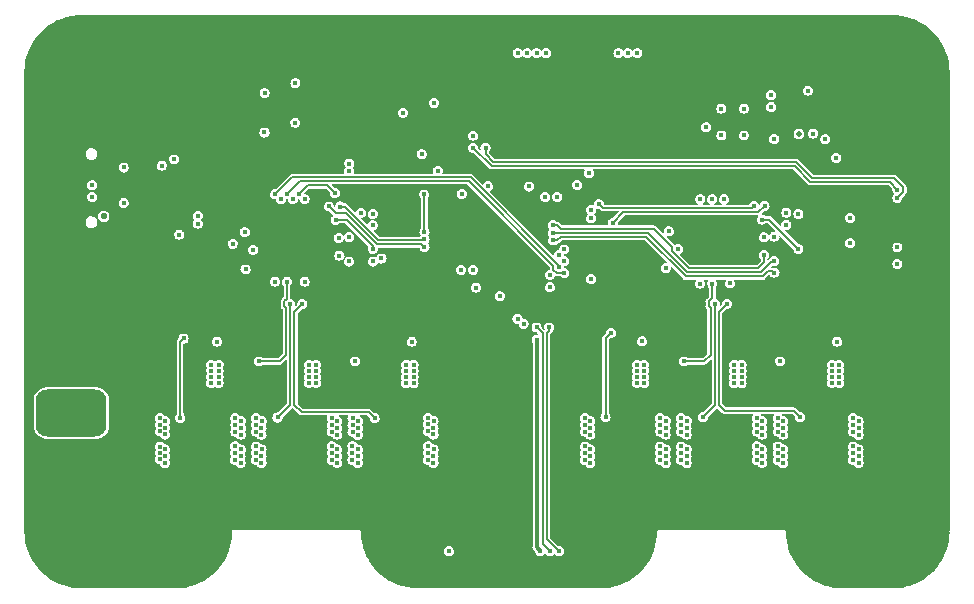
<source format=gbr>
%TF.GenerationSoftware,KiCad,Pcbnew,(6.0.4)*%
%TF.CreationDate,2023-01-05T12:04:55+08:00*%
%TF.ProjectId,FOC_Power,464f435f-506f-4776-9572-2e6b69636164,rev?*%
%TF.SameCoordinates,Original*%
%TF.FileFunction,Copper,L2,Inr*%
%TF.FilePolarity,Positive*%
%FSLAX46Y46*%
G04 Gerber Fmt 4.6, Leading zero omitted, Abs format (unit mm)*
G04 Created by KiCad (PCBNEW (6.0.4)) date 2023-01-05 12:04:55*
%MOMM*%
%LPD*%
G01*
G04 APERTURE LIST*
G04 Aperture macros list*
%AMRoundRect*
0 Rectangle with rounded corners*
0 $1 Rounding radius*
0 $2 $3 $4 $5 $6 $7 $8 $9 X,Y pos of 4 corners*
0 Add a 4 corners polygon primitive as box body*
4,1,4,$2,$3,$4,$5,$6,$7,$8,$9,$2,$3,0*
0 Add four circle primitives for the rounded corners*
1,1,$1+$1,$2,$3*
1,1,$1+$1,$4,$5*
1,1,$1+$1,$6,$7*
1,1,$1+$1,$8,$9*
0 Add four rect primitives between the rounded corners*
20,1,$1+$1,$2,$3,$4,$5,0*
20,1,$1+$1,$4,$5,$6,$7,0*
20,1,$1+$1,$6,$7,$8,$9,0*
20,1,$1+$1,$8,$9,$2,$3,0*%
G04 Aperture macros list end*
%TA.AperFunction,ComponentPad*%
%ADD10C,0.499999*%
%TD*%
%TA.AperFunction,ComponentPad*%
%ADD11RoundRect,1.000000X-2.000000X1.000000X-2.000000X-1.000000X2.000000X-1.000000X2.000000X1.000000X0*%
%TD*%
%TA.AperFunction,ComponentPad*%
%ADD12C,5.500000*%
%TD*%
%TA.AperFunction,ComponentPad*%
%ADD13O,1.700000X0.900000*%
%TD*%
%TA.AperFunction,ComponentPad*%
%ADD14O,2.000000X0.900000*%
%TD*%
%TA.AperFunction,ViaPad*%
%ADD15C,0.450000*%
%TD*%
%TA.AperFunction,ViaPad*%
%ADD16C,0.500000*%
%TD*%
%TA.AperFunction,ViaPad*%
%ADD17C,0.550000*%
%TD*%
%TA.AperFunction,Conductor*%
%ADD18C,0.300000*%
%TD*%
%TA.AperFunction,Conductor*%
%ADD19C,0.150000*%
%TD*%
%TA.AperFunction,Conductor*%
%ADD20C,0.200000*%
%TD*%
G04 APERTURE END LIST*
D10*
%TO.N,GND*%
%TO.C,U7*%
X50960000Y-44200000D03*
X50960000Y-42830000D03*
X50960000Y-41690000D03*
X52330000Y-42830000D03*
X49820000Y-44200000D03*
X53470000Y-42830000D03*
X50960000Y-45340000D03*
X52330000Y-41690000D03*
X52330000Y-44200000D03*
X53470000Y-44200000D03*
X52330000Y-45340000D03*
X49820000Y-42830000D03*
%TD*%
D11*
%TO.N,GND*%
%TO.C,J3*%
X32660000Y-53105000D03*
%TO.N,+12V*%
X32660000Y-58105000D03*
%TD*%
D12*
%TO.N,GND*%
%TO.C,H2*%
X33505000Y-68125000D03*
%TD*%
D10*
%TO.N,GND*%
%TO.C,U2*%
X85830000Y-44150000D03*
X89480000Y-44150000D03*
X88340000Y-44150000D03*
X89480000Y-42780000D03*
X88340000Y-41640000D03*
X85830000Y-42780000D03*
X86970000Y-45290000D03*
X86970000Y-44150000D03*
X86970000Y-42780000D03*
X88340000Y-45290000D03*
X86970000Y-41640000D03*
X88340000Y-42780000D03*
%TD*%
D12*
%TO.N,GND*%
%TO.C,H3*%
X102175000Y-68115000D03*
%TD*%
%TO.N,GND*%
%TO.C,H4*%
X33495000Y-29205000D03*
%TD*%
%TO.N,GND*%
%TO.C,H1*%
X102175000Y-29235000D03*
%TD*%
D13*
%TO.N,GND*%
%TO.C,J2*%
X30660000Y-43375000D03*
D14*
X34830000Y-34735000D03*
X34830000Y-43375000D03*
D13*
X30660000Y-34735000D03*
%TD*%
D15*
%TO.N,+12V*%
X40575000Y-62315000D03*
X63305000Y-61765000D03*
X82965000Y-59365000D03*
X91135000Y-61765000D03*
X47325000Y-42775000D03*
X82975000Y-58775000D03*
X92915000Y-58775000D03*
X48745000Y-62335000D03*
X76585000Y-58775000D03*
X56915000Y-58785000D03*
X84745000Y-58775000D03*
X98845000Y-59675000D03*
X84285000Y-59075000D03*
X76115000Y-60925000D03*
X84745000Y-61185000D03*
X56895000Y-61765000D03*
X84285000Y-59665000D03*
X63315000Y-58765000D03*
X82975000Y-61185000D03*
X40135000Y-59075000D03*
X92895000Y-61775000D03*
X46975000Y-61765000D03*
X98845000Y-60925000D03*
X40125000Y-61455000D03*
X46525000Y-60915000D03*
X76565000Y-61775000D03*
X62855000Y-58505000D03*
X40135000Y-60935000D03*
X82515000Y-60925000D03*
X48745000Y-61775000D03*
X46535000Y-58515000D03*
X90685000Y-59075000D03*
X46985000Y-59925000D03*
X90685000Y-58515000D03*
X84285000Y-60925000D03*
X91145000Y-58775000D03*
X92455000Y-59075000D03*
X98845000Y-58525000D03*
X48295000Y-60925000D03*
X40575000Y-58785000D03*
X76125000Y-59075000D03*
X76575000Y-59365000D03*
X48295000Y-61485000D03*
X90685000Y-61475000D03*
X55135000Y-59365000D03*
X54695000Y-61475000D03*
X56445000Y-60915000D03*
X76115000Y-62075000D03*
X54685000Y-58515000D03*
X82515000Y-59075000D03*
X46525000Y-62065000D03*
X63305000Y-59355000D03*
X48745000Y-59925000D03*
X91135000Y-59365000D03*
X46995000Y-58775000D03*
X54695000Y-60915000D03*
X48755000Y-58775000D03*
X46985000Y-59365000D03*
X40585000Y-61175000D03*
X56445000Y-62065000D03*
X40125000Y-62025000D03*
X99295000Y-62335000D03*
X92455000Y-59665000D03*
X92905000Y-61185000D03*
X99305000Y-61185000D03*
X55145000Y-58775000D03*
X90685000Y-62065000D03*
X82965000Y-62335000D03*
X63305000Y-59915000D03*
X56905000Y-59375000D03*
X90685000Y-59665000D03*
X48295000Y-59665000D03*
X82965000Y-61775000D03*
X98845000Y-61485000D03*
X82515000Y-62075000D03*
X56905000Y-59935000D03*
X62855000Y-60915000D03*
X82965000Y-59925000D03*
X54695000Y-62065000D03*
X84735000Y-59925000D03*
X92905000Y-59365000D03*
X99295000Y-61775000D03*
X56455000Y-59085000D03*
X63305000Y-62325000D03*
X76575000Y-61185000D03*
X48745000Y-59365000D03*
X92455000Y-58515000D03*
X54685000Y-59075000D03*
X91145000Y-61175000D03*
X46535000Y-59665000D03*
X56895000Y-62325000D03*
X76125000Y-58515000D03*
X46975000Y-62325000D03*
X92905000Y-59925000D03*
X84735000Y-61775000D03*
X62855000Y-62065000D03*
X46525000Y-61475000D03*
X48295000Y-58515000D03*
X56455000Y-58525000D03*
X63315000Y-61175000D03*
X48755000Y-61185000D03*
X54685000Y-59665000D03*
X99295000Y-59935000D03*
X40575000Y-59915000D03*
X90685000Y-60915000D03*
X98845000Y-59085000D03*
X56445000Y-61475000D03*
X92895000Y-62335000D03*
X56905000Y-61175000D03*
X46985000Y-61175000D03*
X76115000Y-61485000D03*
X82515000Y-58515000D03*
X55145000Y-62325000D03*
X99295000Y-59375000D03*
X62855000Y-59065000D03*
X97415000Y-36487500D03*
X82515000Y-61485000D03*
X84285000Y-62075000D03*
X40135000Y-58525000D03*
X84285000Y-61485000D03*
X84285000Y-58515000D03*
X92445000Y-61485000D03*
X55145000Y-61765000D03*
X82515000Y-59665000D03*
X62855000Y-61475000D03*
X83235000Y-42715000D03*
X55135000Y-59925000D03*
X62855000Y-59655000D03*
X91135000Y-62325000D03*
X76565000Y-62335000D03*
X46535000Y-59075000D03*
X40575000Y-61755000D03*
X76575000Y-59925000D03*
X98845000Y-62075000D03*
X99305000Y-58785000D03*
X92445000Y-60925000D03*
X76125000Y-59665000D03*
X92445000Y-62075000D03*
X48295000Y-62075000D03*
X55155000Y-61175000D03*
X40135000Y-59655000D03*
X48295000Y-59075000D03*
X91135000Y-59925000D03*
X56455000Y-59675000D03*
X40575000Y-59355000D03*
X84735000Y-62335000D03*
X84735000Y-59365000D03*
%TO.N,GND*%
X37075000Y-36285000D03*
X42315000Y-36625000D03*
X39215000Y-56085000D03*
X39215000Y-54015000D03*
X98590000Y-40520000D03*
X102585000Y-40575000D03*
X47415000Y-33535000D03*
X74595000Y-54495000D03*
X37085000Y-41335000D03*
X98585000Y-42645000D03*
X75215000Y-53985000D03*
X39215000Y-53505000D03*
X72765000Y-40775000D03*
X38595000Y-53505000D03*
X75215000Y-54495000D03*
D16*
X95485000Y-32250000D03*
D15*
X65645000Y-45015000D03*
X60885000Y-41975000D03*
X38595000Y-54525000D03*
X39215000Y-55045000D03*
X39325000Y-35615000D03*
X73645000Y-27635000D03*
X65955000Y-47475000D03*
X69115000Y-25685000D03*
X82685000Y-25685000D03*
X38595000Y-55045000D03*
X68295000Y-71735000D03*
X77645000Y-25685000D03*
X74595000Y-53475000D03*
X38595000Y-54015000D03*
X88775000Y-25685000D03*
X38595000Y-56085000D03*
X39215000Y-54525000D03*
X75215000Y-53475000D03*
X86395000Y-32935000D03*
X39215000Y-55565000D03*
X81375000Y-27625000D03*
X75215000Y-55535000D03*
X47405000Y-30185000D03*
X88635000Y-32715000D03*
X72205000Y-47445000D03*
X74595000Y-56055000D03*
X85385000Y-25685000D03*
X66655000Y-39535000D03*
X40819500Y-39465000D03*
X74595000Y-53985000D03*
X74595000Y-55015000D03*
X45285000Y-41815000D03*
X74915000Y-25675000D03*
X59150660Y-31855000D03*
X66995000Y-69795000D03*
X102585000Y-41975000D03*
X38595000Y-55565000D03*
X57115000Y-46205000D03*
X75215000Y-55015000D03*
X75215000Y-56055000D03*
X74595000Y-55535000D03*
%TO.N,+3V3*%
X73785000Y-39815000D03*
X65645000Y-45975000D03*
X86395000Y-33895000D03*
X102585000Y-44075000D03*
X98585000Y-43715000D03*
X93185000Y-41125000D03*
X65695000Y-39545000D03*
X48995000Y-34345000D03*
X87685000Y-34595000D03*
X58175000Y-41252500D03*
X93185000Y-42155000D03*
X62305000Y-36195000D03*
X60740660Y-32685000D03*
X73175000Y-46415000D03*
X66675000Y-34615000D03*
X41355000Y-36625000D03*
X98585000Y-41585000D03*
X57175000Y-41135000D03*
X72045000Y-51875000D03*
X49010660Y-31005000D03*
X72355000Y-69795000D03*
X70435000Y-27630724D03*
X56155000Y-43175000D03*
X78970000Y-27630724D03*
X64595000Y-69795000D03*
X66915000Y-47475000D03*
X76475000Y-37785000D03*
X92175000Y-43165000D03*
X66665000Y-45975000D03*
%TO.N,/BOOT0*%
X67923556Y-38896444D03*
%TO.N,/KEY_ENT*%
X51616320Y-30185000D03*
X56188996Y-36976922D03*
%TO.N,/KEY_SEL*%
X51610660Y-33515000D03*
X56165000Y-37625981D03*
%TO.N,/VCAP_1*%
X73165000Y-47445000D03*
%TO.N,/VCAP_2*%
X72765000Y-39815000D03*
%TO.N,Net-(C18-Pad1)*%
X95465000Y-34435000D03*
%TO.N,+5V*%
X94995000Y-30805000D03*
X41785596Y-42995000D03*
X40295000Y-37149500D03*
X91905000Y-32185000D03*
X87685000Y-32320000D03*
X92165000Y-34895000D03*
X102585000Y-45475000D03*
X89585000Y-32320000D03*
D16*
%TO.N,Net-(C23-Pad1)*%
X94245000Y-34480000D03*
D15*
%TO.N,Net-(C26-Pad2)*%
X91885000Y-31185000D03*
%TO.N,Net-(C32-Pad2)*%
X89585000Y-34595000D03*
%TO.N,/SOC0*%
X73415000Y-43484023D03*
X92175000Y-46205000D03*
%TO.N,/SOB0*%
X92155001Y-45214999D03*
X73415000Y-42834520D03*
%TO.N,/SOA0*%
X73415000Y-42185404D03*
X91295000Y-44715499D03*
%TO.N,/Motor0/SPC*%
X97045000Y-54515000D03*
X97045000Y-55035000D03*
X97665000Y-55035000D03*
X97490000Y-52045000D03*
X97665000Y-55555000D03*
X97665000Y-54005000D03*
X97665000Y-54515000D03*
X97045000Y-55555000D03*
X97045000Y-54005000D03*
%TO.N,/Motor0/SPB*%
X88775000Y-55045000D03*
X85884461Y-47140527D03*
X89395000Y-54015000D03*
X88775000Y-54015000D03*
X89395000Y-54525000D03*
X88775000Y-55565000D03*
X89395000Y-55045000D03*
X88775000Y-54525000D03*
X89395000Y-55565000D03*
%TO.N,/Motor0/SPA*%
X81155000Y-54005000D03*
X80535000Y-55555000D03*
X80535000Y-55035000D03*
X81155000Y-55555000D03*
X81155000Y-55035000D03*
X80975000Y-52015000D03*
X81155000Y-54515000D03*
X80535000Y-54515000D03*
X80535000Y-54005000D03*
%TO.N,/SOB1*%
X56165000Y-45264988D03*
X58183501Y-45264988D03*
%TO.N,/SOA1*%
X55345000Y-44765499D03*
X58902527Y-45012542D03*
%TO.N,/Motor1/SPC*%
X61460000Y-52055000D03*
X61005000Y-54015000D03*
X61005000Y-55565000D03*
X61625000Y-55565000D03*
X61005000Y-54525000D03*
X61625000Y-55045000D03*
X61625000Y-54525000D03*
X61625000Y-54015000D03*
X61005000Y-55045000D03*
%TO.N,/Motor1/SPB*%
X52755000Y-55555000D03*
X52755000Y-54515000D03*
X53375000Y-54005000D03*
X52755000Y-55035000D03*
X53375000Y-55555000D03*
X52755000Y-54005000D03*
X53375000Y-54515000D03*
X49895500Y-46965000D03*
X53375000Y-55035000D03*
%TO.N,/Motor1/SPA*%
X44495000Y-54515000D03*
X45115000Y-55035000D03*
X45115000Y-54515000D03*
X45115000Y-54005000D03*
X44495000Y-55555000D03*
X44495000Y-55035000D03*
X44495000Y-54005000D03*
X45115000Y-55555000D03*
X44990000Y-52045000D03*
%TO.N,Net-(D1-Pad1)*%
X94205000Y-41247500D03*
%TO.N,Net-(D2-Pad2)*%
X75485000Y-38785000D03*
D17*
%TO.N,VBUS*%
X35395000Y-41455000D03*
D15*
%TO.N,Net-(D8-Pad1)*%
X58165000Y-42205000D03*
%TO.N,/Motor0/SHC*%
X88404500Y-47125000D03*
X92675000Y-53725000D03*
%TO.N,/Motor0/SHB*%
X84512500Y-53725000D03*
X86904500Y-47141081D03*
%TO.N,/Motor0/SHA*%
X84025000Y-44215000D03*
X82965000Y-45849020D03*
%TO.N,Net-(J2-PadA5)*%
X37075000Y-40315000D03*
%TO.N,/D-*%
X34405000Y-39804500D03*
X34405000Y-38805500D03*
%TO.N,Net-(J2-PadB5)*%
X37075000Y-37305000D03*
%TO.N,/Motor1/SHC*%
X56680000Y-53725000D03*
X52395500Y-46975000D03*
%TO.N,/Motor1/SHB*%
X50895500Y-46975000D03*
X48517500Y-53725000D03*
%TO.N,/Motor1/SHA*%
X48045000Y-44285000D03*
X47393338Y-45937358D03*
%TO.N,/FAULT0*%
X91279498Y-43214499D03*
%TO.N,/I2C2_SDA*%
X73955000Y-69795000D03*
X73115000Y-50855000D03*
%TO.N,/I2C2_SCL*%
X73155000Y-69795000D03*
X72040000Y-50850000D03*
%TO.N,/I2C1_SDA*%
X102585000Y-39175000D03*
X66675000Y-35635000D03*
%TO.N,/I2C1_SCL*%
X67715000Y-35635000D03*
X102585000Y-39875000D03*
%TO.N,Net-(R14-Pad2)*%
X96485000Y-34925000D03*
%TO.N,/FAULT1*%
X55276800Y-43285011D03*
%TO.N,Net-(R31-Pad2)*%
X58175000Y-44195000D03*
X55025000Y-41755000D03*
%TO.N,/NRST*%
X63350660Y-31855000D03*
X62545000Y-42744500D03*
X63665000Y-37625981D03*
X62530348Y-39589652D03*
%TO.N,/SPI1_MOSI*%
X71235000Y-27630724D03*
%TO.N,/SPI1_MISO*%
X72035000Y-27630724D03*
%TO.N,/SPI1_SCK*%
X72835000Y-27630724D03*
%TO.N,/INLB0*%
X86904500Y-40001522D03*
X70425000Y-50132441D03*
%TO.N,/INLC0*%
X70934205Y-50535633D03*
X85905000Y-39995000D03*
%TO.N,/INLA0*%
X76665000Y-46745000D03*
X87905000Y-39995000D03*
%TO.N,/User_LED*%
X71415000Y-38915000D03*
%TO.N,/USART1_TX*%
X43356998Y-41414693D03*
%TO.N,/USART1_RX*%
X43342369Y-42064031D03*
%TO.N,/EN0*%
X91335000Y-40575000D03*
X78486460Y-41985500D03*
%TO.N,/CAL0*%
X77312505Y-40413700D03*
X90445000Y-40575000D03*
%TO.N,/EN1*%
X55395000Y-40615000D03*
X62545000Y-43394003D03*
%TO.N,/CAL1*%
X62545000Y-44043506D03*
X54445000Y-40605000D03*
%TO.N,/INHA1*%
X74387559Y-45245000D03*
X52394902Y-40004304D03*
%TO.N,/INLA1*%
X68925000Y-48207559D03*
X54961573Y-39473529D03*
X51895402Y-39583034D03*
%TO.N,/INHB1*%
X51395000Y-40005000D03*
X73926630Y-44744500D03*
%TO.N,/INLB1*%
X50895500Y-39578037D03*
X74387559Y-46245000D03*
%TO.N,/INHC1*%
X74387559Y-44245000D03*
X50395000Y-40005000D03*
%TO.N,/INLC1*%
X49895500Y-39584045D03*
X73935000Y-45744500D03*
%TO.N,Net-(Q7-Pad2)*%
X42145000Y-51785000D03*
X46305000Y-43765000D03*
X41875000Y-58515000D03*
%TO.N,Net-(Q9-Pad2)*%
X50105000Y-58474998D03*
X51165000Y-48855000D03*
%TO.N,Net-(Q11-Pad2)*%
X52205000Y-48865000D03*
X58325000Y-58525000D03*
%TO.N,Net-(Q1-Pad2)*%
X77875000Y-58465000D03*
X78325000Y-51315000D03*
%TO.N,Net-(Q3-Pad2)*%
X86105000Y-58465000D03*
X87115000Y-48855000D03*
%TO.N,Net-(Q5-Pad2)*%
X88165000Y-48855000D03*
X94355000Y-58465000D03*
%TO.N,Net-(R24-Pad2)*%
X91120980Y-41715500D03*
X94205000Y-44195000D03*
%TO.N,/USART3_RX*%
X79770000Y-27630724D03*
%TO.N,/USART3_TX*%
X80570000Y-27630724D03*
%TO.N,/CAN1_TX*%
X76663200Y-40913200D03*
%TO.N,/CAN1_RX*%
X76662790Y-41619882D03*
%TD*%
D18*
%TO.N,+3V3*%
X72045000Y-69485000D02*
X72355000Y-69795000D01*
X72045000Y-51875000D02*
X72045000Y-69485000D01*
D19*
%TO.N,/SOC0*%
X92175000Y-46205000D02*
X92045000Y-46075000D01*
X92045000Y-46075000D02*
X91629296Y-46075000D01*
X73774057Y-43484023D02*
X73415000Y-43484023D01*
X81299034Y-43184040D02*
X74074040Y-43184040D01*
X74074040Y-43184040D02*
X73774057Y-43484023D01*
X91629296Y-46075000D02*
X91169296Y-46535000D01*
X84649994Y-46535000D02*
X81299034Y-43184040D01*
X91169296Y-46535000D02*
X84649994Y-46535000D01*
%TO.N,/SOB0*%
X92155001Y-45214999D02*
X91995001Y-45214999D01*
X81443809Y-42834520D02*
X73415000Y-42834520D01*
X84793809Y-46184520D02*
X81443809Y-42834520D01*
X91025480Y-46184520D02*
X84793809Y-46184520D01*
X91995001Y-45214999D02*
X91025480Y-46184520D01*
%TO.N,/SOA0*%
X83525489Y-44055489D02*
X81955000Y-42485000D01*
X91295000Y-45325000D02*
X90785000Y-45835000D01*
X81955000Y-42485000D02*
X74065000Y-42485000D01*
X83525489Y-44421905D02*
X83525489Y-44055489D01*
X90785000Y-45835000D02*
X84938584Y-45835000D01*
X84938584Y-45835000D02*
X83525489Y-44421905D01*
X73765404Y-42185404D02*
X73415000Y-42185404D01*
X91295000Y-44715499D02*
X91295000Y-45325000D01*
X74065000Y-42485000D02*
X73765404Y-42185404D01*
%TO.N,/Motor0/SHB*%
X86225000Y-53725000D02*
X84512500Y-53725000D01*
X86904500Y-47141081D02*
X86925000Y-47161581D01*
X86615489Y-48648095D02*
X86615489Y-49061905D01*
X86615489Y-49061905D02*
X86775480Y-49221896D01*
X86925000Y-47161581D02*
X86925000Y-48338584D01*
X86925000Y-48338584D02*
X86615489Y-48648095D01*
X86775480Y-49221896D02*
X86775480Y-53174520D01*
X86775480Y-53174520D02*
X86225000Y-53725000D01*
%TO.N,/Motor1/SHB*%
X50275000Y-53725000D02*
X48517500Y-53725000D01*
X50895500Y-46975000D02*
X50895500Y-48418084D01*
X50895500Y-48418084D02*
X50665489Y-48648095D01*
X50665489Y-48648095D02*
X50665489Y-49061905D01*
X50825480Y-53174520D02*
X50275000Y-53725000D01*
X50825480Y-49221896D02*
X50825480Y-53174520D01*
X50665489Y-49061905D02*
X50825480Y-49221896D01*
%TO.N,/I2C2_SDA*%
X72894031Y-51355969D02*
X72894031Y-68794031D01*
X73115000Y-51135000D02*
X72894031Y-51355969D01*
X73895000Y-69795000D02*
X73955000Y-69795000D01*
X72894031Y-68794031D02*
X73895000Y-69795000D01*
X73115000Y-50855000D02*
X73115000Y-51135000D01*
%TO.N,/I2C2_SCL*%
X72544511Y-51354511D02*
X72544511Y-69184511D01*
X72544511Y-69184511D02*
X73155000Y-69795000D01*
X72040000Y-50850000D02*
X72544511Y-51354511D01*
%TO.N,/I2C1_SDA*%
X95222372Y-38542372D02*
X93874520Y-37194520D01*
X93874520Y-37194520D02*
X68234519Y-37194519D01*
X101952372Y-38542372D02*
X95222372Y-38542372D01*
X68234519Y-37194519D02*
X66675000Y-35635000D01*
X102585000Y-39175000D02*
X101952372Y-38542372D01*
%TO.N,/I2C1_SCL*%
X102309268Y-38192852D02*
X95367148Y-38192852D01*
X95367148Y-38192852D02*
X94019296Y-36845000D01*
X67715000Y-36180704D02*
X67715000Y-35635000D01*
X103084511Y-39381905D02*
X103084511Y-38968095D01*
X102585000Y-39875000D02*
X102591416Y-39875000D01*
X94019296Y-36845000D02*
X68379296Y-36845000D01*
X68379296Y-36845000D02*
X67715000Y-36180704D01*
X103084511Y-38968095D02*
X102309268Y-38192852D01*
X102591416Y-39875000D02*
X103084511Y-39381905D01*
%TO.N,Net-(R31-Pad2)*%
X55947120Y-41755000D02*
X58175000Y-43982880D01*
X55025000Y-41755000D02*
X55947120Y-41755000D01*
D20*
X58175000Y-44125000D02*
X58175000Y-44195000D01*
D19*
X58175000Y-43982880D02*
X58175000Y-44125000D01*
%TO.N,/NRST*%
X62530348Y-39589652D02*
X62545000Y-39604304D01*
X62545000Y-39604304D02*
X62545000Y-42744500D01*
%TO.N,/EN0*%
X90825480Y-41084520D02*
X91335000Y-40575000D01*
X79387440Y-41084520D02*
X90825480Y-41084520D01*
X78485000Y-41986960D02*
X78485000Y-42055000D01*
X78486460Y-41985500D02*
X78485000Y-41986960D01*
X78486460Y-41985500D02*
X79387440Y-41084520D01*
%TO.N,/CAL0*%
X77312505Y-40413700D02*
X77633805Y-40735000D01*
X90285000Y-40735000D02*
X90445000Y-40575000D01*
X77633805Y-40735000D02*
X90285000Y-40735000D01*
%TO.N,/EN1*%
X62545000Y-43394003D02*
X62474003Y-43465000D01*
X55795712Y-40615000D02*
X55395000Y-40615000D01*
X58645712Y-43465000D02*
X55795712Y-40615000D01*
X62474003Y-43465000D02*
X58645712Y-43465000D01*
%TO.N,/CAL1*%
X55871416Y-41185000D02*
X55025000Y-41185000D01*
X58500935Y-43814519D02*
X55871416Y-41185000D01*
X55025000Y-41185000D02*
X54445000Y-40605000D01*
X62545000Y-44043506D02*
X62488087Y-44043506D01*
X62488087Y-44043506D02*
X62259101Y-43814520D01*
X62259101Y-43814520D02*
X58500935Y-43814519D01*
%TO.N,/INLA1*%
X54312564Y-38824520D02*
X52653916Y-38824520D01*
X54961573Y-39473529D02*
X54312564Y-38824520D01*
X52653916Y-38824520D02*
X51895402Y-39583034D01*
%TO.N,/INLB1*%
X73435489Y-45609073D02*
X66301416Y-38475000D01*
X51998537Y-38475000D02*
X50895500Y-39578037D01*
X73435489Y-45951405D02*
X73435489Y-45609073D01*
X73729084Y-46245000D02*
X73435489Y-45951405D01*
X74387559Y-46245000D02*
X73729084Y-46245000D01*
X66301416Y-38475000D02*
X51998537Y-38475000D01*
%TO.N,/INLC1*%
X51354064Y-38125481D02*
X66446193Y-38125481D01*
X73935000Y-45614288D02*
X73935000Y-45744500D01*
X49895500Y-39584045D02*
X51354064Y-38125481D01*
X66446193Y-38125481D02*
X73935000Y-45614288D01*
%TO.N,Net-(Q7-Pad2)*%
X41835000Y-58105000D02*
X41875000Y-58145000D01*
X42145000Y-51785000D02*
X41835000Y-52095000D01*
X41835000Y-52095000D02*
X41835000Y-58105000D01*
X41875000Y-58145000D02*
X41875000Y-58515000D01*
%TO.N,Net-(Q9-Pad2)*%
X51175000Y-57404998D02*
X50105000Y-58474998D01*
X51175000Y-48865000D02*
X51175000Y-57404998D01*
X51165000Y-48855000D02*
X51175000Y-48865000D01*
%TO.N,Net-(Q11-Pad2)*%
X52205000Y-48865000D02*
X51524520Y-49545480D01*
X51524520Y-49545480D02*
X51524520Y-57394520D01*
X51524520Y-57394520D02*
X52145489Y-58015489D01*
X57815489Y-58015489D02*
X58325000Y-58525000D01*
X52145489Y-58015489D02*
X57815489Y-58015489D01*
%TO.N,Net-(Q1-Pad2)*%
X78325000Y-51315000D02*
X77875000Y-51765000D01*
X77875000Y-51765000D02*
X77875000Y-58465000D01*
%TO.N,Net-(Q3-Pad2)*%
X87125000Y-57445000D02*
X86105000Y-58465000D01*
X87125000Y-48865000D02*
X87125000Y-57445000D01*
X87115000Y-48855000D02*
X87125000Y-48865000D01*
%TO.N,Net-(Q5-Pad2)*%
X88165000Y-48855000D02*
X87474520Y-49545480D01*
X87474520Y-57424520D02*
X87955000Y-57905000D01*
X87955000Y-57905000D02*
X93835000Y-57905000D01*
X93835000Y-57905000D02*
X94355000Y-58425000D01*
X94355000Y-58425000D02*
X94355000Y-58465000D01*
X87474520Y-49545480D02*
X87474520Y-57424520D01*
D20*
%TO.N,Net-(R24-Pad2)*%
X91725500Y-41715500D02*
X94205000Y-44195000D01*
X91120980Y-41715500D02*
X91725500Y-41715500D01*
%TD*%
%TA.AperFunction,Conductor*%
%TO.N,GND*%
G36*
X102160478Y-24411746D02*
G01*
X102174686Y-24415013D01*
X102180068Y-24413795D01*
X102180069Y-24413795D01*
X102183001Y-24413131D01*
X102185057Y-24412666D01*
X102198008Y-24411504D01*
X102593346Y-24428766D01*
X102597590Y-24429136D01*
X102804124Y-24456327D01*
X103010652Y-24483517D01*
X103014847Y-24484256D01*
X103421600Y-24574432D01*
X103425708Y-24575533D01*
X103823039Y-24700811D01*
X103827055Y-24702273D01*
X103989561Y-24769585D01*
X104211943Y-24861698D01*
X104215805Y-24863498D01*
X104283120Y-24898540D01*
X104585358Y-25055875D01*
X104589050Y-25058007D01*
X104940414Y-25281850D01*
X104940420Y-25281854D01*
X104943921Y-25284306D01*
X105274424Y-25537911D01*
X105277699Y-25540658D01*
X105584871Y-25822128D01*
X105587872Y-25825129D01*
X105791300Y-26047133D01*
X105869342Y-26132301D01*
X105872089Y-26135576D01*
X106125694Y-26466079D01*
X106128146Y-26469580D01*
X106351987Y-26820940D01*
X106354124Y-26824640D01*
X106525709Y-27154251D01*
X106546499Y-27194189D01*
X106548302Y-27198057D01*
X106621502Y-27374778D01*
X106707727Y-27582945D01*
X106709189Y-27586961D01*
X106834467Y-27984292D01*
X106835568Y-27988400D01*
X106925744Y-28395153D01*
X106926483Y-28399348D01*
X106980863Y-28812403D01*
X106981235Y-28816662D01*
X106998478Y-29211601D01*
X106997279Y-29224718D01*
X106994987Y-29234686D01*
X106996205Y-29240067D01*
X106998292Y-29249292D01*
X106999500Y-29260106D01*
X106999500Y-68099953D01*
X106998298Y-68110742D01*
X106994987Y-68125411D01*
X106996226Y-68130787D01*
X106997374Y-68135767D01*
X106998586Y-68148716D01*
X106982900Y-68543446D01*
X106982543Y-68547716D01*
X106929776Y-68960280D01*
X106929047Y-68964504D01*
X106840432Y-69370881D01*
X106839337Y-69375024D01*
X106715553Y-69772104D01*
X106714100Y-69776136D01*
X106556428Y-70160067D01*
X106556092Y-70160885D01*
X106554296Y-70164765D01*
X106363437Y-70533919D01*
X106363271Y-70534240D01*
X106361139Y-70537955D01*
X106140160Y-70886800D01*
X106138564Y-70889319D01*
X106136119Y-70892829D01*
X106009903Y-71058119D01*
X105883693Y-71223402D01*
X105880946Y-71226691D01*
X105736845Y-71384622D01*
X105601850Y-71532574D01*
X105600605Y-71533938D01*
X105597583Y-71536973D01*
X105372424Y-71744082D01*
X105291450Y-71818565D01*
X105288184Y-71821315D01*
X104958616Y-72075080D01*
X104955139Y-72077523D01*
X104742650Y-72213329D01*
X104604659Y-72301521D01*
X104600950Y-72303669D01*
X104232243Y-72496182D01*
X104228378Y-72497989D01*
X103844267Y-72657547D01*
X103840256Y-72659011D01*
X103667353Y-72713676D01*
X103443665Y-72784397D01*
X103439526Y-72785509D01*
X103184154Y-72842274D01*
X103033504Y-72875761D01*
X103029295Y-72876505D01*
X102685872Y-72921834D01*
X102616935Y-72930933D01*
X102612666Y-72931307D01*
X102218398Y-72948566D01*
X102205277Y-72947367D01*
X102195314Y-72945076D01*
X102180708Y-72948381D01*
X102169894Y-72949589D01*
X97991112Y-72949589D01*
X97980036Y-72948321D01*
X97971048Y-72946235D01*
X97971047Y-72946235D01*
X97965673Y-72944988D01*
X97960288Y-72946195D01*
X97955291Y-72947315D01*
X97942345Y-72948451D01*
X97672289Y-72936150D01*
X97547235Y-72930454D01*
X97542989Y-72930075D01*
X97292172Y-72896630D01*
X97130214Y-72875034D01*
X97126030Y-72874290D01*
X96719602Y-72783572D01*
X96715501Y-72782467D01*
X96516994Y-72719612D01*
X96318496Y-72656759D01*
X96314491Y-72655296D01*
X96077681Y-72556930D01*
X95929928Y-72495555D01*
X95926071Y-72493753D01*
X95925341Y-72493372D01*
X95556859Y-72301189D01*
X95553168Y-72299055D01*
X95202072Y-72075109D01*
X95198581Y-72072661D01*
X95018878Y-71934675D01*
X94868312Y-71819061D01*
X94865048Y-71816322D01*
X94817566Y-71772803D01*
X94558056Y-71534953D01*
X94555044Y-71531941D01*
X94273678Y-71224952D01*
X94270937Y-71221686D01*
X94017339Y-70891419D01*
X94014891Y-70887928D01*
X93790945Y-70536832D01*
X93788811Y-70533140D01*
X93620925Y-70211245D01*
X93596245Y-70163924D01*
X93594442Y-70160067D01*
X93593992Y-70158982D01*
X93531496Y-70008530D01*
X93434704Y-69775509D01*
X93433241Y-69771504D01*
X93359637Y-69539054D01*
X93307533Y-69374499D01*
X93306426Y-69370390D01*
X93306272Y-69369697D01*
X93215710Y-68963970D01*
X93214965Y-68959781D01*
X93159925Y-68547011D01*
X93159546Y-68542765D01*
X93142020Y-68158009D01*
X93141566Y-68148042D01*
X93142739Y-68134932D01*
X93145013Y-68124955D01*
X93127186Y-68046895D01*
X93098093Y-68010404D01*
X93080713Y-67988605D01*
X93077271Y-67984288D01*
X93072300Y-67981892D01*
X93072299Y-67981891D01*
X93010113Y-67951916D01*
X93010112Y-67951916D01*
X93005144Y-67949521D01*
X92999629Y-67949517D01*
X92999627Y-67949517D01*
X92965065Y-67949495D01*
X92925075Y-67949470D01*
X92920101Y-67951860D01*
X92857877Y-67981758D01*
X92857875Y-67981759D01*
X92852904Y-67984148D01*
X92849458Y-67988459D01*
X92835362Y-68006094D01*
X92802518Y-68024198D01*
X92797087Y-68024500D01*
X82582905Y-68024500D01*
X82548257Y-68010148D01*
X82544650Y-68006120D01*
X82527024Y-67984091D01*
X82454836Y-67949450D01*
X82449321Y-67949456D01*
X82449320Y-67949456D01*
X82414995Y-67949495D01*
X82374766Y-67949540D01*
X82369798Y-67951938D01*
X82308129Y-67981704D01*
X82302657Y-67984345D01*
X82252774Y-68046978D01*
X82234987Y-68125047D01*
X82236215Y-68130424D01*
X82236215Y-68130425D01*
X82237354Y-68135410D01*
X82238542Y-68148360D01*
X82222109Y-68542867D01*
X82221745Y-68547126D01*
X82168306Y-68959415D01*
X82167572Y-68963627D01*
X82078403Y-69369689D01*
X82077304Y-69373820D01*
X81953082Y-69770566D01*
X81951629Y-69774586D01*
X81793301Y-70158996D01*
X81791502Y-70162874D01*
X81600272Y-70532021D01*
X81598142Y-70535727D01*
X81375470Y-70886800D01*
X81373029Y-70890301D01*
X81120599Y-71220638D01*
X81117858Y-71223918D01*
X80837594Y-71531000D01*
X80834577Y-71534028D01*
X80528636Y-71815496D01*
X80525367Y-71818251D01*
X80196039Y-72071998D01*
X80192542Y-72074457D01*
X80187740Y-72077530D01*
X79842341Y-72298542D01*
X79838665Y-72300673D01*
X79470280Y-72493376D01*
X79466419Y-72495186D01*
X79458289Y-72498573D01*
X79082634Y-72655050D01*
X79078621Y-72656520D01*
X78792342Y-72747411D01*
X78682383Y-72782322D01*
X78682367Y-72782327D01*
X78678244Y-72783440D01*
X78667993Y-72785734D01*
X78272546Y-72874227D01*
X78268337Y-72874978D01*
X78170445Y-72888064D01*
X77856251Y-72930064D01*
X77852017Y-72930443D01*
X77457958Y-72948433D01*
X77444838Y-72947259D01*
X77440249Y-72946213D01*
X77440247Y-72946213D01*
X77434867Y-72944987D01*
X77421469Y-72948047D01*
X77420101Y-72948359D01*
X77409192Y-72949589D01*
X62064165Y-72949589D01*
X62053280Y-72948365D01*
X62043931Y-72946235D01*
X61994953Y-72935076D01*
X61989576Y-72936304D01*
X61989575Y-72936304D01*
X61984590Y-72937443D01*
X61971640Y-72938631D01*
X61577134Y-72922198D01*
X61572875Y-72921834D01*
X61160586Y-72868395D01*
X61156374Y-72867661D01*
X61040765Y-72842274D01*
X60750291Y-72778487D01*
X60746180Y-72777394D01*
X60516829Y-72705584D01*
X60349436Y-72653172D01*
X60345416Y-72651718D01*
X59961016Y-72493393D01*
X59957138Y-72491595D01*
X59587981Y-72300361D01*
X59584275Y-72298231D01*
X59236312Y-72077530D01*
X59233199Y-72075555D01*
X59229696Y-72073113D01*
X59189705Y-72042553D01*
X58899363Y-71820685D01*
X58896085Y-71817945D01*
X58589004Y-71537681D01*
X58585976Y-71534665D01*
X58304508Y-71228724D01*
X58301753Y-71225455D01*
X58048007Y-70896128D01*
X58045548Y-70892631D01*
X57880110Y-70634083D01*
X57821465Y-70542431D01*
X57819332Y-70538752D01*
X57626631Y-70170368D01*
X57624820Y-70166506D01*
X57470071Y-69795000D01*
X64164196Y-69795000D01*
X64164799Y-69798807D01*
X64178896Y-69887810D01*
X64185281Y-69928126D01*
X64187031Y-69931560D01*
X64244721Y-70044783D01*
X64246472Y-70048220D01*
X64341780Y-70143528D01*
X64345213Y-70145277D01*
X64345214Y-70145278D01*
X64386655Y-70166393D01*
X64461874Y-70204719D01*
X64465679Y-70205322D01*
X64465680Y-70205322D01*
X64591193Y-70225201D01*
X64595000Y-70225804D01*
X64598807Y-70225201D01*
X64724320Y-70205322D01*
X64724321Y-70205322D01*
X64728126Y-70204719D01*
X64803345Y-70166393D01*
X64844786Y-70145278D01*
X64844787Y-70145277D01*
X64848220Y-70143528D01*
X64943528Y-70048220D01*
X64945280Y-70044783D01*
X65002969Y-69931560D01*
X65004719Y-69928126D01*
X65011105Y-69887810D01*
X65025201Y-69798807D01*
X65025804Y-69795000D01*
X65010129Y-69696029D01*
X65005322Y-69665680D01*
X65005322Y-69665679D01*
X65004719Y-69661874D01*
X64968952Y-69591677D01*
X64945278Y-69545214D01*
X64945277Y-69545213D01*
X64943528Y-69541780D01*
X64848220Y-69446472D01*
X64844787Y-69444723D01*
X64844786Y-69444722D01*
X64746761Y-69394776D01*
X64728126Y-69385281D01*
X64724321Y-69384678D01*
X64724320Y-69384678D01*
X64598807Y-69364799D01*
X64595000Y-69364196D01*
X64591193Y-69364799D01*
X64465680Y-69384678D01*
X64465679Y-69384678D01*
X64461874Y-69385281D01*
X64443239Y-69394776D01*
X64345214Y-69444722D01*
X64345213Y-69444723D01*
X64341780Y-69446472D01*
X64246472Y-69541780D01*
X64244723Y-69545213D01*
X64244722Y-69545214D01*
X64221048Y-69591677D01*
X64185281Y-69661874D01*
X64184678Y-69665679D01*
X64184678Y-69665680D01*
X64179871Y-69696029D01*
X64164196Y-69795000D01*
X57470071Y-69795000D01*
X57464955Y-69782718D01*
X57463485Y-69778704D01*
X57462176Y-69774582D01*
X57337683Y-69382456D01*
X57336569Y-69378332D01*
X57245782Y-68972635D01*
X57245031Y-68968426D01*
X57208383Y-68694267D01*
X57189946Y-68556340D01*
X57189566Y-68552095D01*
X57189367Y-68547716D01*
X57171576Y-68158008D01*
X57172750Y-68144886D01*
X57173787Y-68140337D01*
X57175013Y-68134957D01*
X57157187Y-68056897D01*
X57149279Y-68046977D01*
X57110713Y-67998604D01*
X57107273Y-67994289D01*
X57035146Y-67959521D01*
X57029628Y-67959517D01*
X57029626Y-67959517D01*
X56995112Y-67959496D01*
X56955077Y-67959470D01*
X56950100Y-67961861D01*
X56950101Y-67961861D01*
X56887880Y-67991756D01*
X56887878Y-67991758D01*
X56882905Y-67994147D01*
X56873340Y-68006114D01*
X56869926Y-68010385D01*
X56837082Y-68028488D01*
X56831651Y-68028790D01*
X46606337Y-68028790D01*
X46571689Y-68014438D01*
X46568078Y-68010404D01*
X46550472Y-67988401D01*
X46547024Y-67984092D01*
X46500818Y-67961918D01*
X46479814Y-67951838D01*
X46479812Y-67951838D01*
X46474837Y-67949450D01*
X46469319Y-67949456D01*
X46469318Y-67949456D01*
X46434802Y-67949495D01*
X46394767Y-67949540D01*
X46369239Y-67961861D01*
X46328015Y-67981758D01*
X46322657Y-67984344D01*
X46319219Y-67988661D01*
X46319218Y-67988662D01*
X46290917Y-68024198D01*
X46272775Y-68046977D01*
X46254987Y-68125046D01*
X46256215Y-68130423D01*
X46256215Y-68130424D01*
X46257353Y-68135404D01*
X46258541Y-68148354D01*
X46242112Y-68542765D01*
X46242107Y-68542875D01*
X46241743Y-68547126D01*
X46208960Y-68800038D01*
X46188303Y-68959404D01*
X46187570Y-68963615D01*
X46184327Y-68978383D01*
X46098398Y-69369689D01*
X46098396Y-69369697D01*
X46097300Y-69373818D01*
X45973073Y-69770575D01*
X45971629Y-69774568D01*
X45906968Y-69931560D01*
X45813298Y-70158982D01*
X45811500Y-70162860D01*
X45620266Y-70532016D01*
X45618136Y-70535722D01*
X45395463Y-70886794D01*
X45393021Y-70890296D01*
X45338695Y-70961389D01*
X45140592Y-71220632D01*
X45137850Y-71223912D01*
X44857586Y-71530993D01*
X44854570Y-71534021D01*
X44548630Y-71815489D01*
X44545361Y-71818244D01*
X44216034Y-72071991D01*
X44212537Y-72074450D01*
X43862336Y-72298535D01*
X43858657Y-72300668D01*
X43490276Y-72493369D01*
X43486424Y-72495176D01*
X43102625Y-72655048D01*
X43098623Y-72656514D01*
X42702364Y-72782322D01*
X42698241Y-72783435D01*
X42547225Y-72817230D01*
X42292544Y-72874223D01*
X42288336Y-72874974D01*
X42207083Y-72885836D01*
X41876250Y-72930061D01*
X41872014Y-72930440D01*
X41477953Y-72948431D01*
X41464836Y-72947258D01*
X41454867Y-72944987D01*
X41449490Y-72946215D01*
X41449487Y-72946215D01*
X41440101Y-72948359D01*
X41429192Y-72949589D01*
X33530502Y-72949589D01*
X33519521Y-72948343D01*
X33519426Y-72948321D01*
X33517898Y-72947970D01*
X33510691Y-72946312D01*
X33510689Y-72946312D01*
X33505314Y-72945076D01*
X33499931Y-72946294D01*
X33494934Y-72947424D01*
X33481987Y-72948585D01*
X33086317Y-72931332D01*
X33082064Y-72930961D01*
X32875360Y-72903783D01*
X32668646Y-72876602D01*
X32664461Y-72875865D01*
X32257372Y-72785733D01*
X32253254Y-72784632D01*
X31924266Y-72681041D01*
X31855532Y-72659398D01*
X31851520Y-72657939D01*
X31466237Y-72498573D01*
X31462367Y-72496771D01*
X31455815Y-72493365D01*
X31092413Y-72304469D01*
X31088714Y-72302337D01*
X30945461Y-72211218D01*
X30736895Y-72078556D01*
X30733399Y-72076112D01*
X30732034Y-72075066D01*
X30402395Y-71822556D01*
X30399124Y-71819816D01*
X30396875Y-71817759D01*
X30091460Y-71538422D01*
X30088440Y-71535409D01*
X30087166Y-71534021D01*
X29988749Y-71426843D01*
X29806424Y-71228285D01*
X29803676Y-71225017D01*
X29549474Y-70894524D01*
X29547021Y-70891030D01*
X29322544Y-70539652D01*
X29320405Y-70535957D01*
X29127377Y-70166393D01*
X29125567Y-70162527D01*
X28965436Y-69777551D01*
X28963969Y-69773541D01*
X28888520Y-69535571D01*
X28837950Y-69376069D01*
X28836841Y-69371953D01*
X28836802Y-69371776D01*
X28750626Y-68986166D01*
X28745907Y-68965050D01*
X28745158Y-68960847D01*
X28689985Y-68547558D01*
X28689605Y-68543305D01*
X28671584Y-68147977D01*
X28672757Y-68134862D01*
X28673787Y-68130339D01*
X28675013Y-68124958D01*
X28673785Y-68119580D01*
X28673785Y-68119578D01*
X28671721Y-68110541D01*
X28670491Y-68099633D01*
X28670491Y-62025000D01*
X39694196Y-62025000D01*
X39694799Y-62028807D01*
X39698948Y-62055000D01*
X39715281Y-62158126D01*
X39776472Y-62278220D01*
X39871780Y-62373528D01*
X39875213Y-62375277D01*
X39875214Y-62375278D01*
X39931827Y-62404124D01*
X39991874Y-62434719D01*
X39995679Y-62435322D01*
X39995680Y-62435322D01*
X40098204Y-62451560D01*
X40119274Y-62454897D01*
X40121193Y-62455201D01*
X40125000Y-62455804D01*
X40128807Y-62455201D01*
X40128809Y-62455201D01*
X40130727Y-62454897D01*
X40131994Y-62455201D01*
X40132666Y-62455201D01*
X40132666Y-62455362D01*
X40167194Y-62463649D01*
X40182055Y-62481047D01*
X40226472Y-62568220D01*
X40321780Y-62663528D01*
X40325213Y-62665277D01*
X40325214Y-62665278D01*
X40355682Y-62680802D01*
X40441874Y-62724719D01*
X40445679Y-62725322D01*
X40445680Y-62725322D01*
X40571193Y-62745201D01*
X40575000Y-62745804D01*
X40578807Y-62745201D01*
X40704320Y-62725322D01*
X40704321Y-62725322D01*
X40708126Y-62724719D01*
X40794318Y-62680802D01*
X40824786Y-62665278D01*
X40824787Y-62665277D01*
X40828220Y-62663528D01*
X40923528Y-62568220D01*
X40984719Y-62448126D01*
X40986843Y-62434719D01*
X41005201Y-62318807D01*
X41005804Y-62315000D01*
X40988877Y-62208126D01*
X40985322Y-62185680D01*
X40985322Y-62185679D01*
X40984719Y-62181874D01*
X40925169Y-62065000D01*
X46094196Y-62065000D01*
X46094799Y-62068807D01*
X46109490Y-62161560D01*
X46115281Y-62198126D01*
X46122126Y-62211560D01*
X46172892Y-62311193D01*
X46176472Y-62318220D01*
X46271780Y-62413528D01*
X46275213Y-62415277D01*
X46275214Y-62415278D01*
X46314553Y-62435322D01*
X46391874Y-62474719D01*
X46395679Y-62475322D01*
X46395680Y-62475322D01*
X46521193Y-62495201D01*
X46525000Y-62495804D01*
X46544875Y-62492656D01*
X46581341Y-62501411D01*
X46596199Y-62518807D01*
X46611995Y-62549808D01*
X46626472Y-62578220D01*
X46721780Y-62673528D01*
X46725213Y-62675277D01*
X46725214Y-62675278D01*
X46781827Y-62704124D01*
X46841874Y-62734719D01*
X46845679Y-62735322D01*
X46845680Y-62735322D01*
X46971193Y-62755201D01*
X46975000Y-62755804D01*
X46978807Y-62755201D01*
X47104320Y-62735322D01*
X47104321Y-62735322D01*
X47108126Y-62734719D01*
X47168173Y-62704123D01*
X47224786Y-62675278D01*
X47224787Y-62675277D01*
X47228220Y-62673528D01*
X47323528Y-62578220D01*
X47325279Y-62574785D01*
X47367125Y-62492656D01*
X47384719Y-62458126D01*
X47388704Y-62432969D01*
X47405201Y-62328807D01*
X47405804Y-62325000D01*
X47384719Y-62191874D01*
X47325169Y-62075000D01*
X47864196Y-62075000D01*
X47885281Y-62208126D01*
X47887031Y-62211560D01*
X47942892Y-62321193D01*
X47946472Y-62328220D01*
X48041780Y-62423528D01*
X48045213Y-62425277D01*
X48045214Y-62425278D01*
X48090056Y-62448126D01*
X48161874Y-62484719D01*
X48165679Y-62485322D01*
X48165680Y-62485322D01*
X48291193Y-62505201D01*
X48295000Y-62505804D01*
X48314875Y-62502656D01*
X48351341Y-62511411D01*
X48366199Y-62528807D01*
X48396472Y-62588220D01*
X48491780Y-62683528D01*
X48495213Y-62685277D01*
X48495214Y-62685278D01*
X48551827Y-62714123D01*
X48611874Y-62744719D01*
X48615679Y-62745322D01*
X48615680Y-62745322D01*
X48741193Y-62765201D01*
X48745000Y-62765804D01*
X48748807Y-62765201D01*
X48874320Y-62745322D01*
X48874321Y-62745322D01*
X48878126Y-62744719D01*
X48938173Y-62714123D01*
X48994786Y-62685278D01*
X48994787Y-62685277D01*
X48998220Y-62683528D01*
X49093528Y-62588220D01*
X49095279Y-62584785D01*
X49137759Y-62501411D01*
X49154719Y-62468126D01*
X49157697Y-62449327D01*
X49175201Y-62338807D01*
X49175804Y-62335000D01*
X49154719Y-62201874D01*
X49093528Y-62081780D01*
X49093740Y-62081672D01*
X49089737Y-62065000D01*
X54264196Y-62065000D01*
X54264799Y-62068807D01*
X54279490Y-62161560D01*
X54285281Y-62198126D01*
X54292126Y-62211560D01*
X54342892Y-62311193D01*
X54346472Y-62318220D01*
X54441780Y-62413528D01*
X54445213Y-62415277D01*
X54445214Y-62415278D01*
X54484553Y-62435322D01*
X54561874Y-62474719D01*
X54565679Y-62475322D01*
X54565680Y-62475322D01*
X54691193Y-62495201D01*
X54695000Y-62495804D01*
X54714875Y-62492656D01*
X54751341Y-62501411D01*
X54766199Y-62518807D01*
X54781995Y-62549808D01*
X54796472Y-62578220D01*
X54891780Y-62673528D01*
X54895213Y-62675277D01*
X54895214Y-62675278D01*
X54951827Y-62704124D01*
X55011874Y-62734719D01*
X55015679Y-62735322D01*
X55015680Y-62735322D01*
X55141193Y-62755201D01*
X55145000Y-62755804D01*
X55148807Y-62755201D01*
X55274320Y-62735322D01*
X55274321Y-62735322D01*
X55278126Y-62734719D01*
X55338173Y-62704123D01*
X55394786Y-62675278D01*
X55394787Y-62675277D01*
X55398220Y-62673528D01*
X55493528Y-62578220D01*
X55495279Y-62574785D01*
X55537125Y-62492656D01*
X55554719Y-62458126D01*
X55558704Y-62432969D01*
X55575201Y-62328807D01*
X55575804Y-62325000D01*
X55554719Y-62191874D01*
X55493528Y-62071780D01*
X55493740Y-62071672D01*
X55492138Y-62065000D01*
X56014196Y-62065000D01*
X56014799Y-62068807D01*
X56029490Y-62161560D01*
X56035281Y-62198126D01*
X56042126Y-62211560D01*
X56092892Y-62311193D01*
X56096472Y-62318220D01*
X56191780Y-62413528D01*
X56195213Y-62415277D01*
X56195214Y-62415278D01*
X56234553Y-62435322D01*
X56311874Y-62474719D01*
X56315679Y-62475322D01*
X56315680Y-62475322D01*
X56441193Y-62495201D01*
X56445000Y-62495804D01*
X56464875Y-62492656D01*
X56501341Y-62501411D01*
X56516199Y-62518807D01*
X56531995Y-62549808D01*
X56546472Y-62578220D01*
X56641780Y-62673528D01*
X56645213Y-62675277D01*
X56645214Y-62675278D01*
X56701827Y-62704124D01*
X56761874Y-62734719D01*
X56765679Y-62735322D01*
X56765680Y-62735322D01*
X56891193Y-62755201D01*
X56895000Y-62755804D01*
X56898807Y-62755201D01*
X57024320Y-62735322D01*
X57024321Y-62735322D01*
X57028126Y-62734719D01*
X57088173Y-62704123D01*
X57144786Y-62675278D01*
X57144787Y-62675277D01*
X57148220Y-62673528D01*
X57243528Y-62578220D01*
X57245279Y-62574785D01*
X57287125Y-62492656D01*
X57304719Y-62458126D01*
X57308704Y-62432969D01*
X57325201Y-62328807D01*
X57325804Y-62325000D01*
X57304719Y-62191874D01*
X57243528Y-62071780D01*
X57243740Y-62071672D01*
X57242138Y-62065000D01*
X62424196Y-62065000D01*
X62424799Y-62068807D01*
X62439490Y-62161560D01*
X62445281Y-62198126D01*
X62452126Y-62211560D01*
X62502892Y-62311193D01*
X62506472Y-62318220D01*
X62601780Y-62413528D01*
X62605213Y-62415277D01*
X62605214Y-62415278D01*
X62644553Y-62435322D01*
X62721874Y-62474719D01*
X62725679Y-62475322D01*
X62725680Y-62475322D01*
X62851193Y-62495201D01*
X62855000Y-62495804D01*
X62874875Y-62492656D01*
X62911341Y-62501411D01*
X62926199Y-62518807D01*
X62941995Y-62549808D01*
X62956472Y-62578220D01*
X63051780Y-62673528D01*
X63055213Y-62675277D01*
X63055214Y-62675278D01*
X63111827Y-62704124D01*
X63171874Y-62734719D01*
X63175679Y-62735322D01*
X63175680Y-62735322D01*
X63301193Y-62755201D01*
X63305000Y-62755804D01*
X63308807Y-62755201D01*
X63434320Y-62735322D01*
X63434321Y-62735322D01*
X63438126Y-62734719D01*
X63498173Y-62704123D01*
X63554786Y-62675278D01*
X63554787Y-62675277D01*
X63558220Y-62673528D01*
X63653528Y-62578220D01*
X63655279Y-62574785D01*
X63697125Y-62492656D01*
X63714719Y-62458126D01*
X63718704Y-62432969D01*
X63735201Y-62328807D01*
X63735804Y-62325000D01*
X63714719Y-62191874D01*
X63653528Y-62071780D01*
X63653740Y-62071672D01*
X63645496Y-62037334D01*
X63653333Y-62018415D01*
X63653528Y-62018220D01*
X63714719Y-61898126D01*
X63735804Y-61765000D01*
X63714719Y-61631874D01*
X63660373Y-61525214D01*
X63655278Y-61515214D01*
X63655277Y-61515213D01*
X63653528Y-61511780D01*
X63650802Y-61509054D01*
X63648535Y-61505934D01*
X63649552Y-61505195D01*
X63637044Y-61475000D01*
X63651396Y-61440352D01*
X63663528Y-61428220D01*
X63724719Y-61308126D01*
X63741053Y-61205000D01*
X63745201Y-61178807D01*
X63745804Y-61175000D01*
X63724719Y-61041874D01*
X63670264Y-60935000D01*
X63665278Y-60925214D01*
X63665277Y-60925213D01*
X63663528Y-60921780D01*
X63568220Y-60826472D01*
X63564787Y-60824723D01*
X63564786Y-60824722D01*
X63488161Y-60785680D01*
X63448126Y-60765281D01*
X63444321Y-60764678D01*
X63444320Y-60764678D01*
X63318807Y-60744799D01*
X63315000Y-60744196D01*
X63285870Y-60748810D01*
X63249404Y-60740055D01*
X63234549Y-60722662D01*
X63203528Y-60661780D01*
X63108220Y-60566472D01*
X63104787Y-60564723D01*
X63104786Y-60564722D01*
X63026195Y-60524678D01*
X62988126Y-60505281D01*
X62984321Y-60504678D01*
X62984320Y-60504678D01*
X62858807Y-60484799D01*
X62855000Y-60484196D01*
X62851193Y-60484799D01*
X62725680Y-60504678D01*
X62725679Y-60504678D01*
X62721874Y-60505281D01*
X62683805Y-60524678D01*
X62605214Y-60564722D01*
X62605213Y-60564723D01*
X62601780Y-60566472D01*
X62506472Y-60661780D01*
X62504723Y-60665213D01*
X62504722Y-60665214D01*
X62499627Y-60675214D01*
X62445281Y-60781874D01*
X62444678Y-60785679D01*
X62444678Y-60785680D01*
X62436202Y-60839198D01*
X62424196Y-60915000D01*
X62445281Y-61048126D01*
X62506022Y-61167337D01*
X62506472Y-61168220D01*
X62506260Y-61168328D01*
X62514504Y-61202666D01*
X62506667Y-61221585D01*
X62506472Y-61221780D01*
X62445281Y-61341874D01*
X62424196Y-61475000D01*
X62424799Y-61478807D01*
X62441511Y-61584320D01*
X62445281Y-61608126D01*
X62506472Y-61728220D01*
X62513604Y-61735352D01*
X62527956Y-61770000D01*
X62513604Y-61804648D01*
X62506472Y-61811780D01*
X62504723Y-61815213D01*
X62504722Y-61815214D01*
X62499627Y-61825214D01*
X62445281Y-61931874D01*
X62444678Y-61935679D01*
X62444678Y-61935680D01*
X62428578Y-62037334D01*
X62424196Y-62065000D01*
X57242138Y-62065000D01*
X57235496Y-62037334D01*
X57243333Y-62018415D01*
X57243528Y-62018220D01*
X57304719Y-61898126D01*
X57325804Y-61765000D01*
X57304719Y-61631874D01*
X57250373Y-61525214D01*
X57245278Y-61515214D01*
X57245277Y-61515213D01*
X57243528Y-61511780D01*
X57240802Y-61509054D01*
X57238535Y-61505934D01*
X57239552Y-61505195D01*
X57227044Y-61475000D01*
X57241396Y-61440352D01*
X57253528Y-61428220D01*
X57314719Y-61308126D01*
X57331053Y-61205000D01*
X57335201Y-61178807D01*
X57335804Y-61175000D01*
X57314719Y-61041874D01*
X57260264Y-60935000D01*
X57255278Y-60925214D01*
X57255277Y-60925213D01*
X57253528Y-60921780D01*
X57158220Y-60826472D01*
X57154787Y-60824723D01*
X57154786Y-60824722D01*
X57078161Y-60785680D01*
X57038126Y-60765281D01*
X57034321Y-60764678D01*
X57034320Y-60764678D01*
X56908807Y-60744799D01*
X56905000Y-60744196D01*
X56875870Y-60748810D01*
X56839404Y-60740055D01*
X56824549Y-60722662D01*
X56793528Y-60661780D01*
X56698220Y-60566472D01*
X56694787Y-60564723D01*
X56694786Y-60564722D01*
X56616195Y-60524678D01*
X56578126Y-60505281D01*
X56574321Y-60504678D01*
X56574320Y-60504678D01*
X56448807Y-60484799D01*
X56445000Y-60484196D01*
X56441193Y-60484799D01*
X56315680Y-60504678D01*
X56315679Y-60504678D01*
X56311874Y-60505281D01*
X56273805Y-60524678D01*
X56195214Y-60564722D01*
X56195213Y-60564723D01*
X56191780Y-60566472D01*
X56096472Y-60661780D01*
X56094723Y-60665213D01*
X56094722Y-60665214D01*
X56089627Y-60675214D01*
X56035281Y-60781874D01*
X56034678Y-60785679D01*
X56034678Y-60785680D01*
X56026202Y-60839198D01*
X56014196Y-60915000D01*
X56035281Y-61048126D01*
X56096022Y-61167337D01*
X56096472Y-61168220D01*
X56096260Y-61168328D01*
X56104504Y-61202666D01*
X56096667Y-61221585D01*
X56096472Y-61221780D01*
X56035281Y-61341874D01*
X56014196Y-61475000D01*
X56014799Y-61478807D01*
X56031511Y-61584320D01*
X56035281Y-61608126D01*
X56096472Y-61728220D01*
X56103604Y-61735352D01*
X56117956Y-61770000D01*
X56103604Y-61804648D01*
X56096472Y-61811780D01*
X56094723Y-61815213D01*
X56094722Y-61815214D01*
X56089627Y-61825214D01*
X56035281Y-61931874D01*
X56034678Y-61935679D01*
X56034678Y-61935680D01*
X56018578Y-62037334D01*
X56014196Y-62065000D01*
X55492138Y-62065000D01*
X55485496Y-62037334D01*
X55493333Y-62018415D01*
X55493528Y-62018220D01*
X55554719Y-61898126D01*
X55575804Y-61765000D01*
X55554719Y-61631874D01*
X55500373Y-61525214D01*
X55495278Y-61515214D01*
X55495277Y-61515213D01*
X55493528Y-61511780D01*
X55490802Y-61509054D01*
X55488535Y-61505934D01*
X55489552Y-61505195D01*
X55477044Y-61475000D01*
X55491396Y-61440352D01*
X55503528Y-61428220D01*
X55564719Y-61308126D01*
X55581053Y-61205000D01*
X55585201Y-61178807D01*
X55585804Y-61175000D01*
X55564719Y-61041874D01*
X55510264Y-60935000D01*
X55505278Y-60925214D01*
X55505277Y-60925213D01*
X55503528Y-60921780D01*
X55408220Y-60826472D01*
X55404787Y-60824723D01*
X55404786Y-60824722D01*
X55328161Y-60785680D01*
X55288126Y-60765281D01*
X55284321Y-60764678D01*
X55284320Y-60764678D01*
X55158807Y-60744799D01*
X55155000Y-60744196D01*
X55125870Y-60748810D01*
X55089404Y-60740055D01*
X55074549Y-60722662D01*
X55043528Y-60661780D01*
X54948220Y-60566472D01*
X54944787Y-60564723D01*
X54944786Y-60564722D01*
X54866195Y-60524678D01*
X54828126Y-60505281D01*
X54824321Y-60504678D01*
X54824320Y-60504678D01*
X54698807Y-60484799D01*
X54695000Y-60484196D01*
X54691193Y-60484799D01*
X54565680Y-60504678D01*
X54565679Y-60504678D01*
X54561874Y-60505281D01*
X54523805Y-60524678D01*
X54445214Y-60564722D01*
X54445213Y-60564723D01*
X54441780Y-60566472D01*
X54346472Y-60661780D01*
X54344723Y-60665213D01*
X54344722Y-60665214D01*
X54339627Y-60675214D01*
X54285281Y-60781874D01*
X54284678Y-60785679D01*
X54284678Y-60785680D01*
X54276202Y-60839198D01*
X54264196Y-60915000D01*
X54285281Y-61048126D01*
X54346022Y-61167337D01*
X54346472Y-61168220D01*
X54346260Y-61168328D01*
X54354504Y-61202666D01*
X54346667Y-61221585D01*
X54346472Y-61221780D01*
X54285281Y-61341874D01*
X54264196Y-61475000D01*
X54264799Y-61478807D01*
X54281511Y-61584320D01*
X54285281Y-61608126D01*
X54346472Y-61728220D01*
X54353604Y-61735352D01*
X54367956Y-61770000D01*
X54353604Y-61804648D01*
X54346472Y-61811780D01*
X54344723Y-61815213D01*
X54344722Y-61815214D01*
X54339627Y-61825214D01*
X54285281Y-61931874D01*
X54284678Y-61935679D01*
X54284678Y-61935680D01*
X54268578Y-62037334D01*
X54264196Y-62065000D01*
X49089737Y-62065000D01*
X49085496Y-62047334D01*
X49093333Y-62028415D01*
X49093528Y-62028220D01*
X49154719Y-61908126D01*
X49158490Y-61884320D01*
X49175201Y-61778807D01*
X49175804Y-61775000D01*
X49165227Y-61708220D01*
X49155322Y-61645680D01*
X49155322Y-61645679D01*
X49154719Y-61641874D01*
X49093528Y-61521780D01*
X49090802Y-61519054D01*
X49088535Y-61515934D01*
X49089552Y-61515195D01*
X49077044Y-61485000D01*
X49091396Y-61450352D01*
X49103528Y-61438220D01*
X49107235Y-61430946D01*
X49145584Y-61355680D01*
X49164719Y-61318126D01*
X49185804Y-61185000D01*
X49164719Y-61051874D01*
X49134123Y-60991827D01*
X49105278Y-60935214D01*
X49105277Y-60935213D01*
X49103528Y-60931780D01*
X49008220Y-60836472D01*
X49004787Y-60834723D01*
X49004786Y-60834722D01*
X48928161Y-60795680D01*
X48888126Y-60775281D01*
X48884321Y-60774678D01*
X48884320Y-60774678D01*
X48758807Y-60754799D01*
X48755000Y-60754196D01*
X48725870Y-60758810D01*
X48689404Y-60750055D01*
X48674549Y-60732662D01*
X48643528Y-60671780D01*
X48548220Y-60576472D01*
X48544787Y-60574723D01*
X48544786Y-60574722D01*
X48488173Y-60545876D01*
X48428126Y-60515281D01*
X48424321Y-60514678D01*
X48424320Y-60514678D01*
X48298807Y-60494799D01*
X48295000Y-60494196D01*
X48291193Y-60494799D01*
X48165680Y-60514678D01*
X48165679Y-60514678D01*
X48161874Y-60515281D01*
X48101827Y-60545876D01*
X48045214Y-60574722D01*
X48045213Y-60574723D01*
X48041780Y-60576472D01*
X47946472Y-60671780D01*
X47944723Y-60675213D01*
X47944722Y-60675214D01*
X47939627Y-60685214D01*
X47885281Y-60791874D01*
X47884678Y-60795679D01*
X47884678Y-60795680D01*
X47878217Y-60836472D01*
X47864196Y-60925000D01*
X47885281Y-61058126D01*
X47946022Y-61177337D01*
X47946472Y-61178220D01*
X47946260Y-61178328D01*
X47954504Y-61212666D01*
X47946667Y-61231585D01*
X47946472Y-61231780D01*
X47885281Y-61351874D01*
X47884678Y-61355679D01*
X47884678Y-61355680D01*
X47868345Y-61458807D01*
X47864196Y-61485000D01*
X47885281Y-61618126D01*
X47915876Y-61678173D01*
X47942766Y-61730946D01*
X47946472Y-61738220D01*
X47953604Y-61745352D01*
X47967956Y-61780000D01*
X47953604Y-61814648D01*
X47946472Y-61821780D01*
X47885281Y-61941874D01*
X47884678Y-61945679D01*
X47884678Y-61945680D01*
X47868578Y-62047334D01*
X47864196Y-62075000D01*
X47325169Y-62075000D01*
X47323528Y-62071780D01*
X47323740Y-62071672D01*
X47315496Y-62037334D01*
X47323333Y-62018415D01*
X47323528Y-62018220D01*
X47384719Y-61898126D01*
X47405804Y-61765000D01*
X47384719Y-61631874D01*
X47330373Y-61525214D01*
X47325278Y-61515214D01*
X47325277Y-61515213D01*
X47323528Y-61511780D01*
X47320802Y-61509054D01*
X47318535Y-61505934D01*
X47319552Y-61505195D01*
X47307044Y-61475000D01*
X47321396Y-61440352D01*
X47333528Y-61428220D01*
X47394719Y-61308126D01*
X47411053Y-61205000D01*
X47415201Y-61178807D01*
X47415804Y-61175000D01*
X47394719Y-61041874D01*
X47340264Y-60935000D01*
X47335278Y-60925214D01*
X47335277Y-60925213D01*
X47333528Y-60921780D01*
X47238220Y-60826472D01*
X47234787Y-60824723D01*
X47234786Y-60824722D01*
X47158161Y-60785680D01*
X47118126Y-60765281D01*
X47114321Y-60764678D01*
X47114320Y-60764678D01*
X46988807Y-60744799D01*
X46985000Y-60744196D01*
X46955870Y-60748810D01*
X46919404Y-60740055D01*
X46904549Y-60722662D01*
X46873528Y-60661780D01*
X46778220Y-60566472D01*
X46774787Y-60564723D01*
X46774786Y-60564722D01*
X46696195Y-60524678D01*
X46658126Y-60505281D01*
X46654321Y-60504678D01*
X46654320Y-60504678D01*
X46528807Y-60484799D01*
X46525000Y-60484196D01*
X46521193Y-60484799D01*
X46395680Y-60504678D01*
X46395679Y-60504678D01*
X46391874Y-60505281D01*
X46353805Y-60524678D01*
X46275214Y-60564722D01*
X46275213Y-60564723D01*
X46271780Y-60566472D01*
X46176472Y-60661780D01*
X46174723Y-60665213D01*
X46174722Y-60665214D01*
X46169627Y-60675214D01*
X46115281Y-60781874D01*
X46114678Y-60785679D01*
X46114678Y-60785680D01*
X46106202Y-60839198D01*
X46094196Y-60915000D01*
X46115281Y-61048126D01*
X46176022Y-61167337D01*
X46176472Y-61168220D01*
X46176260Y-61168328D01*
X46184504Y-61202666D01*
X46176667Y-61221585D01*
X46176472Y-61221780D01*
X46115281Y-61341874D01*
X46094196Y-61475000D01*
X46094799Y-61478807D01*
X46111511Y-61584320D01*
X46115281Y-61608126D01*
X46176472Y-61728220D01*
X46183604Y-61735352D01*
X46197956Y-61770000D01*
X46183604Y-61804648D01*
X46176472Y-61811780D01*
X46174723Y-61815213D01*
X46174722Y-61815214D01*
X46169627Y-61825214D01*
X46115281Y-61931874D01*
X46114678Y-61935679D01*
X46114678Y-61935680D01*
X46098578Y-62037334D01*
X46094196Y-62065000D01*
X40925169Y-62065000D01*
X40923528Y-62061780D01*
X40923740Y-62061672D01*
X40915496Y-62027334D01*
X40923333Y-62008415D01*
X40923528Y-62008220D01*
X40984719Y-61888126D01*
X41005804Y-61755000D01*
X41001019Y-61724786D01*
X40985322Y-61625680D01*
X40985322Y-61625679D01*
X40984719Y-61621874D01*
X40923528Y-61501780D01*
X40920931Y-61499183D01*
X40912193Y-61462789D01*
X40925942Y-61435806D01*
X40933528Y-61428220D01*
X40994719Y-61308126D01*
X41011053Y-61205000D01*
X41015201Y-61178807D01*
X41015804Y-61175000D01*
X40994719Y-61041874D01*
X40940264Y-60935000D01*
X40935278Y-60925214D01*
X40935277Y-60925213D01*
X40933528Y-60921780D01*
X40838220Y-60826472D01*
X40834787Y-60824723D01*
X40834786Y-60824722D01*
X40758161Y-60785680D01*
X40718126Y-60765281D01*
X40714321Y-60764678D01*
X40714320Y-60764678D01*
X40588807Y-60744799D01*
X40585000Y-60744196D01*
X40555694Y-60748838D01*
X40519228Y-60740083D01*
X40504373Y-60722690D01*
X40483528Y-60681780D01*
X40388220Y-60586472D01*
X40384787Y-60584723D01*
X40384786Y-60584722D01*
X40328173Y-60555877D01*
X40268126Y-60525281D01*
X40264321Y-60524678D01*
X40264320Y-60524678D01*
X40138807Y-60504799D01*
X40135000Y-60504196D01*
X40131193Y-60504799D01*
X40005680Y-60524678D01*
X40005679Y-60524678D01*
X40001874Y-60525281D01*
X39941827Y-60555876D01*
X39885214Y-60584722D01*
X39885213Y-60584723D01*
X39881780Y-60586472D01*
X39786472Y-60681780D01*
X39725281Y-60801874D01*
X39704196Y-60935000D01*
X39704799Y-60938807D01*
X39721511Y-61044320D01*
X39725281Y-61068126D01*
X39727031Y-61071560D01*
X39773592Y-61162941D01*
X39776535Y-61200329D01*
X39773594Y-61207429D01*
X39715281Y-61321874D01*
X39714678Y-61325679D01*
X39714678Y-61325680D01*
X39711073Y-61348440D01*
X39694196Y-61455000D01*
X39694799Y-61458807D01*
X39698948Y-61485000D01*
X39715281Y-61588126D01*
X39776472Y-61708220D01*
X39779201Y-61710949D01*
X39779382Y-61711198D01*
X39788137Y-61747665D01*
X39779382Y-61768802D01*
X39779201Y-61769051D01*
X39776472Y-61771780D01*
X39715281Y-61891874D01*
X39714678Y-61895679D01*
X39714678Y-61895680D01*
X39708946Y-61931874D01*
X39694196Y-62025000D01*
X28670491Y-62025000D01*
X28670491Y-59176750D01*
X29459500Y-59176750D01*
X29466985Y-59279042D01*
X29518679Y-59493537D01*
X29519597Y-59495594D01*
X29519598Y-59495597D01*
X29541949Y-59545680D01*
X29608596Y-59695021D01*
X29733724Y-59876744D01*
X29778251Y-59921193D01*
X29872501Y-60015278D01*
X29889874Y-60032621D01*
X29891721Y-60033888D01*
X30069963Y-60156162D01*
X30069967Y-60156164D01*
X30071815Y-60157432D01*
X30273455Y-60246997D01*
X30275639Y-60247519D01*
X30275638Y-60247519D01*
X30486095Y-60297852D01*
X30486097Y-60297852D01*
X30488040Y-60298317D01*
X30490029Y-60298460D01*
X30490032Y-60298460D01*
X30587379Y-60305438D01*
X30587391Y-60305438D01*
X30588250Y-60305500D01*
X34731750Y-60305500D01*
X34834042Y-60298015D01*
X35048537Y-60246321D01*
X35050594Y-60245403D01*
X35050597Y-60245402D01*
X35208833Y-60174785D01*
X35250021Y-60156404D01*
X35431744Y-60031276D01*
X35587621Y-59875126D01*
X35638087Y-59801560D01*
X35711162Y-59695037D01*
X35711164Y-59695033D01*
X35712432Y-59693185D01*
X35729393Y-59655000D01*
X39704196Y-59655000D01*
X39725281Y-59788126D01*
X39786472Y-59908220D01*
X39881780Y-60003528D01*
X39885213Y-60005277D01*
X39885214Y-60005278D01*
X39915682Y-60020802D01*
X40001874Y-60064719D01*
X40005679Y-60065322D01*
X40005680Y-60065322D01*
X40131193Y-60085201D01*
X40135000Y-60085804D01*
X40138807Y-60085201D01*
X40138809Y-60085201D01*
X40145623Y-60084122D01*
X40182090Y-60092878D01*
X40196946Y-60110273D01*
X40206390Y-60128807D01*
X40226472Y-60168220D01*
X40321780Y-60263528D01*
X40325213Y-60265277D01*
X40325214Y-60265278D01*
X40355682Y-60280802D01*
X40441874Y-60324719D01*
X40445679Y-60325322D01*
X40445680Y-60325322D01*
X40571193Y-60345201D01*
X40575000Y-60345804D01*
X40578807Y-60345201D01*
X40704320Y-60325322D01*
X40704321Y-60325322D01*
X40708126Y-60324719D01*
X40794318Y-60280802D01*
X40824786Y-60265278D01*
X40824787Y-60265277D01*
X40828220Y-60263528D01*
X40923528Y-60168220D01*
X40925279Y-60164785D01*
X40966378Y-60084122D01*
X40984719Y-60048126D01*
X40991506Y-60005278D01*
X41005201Y-59918807D01*
X41005804Y-59915000D01*
X40988877Y-59808126D01*
X40985322Y-59785680D01*
X40985322Y-59785679D01*
X40984719Y-59781874D01*
X40925169Y-59665000D01*
X46104196Y-59665000D01*
X46125281Y-59798126D01*
X46132126Y-59811560D01*
X46182892Y-59911193D01*
X46186472Y-59918220D01*
X46281780Y-60013528D01*
X46285213Y-60015277D01*
X46285214Y-60015278D01*
X46316151Y-60031041D01*
X46401874Y-60074719D01*
X46405679Y-60075322D01*
X46405680Y-60075322D01*
X46531193Y-60095201D01*
X46535000Y-60095804D01*
X46554875Y-60092656D01*
X46591341Y-60101411D01*
X46606199Y-60118807D01*
X46621995Y-60149808D01*
X46636472Y-60178220D01*
X46731780Y-60273528D01*
X46735213Y-60275277D01*
X46735214Y-60275278D01*
X46778918Y-60297546D01*
X46851874Y-60334719D01*
X46855679Y-60335322D01*
X46855680Y-60335322D01*
X46981193Y-60355201D01*
X46985000Y-60355804D01*
X46988807Y-60355201D01*
X47114320Y-60335322D01*
X47114321Y-60335322D01*
X47118126Y-60334719D01*
X47191082Y-60297546D01*
X47234786Y-60275278D01*
X47234787Y-60275277D01*
X47238220Y-60273528D01*
X47333528Y-60178220D01*
X47335279Y-60174785D01*
X47377759Y-60091411D01*
X47394719Y-60058126D01*
X47401506Y-60015278D01*
X47415201Y-59928807D01*
X47415804Y-59925000D01*
X47408161Y-59876744D01*
X47395322Y-59795680D01*
X47395322Y-59795679D01*
X47394719Y-59791874D01*
X47333528Y-59671780D01*
X47333740Y-59671672D01*
X47332138Y-59665000D01*
X47864196Y-59665000D01*
X47885281Y-59798126D01*
X47892126Y-59811560D01*
X47942892Y-59911193D01*
X47946472Y-59918220D01*
X48041780Y-60013528D01*
X48045213Y-60015277D01*
X48045214Y-60015278D01*
X48076151Y-60031041D01*
X48161874Y-60074719D01*
X48165679Y-60075322D01*
X48165680Y-60075322D01*
X48291193Y-60095201D01*
X48295000Y-60095804D01*
X48314875Y-60092656D01*
X48351341Y-60101411D01*
X48366199Y-60118807D01*
X48381995Y-60149808D01*
X48396472Y-60178220D01*
X48491780Y-60273528D01*
X48495213Y-60275277D01*
X48495214Y-60275278D01*
X48538918Y-60297546D01*
X48611874Y-60334719D01*
X48615679Y-60335322D01*
X48615680Y-60335322D01*
X48741193Y-60355201D01*
X48745000Y-60355804D01*
X48748807Y-60355201D01*
X48874320Y-60335322D01*
X48874321Y-60335322D01*
X48878126Y-60334719D01*
X48951082Y-60297546D01*
X48994786Y-60275278D01*
X48994787Y-60275277D01*
X48998220Y-60273528D01*
X49093528Y-60178220D01*
X49095279Y-60174785D01*
X49137759Y-60091411D01*
X49154719Y-60058126D01*
X49161506Y-60015278D01*
X49175201Y-59928807D01*
X49175804Y-59925000D01*
X49168161Y-59876744D01*
X49155322Y-59795680D01*
X49155322Y-59795679D01*
X49154719Y-59791874D01*
X49093528Y-59671780D01*
X49093740Y-59671672D01*
X49085496Y-59637334D01*
X49093333Y-59618415D01*
X49093528Y-59618220D01*
X49154719Y-59498126D01*
X49155437Y-59493596D01*
X49175201Y-59368807D01*
X49175804Y-59365000D01*
X49161860Y-59276960D01*
X49155322Y-59235680D01*
X49155322Y-59235679D01*
X49154719Y-59231874D01*
X49100373Y-59125214D01*
X49095278Y-59115214D01*
X49095277Y-59115213D01*
X49093528Y-59111780D01*
X49090802Y-59109054D01*
X49088535Y-59105934D01*
X49089552Y-59105195D01*
X49077044Y-59075000D01*
X49091396Y-59040352D01*
X49103528Y-59028220D01*
X49107235Y-59020946D01*
X49145828Y-58945201D01*
X49164719Y-58908126D01*
X49171506Y-58865278D01*
X49185201Y-58778807D01*
X49185804Y-58775000D01*
X49178826Y-58730944D01*
X49165322Y-58645680D01*
X49165322Y-58645679D01*
X49164719Y-58641874D01*
X49110373Y-58535214D01*
X49105278Y-58525214D01*
X49105277Y-58525213D01*
X49103528Y-58521780D01*
X49008220Y-58426472D01*
X49004787Y-58424723D01*
X49004786Y-58424722D01*
X48924173Y-58383648D01*
X48888126Y-58365281D01*
X48884321Y-58364678D01*
X48884320Y-58364678D01*
X48758807Y-58344799D01*
X48755000Y-58344196D01*
X48725870Y-58348810D01*
X48689404Y-58340055D01*
X48674549Y-58322662D01*
X48643528Y-58261780D01*
X48548220Y-58166472D01*
X48544787Y-58164723D01*
X48544786Y-58164722D01*
X48466277Y-58124720D01*
X48428126Y-58105281D01*
X48424321Y-58104678D01*
X48424320Y-58104678D01*
X48298807Y-58084799D01*
X48295000Y-58084196D01*
X48291193Y-58084799D01*
X48165680Y-58104678D01*
X48165679Y-58104678D01*
X48161874Y-58105281D01*
X48123723Y-58124720D01*
X48045214Y-58164722D01*
X48045213Y-58164723D01*
X48041780Y-58166472D01*
X47946472Y-58261780D01*
X47944723Y-58265213D01*
X47944722Y-58265214D01*
X47920548Y-58312658D01*
X47885281Y-58381874D01*
X47884678Y-58385679D01*
X47884678Y-58385680D01*
X47876202Y-58439198D01*
X47864196Y-58515000D01*
X47864799Y-58518807D01*
X47878343Y-58604318D01*
X47885281Y-58648126D01*
X47946022Y-58767337D01*
X47946472Y-58768220D01*
X47946260Y-58768328D01*
X47954504Y-58802666D01*
X47946667Y-58821585D01*
X47946472Y-58821780D01*
X47885281Y-58941874D01*
X47884678Y-58945679D01*
X47884678Y-58945680D01*
X47871173Y-59030946D01*
X47864196Y-59075000D01*
X47864799Y-59078807D01*
X47880450Y-59177621D01*
X47885281Y-59208126D01*
X47904416Y-59245680D01*
X47942766Y-59320946D01*
X47946472Y-59328220D01*
X47953604Y-59335352D01*
X47967956Y-59370000D01*
X47953604Y-59404648D01*
X47946472Y-59411780D01*
X47944723Y-59415213D01*
X47944722Y-59415214D01*
X47939627Y-59425214D01*
X47885281Y-59531874D01*
X47884678Y-59535679D01*
X47884678Y-59535680D01*
X47868578Y-59637334D01*
X47864196Y-59665000D01*
X47332138Y-59665000D01*
X47325496Y-59637334D01*
X47333333Y-59618415D01*
X47333528Y-59618220D01*
X47394719Y-59498126D01*
X47395437Y-59493596D01*
X47415201Y-59368807D01*
X47415804Y-59365000D01*
X47401860Y-59276960D01*
X47395322Y-59235680D01*
X47395322Y-59235679D01*
X47394719Y-59231874D01*
X47340373Y-59125214D01*
X47335278Y-59115214D01*
X47335277Y-59115213D01*
X47333528Y-59111780D01*
X47330802Y-59109054D01*
X47328535Y-59105934D01*
X47329552Y-59105195D01*
X47317044Y-59075000D01*
X47331396Y-59040352D01*
X47343528Y-59028220D01*
X47347235Y-59020946D01*
X47385828Y-58945201D01*
X47404719Y-58908126D01*
X47411506Y-58865278D01*
X47425201Y-58778807D01*
X47425804Y-58775000D01*
X47418826Y-58730944D01*
X47405322Y-58645680D01*
X47405322Y-58645679D01*
X47404719Y-58641874D01*
X47350373Y-58535214D01*
X47345278Y-58525214D01*
X47345277Y-58525213D01*
X47343528Y-58521780D01*
X47248220Y-58426472D01*
X47244787Y-58424723D01*
X47244786Y-58424722D01*
X47164173Y-58383648D01*
X47128126Y-58365281D01*
X47124321Y-58364678D01*
X47124320Y-58364678D01*
X46998807Y-58344799D01*
X46995000Y-58344196D01*
X46965870Y-58348810D01*
X46929404Y-58340055D01*
X46914549Y-58322662D01*
X46883528Y-58261780D01*
X46788220Y-58166472D01*
X46784787Y-58164723D01*
X46784786Y-58164722D01*
X46706277Y-58124720D01*
X46668126Y-58105281D01*
X46664321Y-58104678D01*
X46664320Y-58104678D01*
X46538807Y-58084799D01*
X46535000Y-58084196D01*
X46531193Y-58084799D01*
X46405680Y-58104678D01*
X46405679Y-58104678D01*
X46401874Y-58105281D01*
X46363723Y-58124720D01*
X46285214Y-58164722D01*
X46285213Y-58164723D01*
X46281780Y-58166472D01*
X46186472Y-58261780D01*
X46184723Y-58265213D01*
X46184722Y-58265214D01*
X46160548Y-58312658D01*
X46125281Y-58381874D01*
X46124678Y-58385679D01*
X46124678Y-58385680D01*
X46116202Y-58439198D01*
X46104196Y-58515000D01*
X46104799Y-58518807D01*
X46118343Y-58604318D01*
X46125281Y-58648126D01*
X46186022Y-58767337D01*
X46186472Y-58768220D01*
X46186260Y-58768328D01*
X46194504Y-58802666D01*
X46186667Y-58821585D01*
X46186472Y-58821780D01*
X46125281Y-58941874D01*
X46124678Y-58945679D01*
X46124678Y-58945680D01*
X46111173Y-59030946D01*
X46104196Y-59075000D01*
X46104799Y-59078807D01*
X46120450Y-59177621D01*
X46125281Y-59208126D01*
X46144416Y-59245680D01*
X46182766Y-59320946D01*
X46186472Y-59328220D01*
X46193604Y-59335352D01*
X46207956Y-59370000D01*
X46193604Y-59404648D01*
X46186472Y-59411780D01*
X46184723Y-59415213D01*
X46184722Y-59415214D01*
X46179627Y-59425214D01*
X46125281Y-59531874D01*
X46124678Y-59535679D01*
X46124678Y-59535680D01*
X46108578Y-59637334D01*
X46104196Y-59665000D01*
X40925169Y-59665000D01*
X40923528Y-59661780D01*
X40923740Y-59661672D01*
X40915496Y-59627334D01*
X40923333Y-59608415D01*
X40923528Y-59608220D01*
X40984719Y-59488126D01*
X41005804Y-59355000D01*
X40994082Y-59280988D01*
X40985322Y-59225680D01*
X40985322Y-59225679D01*
X40984719Y-59221874D01*
X40923528Y-59101780D01*
X40920799Y-59099051D01*
X40920618Y-59098802D01*
X40911863Y-59062335D01*
X40920618Y-59041198D01*
X40920799Y-59040949D01*
X40923528Y-59038220D01*
X40984719Y-58918126D01*
X40986767Y-58905199D01*
X41005201Y-58788807D01*
X41005804Y-58785000D01*
X40984719Y-58651874D01*
X40923528Y-58531780D01*
X40906748Y-58515000D01*
X41444196Y-58515000D01*
X41444799Y-58518807D01*
X41458343Y-58604318D01*
X41465281Y-58648126D01*
X41472126Y-58661560D01*
X41524722Y-58764785D01*
X41526472Y-58768220D01*
X41621780Y-58863528D01*
X41625213Y-58865277D01*
X41625214Y-58865278D01*
X41644927Y-58875322D01*
X41741874Y-58924719D01*
X41745679Y-58925322D01*
X41745680Y-58925322D01*
X41871193Y-58945201D01*
X41875000Y-58945804D01*
X41878807Y-58945201D01*
X42004320Y-58925322D01*
X42004321Y-58925322D01*
X42008126Y-58924719D01*
X42105073Y-58875322D01*
X42124786Y-58865278D01*
X42124787Y-58865277D01*
X42128220Y-58863528D01*
X42223528Y-58768220D01*
X42225279Y-58764785D01*
X42277874Y-58661560D01*
X42284719Y-58648126D01*
X42291658Y-58604318D01*
X42305201Y-58518807D01*
X42305804Y-58515000D01*
X42293798Y-58439198D01*
X42285322Y-58385680D01*
X42285322Y-58385679D01*
X42284719Y-58381874D01*
X42249452Y-58312658D01*
X42225278Y-58265214D01*
X42225277Y-58265213D01*
X42223528Y-58261780D01*
X42166263Y-58204515D01*
X42151911Y-58169867D01*
X42152853Y-58160307D01*
X42154956Y-58149735D01*
X42154956Y-58149731D01*
X42155897Y-58145000D01*
X42134516Y-58037506D01*
X42130952Y-58032171D01*
X42118758Y-58013923D01*
X42110500Y-57986700D01*
X42110500Y-55555000D01*
X44064196Y-55555000D01*
X44085281Y-55688126D01*
X44146472Y-55808220D01*
X44241780Y-55903528D01*
X44245213Y-55905277D01*
X44245214Y-55905278D01*
X44301827Y-55934124D01*
X44361874Y-55964719D01*
X44365679Y-55965322D01*
X44365680Y-55965322D01*
X44491193Y-55985201D01*
X44495000Y-55985804D01*
X44498807Y-55985201D01*
X44624320Y-55965322D01*
X44624321Y-55965322D01*
X44628126Y-55964719D01*
X44688173Y-55934124D01*
X44744786Y-55905278D01*
X44744787Y-55905277D01*
X44748220Y-55903528D01*
X44770352Y-55881396D01*
X44805000Y-55867044D01*
X44839648Y-55881396D01*
X44861780Y-55903528D01*
X44865213Y-55905277D01*
X44865214Y-55905278D01*
X44921827Y-55934124D01*
X44981874Y-55964719D01*
X44985679Y-55965322D01*
X44985680Y-55965322D01*
X45111193Y-55985201D01*
X45115000Y-55985804D01*
X45118807Y-55985201D01*
X45244320Y-55965322D01*
X45244321Y-55965322D01*
X45248126Y-55964719D01*
X45308173Y-55934124D01*
X45364786Y-55905278D01*
X45364787Y-55905277D01*
X45368220Y-55903528D01*
X45463528Y-55808220D01*
X45524719Y-55688126D01*
X45545804Y-55555000D01*
X45524719Y-55421874D01*
X45471408Y-55317245D01*
X45468465Y-55279858D01*
X45471408Y-55272754D01*
X45519624Y-55178126D01*
X45524719Y-55168126D01*
X45545804Y-55035000D01*
X45524719Y-54901874D01*
X45471408Y-54797245D01*
X45468465Y-54759858D01*
X45471408Y-54752754D01*
X45519624Y-54658126D01*
X45524719Y-54648126D01*
X45545804Y-54515000D01*
X45524719Y-54381874D01*
X45473956Y-54282246D01*
X45471013Y-54244858D01*
X45473956Y-54237754D01*
X45480387Y-54225133D01*
X45524719Y-54138126D01*
X45545804Y-54005000D01*
X45529908Y-53904634D01*
X45525322Y-53875680D01*
X45525322Y-53875679D01*
X45524719Y-53871874D01*
X45470373Y-53765214D01*
X45465278Y-53755214D01*
X45465277Y-53755213D01*
X45463528Y-53751780D01*
X45436748Y-53725000D01*
X48086696Y-53725000D01*
X48107781Y-53858126D01*
X48127695Y-53897209D01*
X48154853Y-53950509D01*
X48168972Y-53978220D01*
X48264280Y-54073528D01*
X48267713Y-54075277D01*
X48267714Y-54075278D01*
X48324327Y-54104123D01*
X48384374Y-54134719D01*
X48388179Y-54135322D01*
X48388180Y-54135322D01*
X48513693Y-54155201D01*
X48517500Y-54155804D01*
X48521307Y-54155201D01*
X48646820Y-54135322D01*
X48646821Y-54135322D01*
X48650626Y-54134719D01*
X48710673Y-54104123D01*
X48767286Y-54075278D01*
X48767287Y-54075277D01*
X48770720Y-54073528D01*
X48829396Y-54014852D01*
X48864044Y-54000500D01*
X50243044Y-54000500D01*
X50252603Y-54001442D01*
X50275000Y-54005897D01*
X50302132Y-54000500D01*
X50302133Y-54000500D01*
X50382495Y-53984515D01*
X50433388Y-53950509D01*
X50450622Y-53938994D01*
X50450623Y-53938993D01*
X50450625Y-53938992D01*
X50469613Y-53926304D01*
X50473624Y-53923624D01*
X50486313Y-53904634D01*
X50492407Y-53897209D01*
X50815852Y-53573764D01*
X50850500Y-53559412D01*
X50885148Y-53573764D01*
X50899500Y-53608412D01*
X50899500Y-57270586D01*
X50885148Y-57305234D01*
X50158211Y-58032171D01*
X50123563Y-58046523D01*
X50115897Y-58045920D01*
X50108807Y-58044797D01*
X50105000Y-58044194D01*
X50090295Y-58046523D01*
X49975680Y-58064676D01*
X49975679Y-58064676D01*
X49971874Y-58065279D01*
X49915121Y-58094196D01*
X49855214Y-58124720D01*
X49855213Y-58124721D01*
X49851780Y-58126470D01*
X49756472Y-58221778D01*
X49754723Y-58225211D01*
X49754722Y-58225212D01*
X49729352Y-58275004D01*
X49695281Y-58341872D01*
X49694678Y-58345677D01*
X49694678Y-58345678D01*
X49688342Y-58385682D01*
X49674196Y-58474998D01*
X49674799Y-58478805D01*
X49693095Y-58594320D01*
X49695281Y-58608124D01*
X49713724Y-58644320D01*
X49752767Y-58720946D01*
X49756472Y-58728218D01*
X49851780Y-58823526D01*
X49855213Y-58825275D01*
X49855214Y-58825276D01*
X49874721Y-58835215D01*
X49971874Y-58884717D01*
X49975679Y-58885320D01*
X49975680Y-58885320D01*
X50101193Y-58905199D01*
X50105000Y-58905802D01*
X50108807Y-58905199D01*
X50234320Y-58885320D01*
X50234321Y-58885320D01*
X50238126Y-58884717D01*
X50335279Y-58835215D01*
X50354786Y-58825276D01*
X50354787Y-58825275D01*
X50358220Y-58823526D01*
X50453528Y-58728218D01*
X50457234Y-58720946D01*
X50496276Y-58644320D01*
X50514719Y-58608124D01*
X50516906Y-58594320D01*
X50535201Y-58478805D01*
X50535804Y-58474998D01*
X50534078Y-58464101D01*
X50542833Y-58427634D01*
X50547827Y-58421787D01*
X51320351Y-57649263D01*
X51354999Y-57634911D01*
X51389647Y-57649263D01*
X51928079Y-58187695D01*
X51934172Y-58195119D01*
X51944181Y-58210098D01*
X51944185Y-58210102D01*
X51946865Y-58214113D01*
X51969866Y-58229482D01*
X51969867Y-58229483D01*
X51993086Y-58244997D01*
X52037994Y-58275004D01*
X52042728Y-58275946D01*
X52042729Y-58275946D01*
X52118356Y-58290989D01*
X52130412Y-58293387D01*
X52145489Y-58296386D01*
X52150220Y-58295445D01*
X52150226Y-58295445D01*
X52167891Y-58291931D01*
X52177450Y-58290989D01*
X54241629Y-58290989D01*
X54276277Y-58305341D01*
X54290629Y-58339989D01*
X54285288Y-58362234D01*
X54284378Y-58364020D01*
X54275281Y-58381874D01*
X54254196Y-58515000D01*
X54254799Y-58518807D01*
X54268343Y-58604318D01*
X54275281Y-58648126D01*
X54336022Y-58767337D01*
X54336472Y-58768220D01*
X54336260Y-58768328D01*
X54344504Y-58802666D01*
X54336667Y-58821585D01*
X54336472Y-58821780D01*
X54275281Y-58941874D01*
X54274678Y-58945679D01*
X54274678Y-58945680D01*
X54261173Y-59030946D01*
X54254196Y-59075000D01*
X54254799Y-59078807D01*
X54270450Y-59177621D01*
X54275281Y-59208126D01*
X54294416Y-59245680D01*
X54332766Y-59320946D01*
X54336472Y-59328220D01*
X54343604Y-59335352D01*
X54357956Y-59370000D01*
X54343604Y-59404648D01*
X54336472Y-59411780D01*
X54334723Y-59415213D01*
X54334722Y-59415214D01*
X54329627Y-59425214D01*
X54275281Y-59531874D01*
X54274678Y-59535679D01*
X54274678Y-59535680D01*
X54258578Y-59637334D01*
X54254196Y-59665000D01*
X54275281Y-59798126D01*
X54282126Y-59811560D01*
X54332892Y-59911193D01*
X54336472Y-59918220D01*
X54431780Y-60013528D01*
X54435213Y-60015277D01*
X54435214Y-60015278D01*
X54466151Y-60031041D01*
X54551874Y-60074719D01*
X54555679Y-60075322D01*
X54555680Y-60075322D01*
X54681193Y-60095201D01*
X54685000Y-60095804D01*
X54704875Y-60092656D01*
X54741341Y-60101411D01*
X54756199Y-60118807D01*
X54771995Y-60149808D01*
X54786472Y-60178220D01*
X54881780Y-60273528D01*
X54885213Y-60275277D01*
X54885214Y-60275278D01*
X54928918Y-60297546D01*
X55001874Y-60334719D01*
X55005679Y-60335322D01*
X55005680Y-60335322D01*
X55131193Y-60355201D01*
X55135000Y-60355804D01*
X55138807Y-60355201D01*
X55264320Y-60335322D01*
X55264321Y-60335322D01*
X55268126Y-60334719D01*
X55341082Y-60297546D01*
X55384786Y-60275278D01*
X55384787Y-60275277D01*
X55388220Y-60273528D01*
X55483528Y-60178220D01*
X55485279Y-60174785D01*
X55527759Y-60091411D01*
X55544719Y-60058126D01*
X55551506Y-60015278D01*
X55565201Y-59928807D01*
X55565804Y-59925000D01*
X55558161Y-59876744D01*
X55545322Y-59795680D01*
X55545322Y-59795679D01*
X55544719Y-59791874D01*
X55483528Y-59671780D01*
X55483740Y-59671672D01*
X55475496Y-59637334D01*
X55483333Y-59618415D01*
X55483528Y-59618220D01*
X55544719Y-59498126D01*
X55545437Y-59493596D01*
X55565201Y-59368807D01*
X55565804Y-59365000D01*
X55551860Y-59276960D01*
X55545322Y-59235680D01*
X55545322Y-59235679D01*
X55544719Y-59231874D01*
X55490373Y-59125214D01*
X55485278Y-59115214D01*
X55485277Y-59115213D01*
X55483528Y-59111780D01*
X55480802Y-59109054D01*
X55478535Y-59105934D01*
X55479552Y-59105195D01*
X55467044Y-59075000D01*
X55481396Y-59040352D01*
X55493528Y-59028220D01*
X55497235Y-59020946D01*
X55535828Y-58945201D01*
X55554719Y-58908126D01*
X55561506Y-58865278D01*
X55575201Y-58778807D01*
X55575804Y-58775000D01*
X55568826Y-58730944D01*
X55555322Y-58645680D01*
X55555322Y-58645679D01*
X55554719Y-58641874D01*
X55500373Y-58535214D01*
X55495278Y-58525214D01*
X55495277Y-58525213D01*
X55493528Y-58521780D01*
X55398220Y-58426472D01*
X55394786Y-58424723D01*
X55394783Y-58424720D01*
X55314174Y-58383648D01*
X55289817Y-58355131D01*
X55292760Y-58317744D01*
X55321277Y-58293387D01*
X55336419Y-58290989D01*
X56016724Y-58290989D01*
X56051372Y-58305341D01*
X56065724Y-58339989D01*
X56060383Y-58362234D01*
X56045281Y-58391874D01*
X56044678Y-58395679D01*
X56044678Y-58395680D01*
X56029827Y-58489444D01*
X56024196Y-58525000D01*
X56024799Y-58528807D01*
X56041511Y-58634320D01*
X56045281Y-58658126D01*
X56106022Y-58777337D01*
X56106472Y-58778220D01*
X56106260Y-58778328D01*
X56114504Y-58812666D01*
X56106667Y-58831585D01*
X56106472Y-58831780D01*
X56045281Y-58951874D01*
X56044678Y-58955679D01*
X56044678Y-58955680D01*
X56029684Y-59050352D01*
X56024196Y-59085000D01*
X56024799Y-59088807D01*
X56041511Y-59194320D01*
X56045281Y-59218126D01*
X56074243Y-59274968D01*
X56102766Y-59330946D01*
X56106472Y-59338220D01*
X56113604Y-59345352D01*
X56127956Y-59380000D01*
X56113604Y-59414648D01*
X56106472Y-59421780D01*
X56045281Y-59541874D01*
X56044678Y-59545679D01*
X56044678Y-59545680D01*
X56028578Y-59647334D01*
X56024196Y-59675000D01*
X56024799Y-59678807D01*
X56041511Y-59784320D01*
X56045281Y-59808126D01*
X56047031Y-59811560D01*
X56102892Y-59921193D01*
X56106472Y-59928220D01*
X56201780Y-60023528D01*
X56205213Y-60025277D01*
X56205214Y-60025278D01*
X56250056Y-60048126D01*
X56321874Y-60084719D01*
X56325679Y-60085322D01*
X56325680Y-60085322D01*
X56451193Y-60105201D01*
X56455000Y-60105804D01*
X56474875Y-60102656D01*
X56511341Y-60111411D01*
X56526199Y-60128807D01*
X56556472Y-60188220D01*
X56651780Y-60283528D01*
X56655213Y-60285277D01*
X56655214Y-60285278D01*
X56694773Y-60305434D01*
X56771874Y-60344719D01*
X56775679Y-60345322D01*
X56775680Y-60345322D01*
X56901193Y-60365201D01*
X56905000Y-60365804D01*
X56908807Y-60365201D01*
X57034320Y-60345322D01*
X57034321Y-60345322D01*
X57038126Y-60344719D01*
X57115227Y-60305434D01*
X57154786Y-60285278D01*
X57154787Y-60285277D01*
X57158220Y-60283528D01*
X57253528Y-60188220D01*
X57255279Y-60184785D01*
X57297759Y-60101411D01*
X57314719Y-60068126D01*
X57318490Y-60044320D01*
X57335201Y-59938807D01*
X57335804Y-59935000D01*
X57314719Y-59801874D01*
X57253528Y-59681780D01*
X57253740Y-59681672D01*
X57247336Y-59655000D01*
X62424196Y-59655000D01*
X62445281Y-59788126D01*
X62506472Y-59908220D01*
X62601780Y-60003528D01*
X62605213Y-60005277D01*
X62605214Y-60005278D01*
X62635682Y-60020802D01*
X62721874Y-60064719D01*
X62725679Y-60065322D01*
X62725680Y-60065322D01*
X62851193Y-60085201D01*
X62855000Y-60085804D01*
X62874875Y-60082656D01*
X62911341Y-60091411D01*
X62926199Y-60108807D01*
X62936390Y-60128807D01*
X62956472Y-60168220D01*
X63051780Y-60263528D01*
X63055213Y-60265277D01*
X63055214Y-60265278D01*
X63085682Y-60280802D01*
X63171874Y-60324719D01*
X63175679Y-60325322D01*
X63175680Y-60325322D01*
X63301193Y-60345201D01*
X63305000Y-60345804D01*
X63308807Y-60345201D01*
X63434320Y-60325322D01*
X63434321Y-60325322D01*
X63438126Y-60324719D01*
X63524318Y-60280802D01*
X63554786Y-60265278D01*
X63554787Y-60265277D01*
X63558220Y-60263528D01*
X63653528Y-60168220D01*
X63655279Y-60164785D01*
X63696378Y-60084122D01*
X63714719Y-60048126D01*
X63721506Y-60005278D01*
X63735201Y-59918807D01*
X63735804Y-59915000D01*
X63718877Y-59808126D01*
X63715322Y-59785680D01*
X63715322Y-59785679D01*
X63714719Y-59781874D01*
X63653528Y-59661780D01*
X63653740Y-59661672D01*
X63645496Y-59627334D01*
X63653333Y-59608415D01*
X63653528Y-59608220D01*
X63714719Y-59488126D01*
X63735804Y-59355000D01*
X63724082Y-59280988D01*
X63715322Y-59225680D01*
X63715322Y-59225679D01*
X63714719Y-59221874D01*
X63660373Y-59115214D01*
X63655278Y-59105214D01*
X63655277Y-59105213D01*
X63653528Y-59101780D01*
X63650802Y-59099054D01*
X63648535Y-59095934D01*
X63649552Y-59095195D01*
X63637044Y-59065000D01*
X63651396Y-59030352D01*
X63663528Y-59018220D01*
X63724719Y-58898126D01*
X63728704Y-58872969D01*
X63745201Y-58768807D01*
X63745804Y-58765000D01*
X63728877Y-58658126D01*
X63725322Y-58635680D01*
X63725322Y-58635679D01*
X63724719Y-58631874D01*
X63670264Y-58525000D01*
X63665278Y-58515214D01*
X63665277Y-58515213D01*
X63663528Y-58511780D01*
X63568220Y-58416472D01*
X63564787Y-58414723D01*
X63564786Y-58414722D01*
X63486195Y-58374678D01*
X63448126Y-58355281D01*
X63444321Y-58354678D01*
X63444320Y-58354678D01*
X63318807Y-58334799D01*
X63315000Y-58334196D01*
X63285870Y-58338810D01*
X63249404Y-58330055D01*
X63234549Y-58312662D01*
X63203528Y-58251780D01*
X63108220Y-58156472D01*
X63104787Y-58154723D01*
X63104786Y-58154722D01*
X63030813Y-58117031D01*
X62988126Y-58095281D01*
X62984321Y-58094678D01*
X62984320Y-58094678D01*
X62858807Y-58074799D01*
X62855000Y-58074196D01*
X62851193Y-58074799D01*
X62725680Y-58094678D01*
X62725679Y-58094678D01*
X62721874Y-58095281D01*
X62679187Y-58117031D01*
X62605214Y-58154722D01*
X62605213Y-58154723D01*
X62601780Y-58156472D01*
X62506472Y-58251780D01*
X62504723Y-58255213D01*
X62504722Y-58255214D01*
X62483744Y-58296386D01*
X62445281Y-58371874D01*
X62444678Y-58375679D01*
X62444678Y-58375680D01*
X62436202Y-58429198D01*
X62424196Y-58505000D01*
X62424799Y-58508807D01*
X62439490Y-58601560D01*
X62445281Y-58638126D01*
X62506022Y-58757337D01*
X62506472Y-58758220D01*
X62506260Y-58758328D01*
X62514504Y-58792666D01*
X62506667Y-58811585D01*
X62506472Y-58811780D01*
X62445281Y-58931874D01*
X62444678Y-58935679D01*
X62444678Y-58935680D01*
X62441491Y-58955804D01*
X62424196Y-59065000D01*
X62445281Y-59198126D01*
X62506472Y-59318220D01*
X62513604Y-59325352D01*
X62527956Y-59360000D01*
X62513604Y-59394648D01*
X62506472Y-59401780D01*
X62504723Y-59405213D01*
X62504722Y-59405214D01*
X62499915Y-59414648D01*
X62445281Y-59521874D01*
X62444678Y-59525679D01*
X62444678Y-59525680D01*
X62432149Y-59604785D01*
X62424196Y-59655000D01*
X57247336Y-59655000D01*
X57245496Y-59647334D01*
X57253333Y-59628415D01*
X57253528Y-59628220D01*
X57314719Y-59508126D01*
X57316704Y-59495597D01*
X57335201Y-59378807D01*
X57335804Y-59375000D01*
X57314719Y-59241874D01*
X57253528Y-59121780D01*
X57250802Y-59119054D01*
X57248535Y-59115934D01*
X57249552Y-59115195D01*
X57237044Y-59085000D01*
X57251396Y-59050352D01*
X57263528Y-59038220D01*
X57265281Y-59034781D01*
X57305828Y-58955201D01*
X57324719Y-58918126D01*
X57326767Y-58905199D01*
X57345201Y-58788807D01*
X57345804Y-58785000D01*
X57324719Y-58651874D01*
X57263528Y-58531780D01*
X57168220Y-58436472D01*
X57164787Y-58434723D01*
X57164786Y-58434722D01*
X57064547Y-58383648D01*
X57040191Y-58355131D01*
X57043134Y-58317743D01*
X57071651Y-58293387D01*
X57086793Y-58290989D01*
X57681077Y-58290989D01*
X57715725Y-58305341D01*
X57882173Y-58471789D01*
X57896525Y-58506437D01*
X57895922Y-58514103D01*
X57894196Y-58525000D01*
X57894799Y-58528807D01*
X57911511Y-58634320D01*
X57915281Y-58658126D01*
X57917031Y-58661560D01*
X57974722Y-58774785D01*
X57976472Y-58778220D01*
X58071780Y-58873528D01*
X58075213Y-58875277D01*
X58075214Y-58875278D01*
X58115499Y-58895804D01*
X58191874Y-58934719D01*
X58195679Y-58935322D01*
X58195680Y-58935322D01*
X58321193Y-58955201D01*
X58325000Y-58955804D01*
X58328807Y-58955201D01*
X58454320Y-58935322D01*
X58454321Y-58935322D01*
X58458126Y-58934719D01*
X58534501Y-58895804D01*
X58574786Y-58875278D01*
X58574787Y-58875277D01*
X58578220Y-58873528D01*
X58673528Y-58778220D01*
X58675279Y-58774785D01*
X58732969Y-58661560D01*
X58734719Y-58658126D01*
X58738490Y-58634320D01*
X58755201Y-58528807D01*
X58755804Y-58525000D01*
X58750173Y-58489444D01*
X58735322Y-58395680D01*
X58735322Y-58395679D01*
X58734719Y-58391874D01*
X58703221Y-58330055D01*
X58675278Y-58275214D01*
X58675277Y-58275213D01*
X58673528Y-58271780D01*
X58578220Y-58176472D01*
X58574787Y-58174723D01*
X58574786Y-58174722D01*
X58491198Y-58132132D01*
X58458126Y-58115281D01*
X58454321Y-58114678D01*
X58454320Y-58114678D01*
X58342900Y-58097031D01*
X58325000Y-58094196D01*
X58314103Y-58095922D01*
X58277636Y-58087167D01*
X58271789Y-58082173D01*
X58032896Y-57843280D01*
X58026802Y-57835855D01*
X58016793Y-57820876D01*
X58014113Y-57816865D01*
X57991112Y-57801496D01*
X57991111Y-57801495D01*
X57962919Y-57782658D01*
X57922984Y-57755974D01*
X57842622Y-57739989D01*
X57820226Y-57735534D01*
X57820225Y-57735534D01*
X57815489Y-57734592D01*
X57810753Y-57735534D01*
X57793093Y-57739047D01*
X57783533Y-57739989D01*
X52279901Y-57739989D01*
X52245253Y-57725637D01*
X51814372Y-57294756D01*
X51800020Y-57260108D01*
X51800020Y-55555000D01*
X52324196Y-55555000D01*
X52345281Y-55688126D01*
X52406472Y-55808220D01*
X52501780Y-55903528D01*
X52505213Y-55905277D01*
X52505214Y-55905278D01*
X52561827Y-55934124D01*
X52621874Y-55964719D01*
X52625679Y-55965322D01*
X52625680Y-55965322D01*
X52751193Y-55985201D01*
X52755000Y-55985804D01*
X52758807Y-55985201D01*
X52884320Y-55965322D01*
X52884321Y-55965322D01*
X52888126Y-55964719D01*
X52948173Y-55934124D01*
X53004786Y-55905278D01*
X53004787Y-55905277D01*
X53008220Y-55903528D01*
X53030352Y-55881396D01*
X53065000Y-55867044D01*
X53099648Y-55881396D01*
X53121780Y-55903528D01*
X53125213Y-55905277D01*
X53125214Y-55905278D01*
X53181827Y-55934124D01*
X53241874Y-55964719D01*
X53245679Y-55965322D01*
X53245680Y-55965322D01*
X53371193Y-55985201D01*
X53375000Y-55985804D01*
X53378807Y-55985201D01*
X53504320Y-55965322D01*
X53504321Y-55965322D01*
X53508126Y-55964719D01*
X53568173Y-55934124D01*
X53624786Y-55905278D01*
X53624787Y-55905277D01*
X53628220Y-55903528D01*
X53723528Y-55808220D01*
X53784719Y-55688126D01*
X53804220Y-55565000D01*
X60574196Y-55565000D01*
X60595281Y-55698126D01*
X60597031Y-55701560D01*
X60652766Y-55810946D01*
X60656472Y-55818220D01*
X60751780Y-55913528D01*
X60755213Y-55915277D01*
X60755214Y-55915278D01*
X60811827Y-55944124D01*
X60871874Y-55974719D01*
X60875679Y-55975322D01*
X60875680Y-55975322D01*
X61001193Y-55995201D01*
X61005000Y-55995804D01*
X61008807Y-55995201D01*
X61134320Y-55975322D01*
X61134321Y-55975322D01*
X61138126Y-55974719D01*
X61198173Y-55944124D01*
X61254786Y-55915278D01*
X61254787Y-55915277D01*
X61258220Y-55913528D01*
X61280352Y-55891396D01*
X61315000Y-55877044D01*
X61349648Y-55891396D01*
X61371780Y-55913528D01*
X61375213Y-55915277D01*
X61375214Y-55915278D01*
X61431827Y-55944124D01*
X61491874Y-55974719D01*
X61495679Y-55975322D01*
X61495680Y-55975322D01*
X61621193Y-55995201D01*
X61625000Y-55995804D01*
X61628807Y-55995201D01*
X61754320Y-55975322D01*
X61754321Y-55975322D01*
X61758126Y-55974719D01*
X61818173Y-55944124D01*
X61874786Y-55915278D01*
X61874787Y-55915277D01*
X61878220Y-55913528D01*
X61973528Y-55818220D01*
X61977235Y-55810946D01*
X62032969Y-55701560D01*
X62034719Y-55698126D01*
X62055804Y-55565000D01*
X62034719Y-55431874D01*
X61981408Y-55327245D01*
X61978465Y-55289858D01*
X61981408Y-55282754D01*
X61986504Y-55272754D01*
X62034719Y-55178126D01*
X62055804Y-55045000D01*
X62034719Y-54911874D01*
X61981408Y-54807245D01*
X61978465Y-54769858D01*
X61981408Y-54762754D01*
X61986504Y-54752754D01*
X62034719Y-54658126D01*
X62055804Y-54525000D01*
X62034719Y-54391874D01*
X61983956Y-54292246D01*
X61981013Y-54254858D01*
X61983956Y-54247754D01*
X62032969Y-54151560D01*
X62034719Y-54148126D01*
X62036843Y-54134719D01*
X62055201Y-54018807D01*
X62055804Y-54015000D01*
X62034719Y-53881874D01*
X61973528Y-53761780D01*
X61878220Y-53666472D01*
X61874787Y-53664723D01*
X61874786Y-53664722D01*
X61818173Y-53635877D01*
X61758126Y-53605281D01*
X61754321Y-53604678D01*
X61754320Y-53604678D01*
X61628807Y-53584799D01*
X61625000Y-53584196D01*
X61621193Y-53584799D01*
X61495680Y-53604678D01*
X61495679Y-53604678D01*
X61491874Y-53605281D01*
X61431827Y-53635877D01*
X61375214Y-53664722D01*
X61375213Y-53664723D01*
X61371780Y-53666472D01*
X61349648Y-53688604D01*
X61315000Y-53702956D01*
X61280352Y-53688604D01*
X61258220Y-53666472D01*
X61254787Y-53664723D01*
X61254786Y-53664722D01*
X61198173Y-53635877D01*
X61138126Y-53605281D01*
X61134321Y-53604678D01*
X61134320Y-53604678D01*
X61008807Y-53584799D01*
X61005000Y-53584196D01*
X61001193Y-53584799D01*
X60875680Y-53604678D01*
X60875679Y-53604678D01*
X60871874Y-53605281D01*
X60811827Y-53635877D01*
X60755214Y-53664722D01*
X60755213Y-53664723D01*
X60751780Y-53666472D01*
X60656472Y-53761780D01*
X60595281Y-53881874D01*
X60574196Y-54015000D01*
X60574799Y-54018807D01*
X60593158Y-54134719D01*
X60595281Y-54148126D01*
X60597031Y-54151560D01*
X60646044Y-54247754D01*
X60648987Y-54285142D01*
X60646044Y-54292246D01*
X60595281Y-54391874D01*
X60574196Y-54525000D01*
X60595281Y-54658126D01*
X60643497Y-54752754D01*
X60648592Y-54762754D01*
X60651535Y-54800142D01*
X60648593Y-54807243D01*
X60595281Y-54911874D01*
X60574196Y-55045000D01*
X60595281Y-55178126D01*
X60643497Y-55272754D01*
X60648592Y-55282754D01*
X60651535Y-55320142D01*
X60648593Y-55327243D01*
X60595281Y-55431874D01*
X60574196Y-55565000D01*
X53804220Y-55565000D01*
X53805804Y-55555000D01*
X53784719Y-55421874D01*
X53731408Y-55317245D01*
X53728465Y-55279858D01*
X53731408Y-55272754D01*
X53779624Y-55178126D01*
X53784719Y-55168126D01*
X53805804Y-55035000D01*
X53784719Y-54901874D01*
X53731408Y-54797245D01*
X53728465Y-54759858D01*
X53731408Y-54752754D01*
X53779624Y-54658126D01*
X53784719Y-54648126D01*
X53805804Y-54515000D01*
X53784719Y-54381874D01*
X53733956Y-54282246D01*
X53731013Y-54244858D01*
X53733956Y-54237754D01*
X53740387Y-54225133D01*
X53784719Y-54138126D01*
X53805804Y-54005000D01*
X53789908Y-53904634D01*
X53785322Y-53875680D01*
X53785322Y-53875679D01*
X53784719Y-53871874D01*
X53730373Y-53765214D01*
X53725278Y-53755214D01*
X53725277Y-53755213D01*
X53723528Y-53751780D01*
X53696748Y-53725000D01*
X56249196Y-53725000D01*
X56270281Y-53858126D01*
X56290195Y-53897209D01*
X56317353Y-53950509D01*
X56331472Y-53978220D01*
X56426780Y-54073528D01*
X56430213Y-54075277D01*
X56430214Y-54075278D01*
X56486827Y-54104123D01*
X56546874Y-54134719D01*
X56550679Y-54135322D01*
X56550680Y-54135322D01*
X56676193Y-54155201D01*
X56680000Y-54155804D01*
X56683807Y-54155201D01*
X56809320Y-54135322D01*
X56809321Y-54135322D01*
X56813126Y-54134719D01*
X56873173Y-54104123D01*
X56929786Y-54075278D01*
X56929787Y-54075277D01*
X56933220Y-54073528D01*
X57028528Y-53978220D01*
X57042648Y-53950509D01*
X57069805Y-53897209D01*
X57089719Y-53858126D01*
X57110804Y-53725000D01*
X57099673Y-53654722D01*
X57090322Y-53595680D01*
X57090322Y-53595679D01*
X57089719Y-53591874D01*
X57028528Y-53471780D01*
X56933220Y-53376472D01*
X56929787Y-53374723D01*
X56929786Y-53374722D01*
X56873173Y-53345877D01*
X56813126Y-53315281D01*
X56809321Y-53314678D01*
X56809320Y-53314678D01*
X56683807Y-53294799D01*
X56680000Y-53294196D01*
X56676193Y-53294799D01*
X56550680Y-53314678D01*
X56550679Y-53314678D01*
X56546874Y-53315281D01*
X56486827Y-53345877D01*
X56430214Y-53374722D01*
X56430213Y-53374723D01*
X56426780Y-53376472D01*
X56331472Y-53471780D01*
X56270281Y-53591874D01*
X56269678Y-53595679D01*
X56269678Y-53595680D01*
X56260327Y-53654722D01*
X56249196Y-53725000D01*
X53696748Y-53725000D01*
X53628220Y-53656472D01*
X53624787Y-53654723D01*
X53624786Y-53654722D01*
X53533897Y-53608412D01*
X53508126Y-53595281D01*
X53504321Y-53594678D01*
X53504320Y-53594678D01*
X53378807Y-53574799D01*
X53375000Y-53574196D01*
X53371193Y-53574799D01*
X53245680Y-53594678D01*
X53245679Y-53594678D01*
X53241874Y-53595281D01*
X53216103Y-53608412D01*
X53125214Y-53654722D01*
X53125213Y-53654723D01*
X53121780Y-53656472D01*
X53099648Y-53678604D01*
X53065000Y-53692956D01*
X53030352Y-53678604D01*
X53008220Y-53656472D01*
X53004787Y-53654723D01*
X53004786Y-53654722D01*
X52913897Y-53608412D01*
X52888126Y-53595281D01*
X52884321Y-53594678D01*
X52884320Y-53594678D01*
X52758807Y-53574799D01*
X52755000Y-53574196D01*
X52751193Y-53574799D01*
X52625680Y-53594678D01*
X52625679Y-53594678D01*
X52621874Y-53595281D01*
X52596103Y-53608412D01*
X52505214Y-53654722D01*
X52505213Y-53654723D01*
X52501780Y-53656472D01*
X52406472Y-53751780D01*
X52404723Y-53755213D01*
X52404722Y-53755214D01*
X52399627Y-53765214D01*
X52345281Y-53871874D01*
X52344678Y-53875679D01*
X52344678Y-53875680D01*
X52340092Y-53904634D01*
X52324196Y-54005000D01*
X52345281Y-54138126D01*
X52389613Y-54225133D01*
X52396044Y-54237754D01*
X52398987Y-54275142D01*
X52396044Y-54282246D01*
X52345281Y-54381874D01*
X52324196Y-54515000D01*
X52345281Y-54648126D01*
X52350377Y-54658126D01*
X52398592Y-54752754D01*
X52401535Y-54790142D01*
X52398593Y-54797243D01*
X52345281Y-54901874D01*
X52324196Y-55035000D01*
X52345281Y-55168126D01*
X52350377Y-55178126D01*
X52398592Y-55272754D01*
X52401535Y-55310142D01*
X52398593Y-55317243D01*
X52345281Y-55421874D01*
X52324196Y-55555000D01*
X51800020Y-55555000D01*
X51800020Y-52055000D01*
X61029196Y-52055000D01*
X61029799Y-52058807D01*
X61044490Y-52151560D01*
X61050281Y-52188126D01*
X61053948Y-52195322D01*
X61107766Y-52300946D01*
X61111472Y-52308220D01*
X61206780Y-52403528D01*
X61210213Y-52405277D01*
X61210214Y-52405278D01*
X61249553Y-52425322D01*
X61326874Y-52464719D01*
X61330679Y-52465322D01*
X61330680Y-52465322D01*
X61456193Y-52485201D01*
X61460000Y-52485804D01*
X61463807Y-52485201D01*
X61589320Y-52465322D01*
X61589321Y-52465322D01*
X61593126Y-52464719D01*
X61670447Y-52425322D01*
X61709786Y-52405278D01*
X61709787Y-52405277D01*
X61713220Y-52403528D01*
X61808528Y-52308220D01*
X61812235Y-52300946D01*
X61866052Y-52195322D01*
X61869719Y-52188126D01*
X61875511Y-52151560D01*
X61890201Y-52058807D01*
X61890804Y-52055000D01*
X61869719Y-51921874D01*
X61808528Y-51801780D01*
X61713220Y-51706472D01*
X61709787Y-51704723D01*
X61709786Y-51704722D01*
X61640066Y-51669198D01*
X61593126Y-51645281D01*
X61589321Y-51644678D01*
X61589320Y-51644678D01*
X61463807Y-51624799D01*
X61460000Y-51624196D01*
X61456193Y-51624799D01*
X61330680Y-51644678D01*
X61330679Y-51644678D01*
X61326874Y-51645281D01*
X61279934Y-51669198D01*
X61210214Y-51704722D01*
X61210213Y-51704723D01*
X61206780Y-51706472D01*
X61111472Y-51801780D01*
X61050281Y-51921874D01*
X61029196Y-52055000D01*
X51800020Y-52055000D01*
X51800020Y-50132441D01*
X69994196Y-50132441D01*
X70015281Y-50265567D01*
X70076472Y-50385661D01*
X70171780Y-50480969D01*
X70175213Y-50482718D01*
X70175214Y-50482719D01*
X70208585Y-50499722D01*
X70291874Y-50542160D01*
X70295679Y-50542763D01*
X70295680Y-50542763D01*
X70421193Y-50562642D01*
X70425000Y-50563245D01*
X70457352Y-50558121D01*
X70493819Y-50566876D01*
X70513414Y-50598853D01*
X70514422Y-50605214D01*
X70524486Y-50668759D01*
X70585677Y-50788853D01*
X70680985Y-50884161D01*
X70684418Y-50885910D01*
X70684419Y-50885911D01*
X70721252Y-50904678D01*
X70801079Y-50945352D01*
X70804884Y-50945955D01*
X70804885Y-50945955D01*
X70930398Y-50965834D01*
X70934205Y-50966437D01*
X70938012Y-50965834D01*
X71063525Y-50945955D01*
X71063526Y-50945955D01*
X71067331Y-50945352D01*
X71147158Y-50904678D01*
X71183991Y-50885911D01*
X71183992Y-50885910D01*
X71187425Y-50884161D01*
X71221586Y-50850000D01*
X71609196Y-50850000D01*
X71630281Y-50983126D01*
X71691472Y-51103220D01*
X71786780Y-51198528D01*
X71790213Y-51200277D01*
X71790214Y-51200278D01*
X71846827Y-51229123D01*
X71906874Y-51259719D01*
X71910679Y-51260322D01*
X71910680Y-51260322D01*
X72004441Y-51275172D01*
X72029103Y-51279078D01*
X72036193Y-51280201D01*
X72040000Y-51280804D01*
X72043807Y-51280201D01*
X72050897Y-51279078D01*
X72087364Y-51287833D01*
X72093211Y-51292827D01*
X72175503Y-51375119D01*
X72189855Y-51409767D01*
X72175503Y-51444415D01*
X72140855Y-51458767D01*
X72133192Y-51458164D01*
X72045000Y-51444196D01*
X72041193Y-51444799D01*
X71915680Y-51464678D01*
X71915679Y-51464678D01*
X71911874Y-51465281D01*
X71902446Y-51470085D01*
X71795214Y-51524722D01*
X71795213Y-51524723D01*
X71791780Y-51526472D01*
X71696472Y-51621780D01*
X71694723Y-51625213D01*
X71694722Y-51625214D01*
X71683606Y-51647031D01*
X71635281Y-51741874D01*
X71634678Y-51745679D01*
X71634678Y-51745680D01*
X71627808Y-51789054D01*
X71614196Y-51875000D01*
X71635281Y-52008126D01*
X71637032Y-52011562D01*
X71637032Y-52011563D01*
X71689159Y-52113869D01*
X71694500Y-52136114D01*
X71694500Y-69442374D01*
X71693402Y-69452687D01*
X71690049Y-69468261D01*
X71690526Y-69472287D01*
X71694160Y-69502994D01*
X71694500Y-69508753D01*
X71694500Y-69514115D01*
X71697694Y-69533308D01*
X71698014Y-69535554D01*
X71703764Y-69584138D01*
X71705518Y-69587791D01*
X71706647Y-69591677D01*
X71706389Y-69591752D01*
X71706583Y-69592362D01*
X71706835Y-69592276D01*
X71708147Y-69596108D01*
X71708812Y-69600103D01*
X71710735Y-69603667D01*
X71732051Y-69643172D01*
X71733096Y-69645224D01*
X71754274Y-69689326D01*
X71757034Y-69692610D01*
X71757592Y-69693274D01*
X71757538Y-69693319D01*
X71759589Y-69696204D01*
X71759815Y-69696029D01*
X71762301Y-69699234D01*
X71764222Y-69702794D01*
X71767192Y-69705540D01*
X71767194Y-69705542D01*
X71801747Y-69737482D01*
X71803134Y-69738816D01*
X71925146Y-69860828D01*
X71938895Y-69887810D01*
X71945281Y-69928126D01*
X71947031Y-69931560D01*
X71947032Y-69931562D01*
X72004721Y-70044783D01*
X72006472Y-70048220D01*
X72101780Y-70143528D01*
X72105213Y-70145277D01*
X72105214Y-70145278D01*
X72146655Y-70166393D01*
X72221874Y-70204719D01*
X72225679Y-70205322D01*
X72225680Y-70205322D01*
X72351193Y-70225201D01*
X72355000Y-70225804D01*
X72358807Y-70225201D01*
X72484320Y-70205322D01*
X72484321Y-70205322D01*
X72488126Y-70204719D01*
X72563345Y-70166393D01*
X72604786Y-70145278D01*
X72604787Y-70145277D01*
X72608220Y-70143528D01*
X72703528Y-70048220D01*
X72705277Y-70044786D01*
X72705280Y-70044783D01*
X72711341Y-70032887D01*
X72739858Y-70008530D01*
X72777245Y-70011473D01*
X72798659Y-70032887D01*
X72804720Y-70044783D01*
X72804723Y-70044786D01*
X72806472Y-70048220D01*
X72901780Y-70143528D01*
X72905213Y-70145277D01*
X72905214Y-70145278D01*
X72946655Y-70166393D01*
X73021874Y-70204719D01*
X73025679Y-70205322D01*
X73025680Y-70205322D01*
X73151193Y-70225201D01*
X73155000Y-70225804D01*
X73158807Y-70225201D01*
X73284320Y-70205322D01*
X73284321Y-70205322D01*
X73288126Y-70204719D01*
X73363345Y-70166393D01*
X73404786Y-70145278D01*
X73404787Y-70145277D01*
X73408220Y-70143528D01*
X73503528Y-70048220D01*
X73505277Y-70044786D01*
X73505280Y-70044783D01*
X73511341Y-70032887D01*
X73539858Y-70008530D01*
X73577245Y-70011473D01*
X73598659Y-70032887D01*
X73604720Y-70044783D01*
X73604723Y-70044786D01*
X73606472Y-70048220D01*
X73701780Y-70143528D01*
X73705213Y-70145277D01*
X73705214Y-70145278D01*
X73746655Y-70166393D01*
X73821874Y-70204719D01*
X73825679Y-70205322D01*
X73825680Y-70205322D01*
X73951193Y-70225201D01*
X73955000Y-70225804D01*
X73958807Y-70225201D01*
X74084320Y-70205322D01*
X74084321Y-70205322D01*
X74088126Y-70204719D01*
X74163345Y-70166393D01*
X74204786Y-70145278D01*
X74204787Y-70145277D01*
X74208220Y-70143528D01*
X74303528Y-70048220D01*
X74305280Y-70044783D01*
X74362969Y-69931560D01*
X74364719Y-69928126D01*
X74371105Y-69887810D01*
X74385201Y-69798807D01*
X74385804Y-69795000D01*
X74370129Y-69696029D01*
X74365322Y-69665680D01*
X74365322Y-69665679D01*
X74364719Y-69661874D01*
X74328952Y-69591677D01*
X74305278Y-69545214D01*
X74305277Y-69545213D01*
X74303528Y-69541780D01*
X74208220Y-69446472D01*
X74204787Y-69444723D01*
X74204786Y-69444722D01*
X74106761Y-69394776D01*
X74088126Y-69385281D01*
X74084321Y-69384678D01*
X74084320Y-69384678D01*
X73958807Y-69364799D01*
X73955000Y-69364196D01*
X73892305Y-69374126D01*
X73855840Y-69365371D01*
X73849993Y-69360377D01*
X73183883Y-68694267D01*
X73169531Y-68659619D01*
X73169531Y-62075000D01*
X75684196Y-62075000D01*
X75705281Y-62208126D01*
X75707031Y-62211560D01*
X75762892Y-62321193D01*
X75766472Y-62328220D01*
X75861780Y-62423528D01*
X75865213Y-62425277D01*
X75865214Y-62425278D01*
X75910056Y-62448126D01*
X75981874Y-62484719D01*
X75985679Y-62485322D01*
X75985680Y-62485322D01*
X76111193Y-62505201D01*
X76115000Y-62505804D01*
X76134875Y-62502656D01*
X76171341Y-62511411D01*
X76186199Y-62528807D01*
X76216472Y-62588220D01*
X76311780Y-62683528D01*
X76315213Y-62685277D01*
X76315214Y-62685278D01*
X76371827Y-62714123D01*
X76431874Y-62744719D01*
X76435679Y-62745322D01*
X76435680Y-62745322D01*
X76561193Y-62765201D01*
X76565000Y-62765804D01*
X76568807Y-62765201D01*
X76694320Y-62745322D01*
X76694321Y-62745322D01*
X76698126Y-62744719D01*
X76758173Y-62714123D01*
X76814786Y-62685278D01*
X76814787Y-62685277D01*
X76818220Y-62683528D01*
X76913528Y-62588220D01*
X76915279Y-62584785D01*
X76957759Y-62501411D01*
X76974719Y-62468126D01*
X76977697Y-62449327D01*
X76995201Y-62338807D01*
X76995804Y-62335000D01*
X76974719Y-62201874D01*
X76913528Y-62081780D01*
X76913740Y-62081672D01*
X76912138Y-62075000D01*
X82084196Y-62075000D01*
X82105281Y-62208126D01*
X82107031Y-62211560D01*
X82162892Y-62321193D01*
X82166472Y-62328220D01*
X82261780Y-62423528D01*
X82265213Y-62425277D01*
X82265214Y-62425278D01*
X82310056Y-62448126D01*
X82381874Y-62484719D01*
X82385679Y-62485322D01*
X82385680Y-62485322D01*
X82511193Y-62505201D01*
X82515000Y-62505804D01*
X82534875Y-62502656D01*
X82571341Y-62511411D01*
X82586199Y-62528807D01*
X82616472Y-62588220D01*
X82711780Y-62683528D01*
X82715213Y-62685277D01*
X82715214Y-62685278D01*
X82771827Y-62714123D01*
X82831874Y-62744719D01*
X82835679Y-62745322D01*
X82835680Y-62745322D01*
X82961193Y-62765201D01*
X82965000Y-62765804D01*
X82968807Y-62765201D01*
X83094320Y-62745322D01*
X83094321Y-62745322D01*
X83098126Y-62744719D01*
X83158173Y-62714123D01*
X83214786Y-62685278D01*
X83214787Y-62685277D01*
X83218220Y-62683528D01*
X83313528Y-62588220D01*
X83315279Y-62584785D01*
X83357759Y-62501411D01*
X83374719Y-62468126D01*
X83377697Y-62449327D01*
X83395201Y-62338807D01*
X83395804Y-62335000D01*
X83374719Y-62201874D01*
X83313528Y-62081780D01*
X83313740Y-62081672D01*
X83312138Y-62075000D01*
X83854196Y-62075000D01*
X83875281Y-62208126D01*
X83877031Y-62211560D01*
X83932892Y-62321193D01*
X83936472Y-62328220D01*
X84031780Y-62423528D01*
X84035213Y-62425277D01*
X84035214Y-62425278D01*
X84080056Y-62448126D01*
X84151874Y-62484719D01*
X84155679Y-62485322D01*
X84155680Y-62485322D01*
X84281193Y-62505201D01*
X84285000Y-62505804D01*
X84304875Y-62502656D01*
X84341341Y-62511411D01*
X84356199Y-62528807D01*
X84386472Y-62588220D01*
X84481780Y-62683528D01*
X84485213Y-62685277D01*
X84485214Y-62685278D01*
X84541827Y-62714123D01*
X84601874Y-62744719D01*
X84605679Y-62745322D01*
X84605680Y-62745322D01*
X84731193Y-62765201D01*
X84735000Y-62765804D01*
X84738807Y-62765201D01*
X84864320Y-62745322D01*
X84864321Y-62745322D01*
X84868126Y-62744719D01*
X84928173Y-62714123D01*
X84984786Y-62685278D01*
X84984787Y-62685277D01*
X84988220Y-62683528D01*
X85083528Y-62588220D01*
X85085279Y-62584785D01*
X85127759Y-62501411D01*
X85144719Y-62468126D01*
X85147697Y-62449327D01*
X85165201Y-62338807D01*
X85165804Y-62335000D01*
X85144719Y-62201874D01*
X85083528Y-62081780D01*
X85083740Y-62081672D01*
X85079737Y-62065000D01*
X90254196Y-62065000D01*
X90254799Y-62068807D01*
X90269490Y-62161560D01*
X90275281Y-62198126D01*
X90282126Y-62211560D01*
X90332892Y-62311193D01*
X90336472Y-62318220D01*
X90431780Y-62413528D01*
X90435213Y-62415277D01*
X90435214Y-62415278D01*
X90474553Y-62435322D01*
X90551874Y-62474719D01*
X90555679Y-62475322D01*
X90555680Y-62475322D01*
X90681193Y-62495201D01*
X90685000Y-62495804D01*
X90704875Y-62492656D01*
X90741341Y-62501411D01*
X90756199Y-62518807D01*
X90771995Y-62549808D01*
X90786472Y-62578220D01*
X90881780Y-62673528D01*
X90885213Y-62675277D01*
X90885214Y-62675278D01*
X90941827Y-62704124D01*
X91001874Y-62734719D01*
X91005679Y-62735322D01*
X91005680Y-62735322D01*
X91131193Y-62755201D01*
X91135000Y-62755804D01*
X91138807Y-62755201D01*
X91264320Y-62735322D01*
X91264321Y-62735322D01*
X91268126Y-62734719D01*
X91328173Y-62704123D01*
X91384786Y-62675278D01*
X91384787Y-62675277D01*
X91388220Y-62673528D01*
X91483528Y-62578220D01*
X91485279Y-62574785D01*
X91527125Y-62492656D01*
X91544719Y-62458126D01*
X91548704Y-62432969D01*
X91565201Y-62328807D01*
X91565804Y-62325000D01*
X91544719Y-62191874D01*
X91485169Y-62075000D01*
X92014196Y-62075000D01*
X92035281Y-62208126D01*
X92037031Y-62211560D01*
X92092892Y-62321193D01*
X92096472Y-62328220D01*
X92191780Y-62423528D01*
X92195213Y-62425277D01*
X92195214Y-62425278D01*
X92240056Y-62448126D01*
X92311874Y-62484719D01*
X92315679Y-62485322D01*
X92315680Y-62485322D01*
X92441193Y-62505201D01*
X92445000Y-62505804D01*
X92464875Y-62502656D01*
X92501341Y-62511411D01*
X92516199Y-62528807D01*
X92546472Y-62588220D01*
X92641780Y-62683528D01*
X92645213Y-62685277D01*
X92645214Y-62685278D01*
X92701827Y-62714123D01*
X92761874Y-62744719D01*
X92765679Y-62745322D01*
X92765680Y-62745322D01*
X92891193Y-62765201D01*
X92895000Y-62765804D01*
X92898807Y-62765201D01*
X93024320Y-62745322D01*
X93024321Y-62745322D01*
X93028126Y-62744719D01*
X93088173Y-62714123D01*
X93144786Y-62685278D01*
X93144787Y-62685277D01*
X93148220Y-62683528D01*
X93243528Y-62588220D01*
X93245279Y-62584785D01*
X93287759Y-62501411D01*
X93304719Y-62468126D01*
X93307697Y-62449327D01*
X93325201Y-62338807D01*
X93325804Y-62335000D01*
X93304719Y-62201874D01*
X93243528Y-62081780D01*
X93243740Y-62081672D01*
X93242138Y-62075000D01*
X98414196Y-62075000D01*
X98435281Y-62208126D01*
X98437031Y-62211560D01*
X98492892Y-62321193D01*
X98496472Y-62328220D01*
X98591780Y-62423528D01*
X98595213Y-62425277D01*
X98595214Y-62425278D01*
X98640056Y-62448126D01*
X98711874Y-62484719D01*
X98715679Y-62485322D01*
X98715680Y-62485322D01*
X98841193Y-62505201D01*
X98845000Y-62505804D01*
X98864875Y-62502656D01*
X98901341Y-62511411D01*
X98916199Y-62528807D01*
X98946472Y-62588220D01*
X99041780Y-62683528D01*
X99045213Y-62685277D01*
X99045214Y-62685278D01*
X99101827Y-62714123D01*
X99161874Y-62744719D01*
X99165679Y-62745322D01*
X99165680Y-62745322D01*
X99291193Y-62765201D01*
X99295000Y-62765804D01*
X99298807Y-62765201D01*
X99424320Y-62745322D01*
X99424321Y-62745322D01*
X99428126Y-62744719D01*
X99488173Y-62714123D01*
X99544786Y-62685278D01*
X99544787Y-62685277D01*
X99548220Y-62683528D01*
X99643528Y-62588220D01*
X99645279Y-62584785D01*
X99687759Y-62501411D01*
X99704719Y-62468126D01*
X99707697Y-62449327D01*
X99725201Y-62338807D01*
X99725804Y-62335000D01*
X99704719Y-62201874D01*
X99643528Y-62081780D01*
X99643740Y-62081672D01*
X99635496Y-62047334D01*
X99643333Y-62028415D01*
X99643528Y-62028220D01*
X99704719Y-61908126D01*
X99708490Y-61884320D01*
X99725201Y-61778807D01*
X99725804Y-61775000D01*
X99715227Y-61708220D01*
X99705322Y-61645680D01*
X99705322Y-61645679D01*
X99704719Y-61641874D01*
X99643528Y-61521780D01*
X99640802Y-61519054D01*
X99638535Y-61515934D01*
X99639552Y-61515195D01*
X99627044Y-61485000D01*
X99641396Y-61450352D01*
X99653528Y-61438220D01*
X99657235Y-61430946D01*
X99695584Y-61355680D01*
X99714719Y-61318126D01*
X99735804Y-61185000D01*
X99714719Y-61051874D01*
X99684123Y-60991827D01*
X99655278Y-60935214D01*
X99655277Y-60935213D01*
X99653528Y-60931780D01*
X99558220Y-60836472D01*
X99554787Y-60834723D01*
X99554786Y-60834722D01*
X99478161Y-60795680D01*
X99438126Y-60775281D01*
X99434321Y-60774678D01*
X99434320Y-60774678D01*
X99308807Y-60754799D01*
X99305000Y-60754196D01*
X99275870Y-60758810D01*
X99239404Y-60750055D01*
X99224549Y-60732662D01*
X99193528Y-60671780D01*
X99098220Y-60576472D01*
X99094787Y-60574723D01*
X99094786Y-60574722D01*
X99038173Y-60545876D01*
X98978126Y-60515281D01*
X98974321Y-60514678D01*
X98974320Y-60514678D01*
X98848807Y-60494799D01*
X98845000Y-60494196D01*
X98841193Y-60494799D01*
X98715680Y-60514678D01*
X98715679Y-60514678D01*
X98711874Y-60515281D01*
X98651827Y-60545876D01*
X98595214Y-60574722D01*
X98595213Y-60574723D01*
X98591780Y-60576472D01*
X98496472Y-60671780D01*
X98494723Y-60675213D01*
X98494722Y-60675214D01*
X98489627Y-60685214D01*
X98435281Y-60791874D01*
X98434678Y-60795679D01*
X98434678Y-60795680D01*
X98428217Y-60836472D01*
X98414196Y-60925000D01*
X98435281Y-61058126D01*
X98496022Y-61177337D01*
X98496472Y-61178220D01*
X98496260Y-61178328D01*
X98504504Y-61212666D01*
X98496667Y-61231585D01*
X98496472Y-61231780D01*
X98435281Y-61351874D01*
X98434678Y-61355679D01*
X98434678Y-61355680D01*
X98418345Y-61458807D01*
X98414196Y-61485000D01*
X98435281Y-61618126D01*
X98465876Y-61678173D01*
X98492766Y-61730946D01*
X98496472Y-61738220D01*
X98503604Y-61745352D01*
X98517956Y-61780000D01*
X98503604Y-61814648D01*
X98496472Y-61821780D01*
X98435281Y-61941874D01*
X98434678Y-61945679D01*
X98434678Y-61945680D01*
X98418578Y-62047334D01*
X98414196Y-62075000D01*
X93242138Y-62075000D01*
X93235496Y-62047334D01*
X93243333Y-62028415D01*
X93243528Y-62028220D01*
X93304719Y-61908126D01*
X93308490Y-61884320D01*
X93325201Y-61778807D01*
X93325804Y-61775000D01*
X93315227Y-61708220D01*
X93305322Y-61645680D01*
X93305322Y-61645679D01*
X93304719Y-61641874D01*
X93243528Y-61521780D01*
X93240802Y-61519054D01*
X93238535Y-61515934D01*
X93239552Y-61515195D01*
X93227044Y-61485000D01*
X93241396Y-61450352D01*
X93253528Y-61438220D01*
X93257235Y-61430946D01*
X93295584Y-61355680D01*
X93314719Y-61318126D01*
X93335804Y-61185000D01*
X93314719Y-61051874D01*
X93284124Y-60991827D01*
X93255278Y-60935214D01*
X93255277Y-60935213D01*
X93253528Y-60931780D01*
X93158220Y-60836472D01*
X93154787Y-60834723D01*
X93154786Y-60834722D01*
X93078161Y-60795680D01*
X93038126Y-60775281D01*
X93034321Y-60774678D01*
X93034320Y-60774678D01*
X92908807Y-60754799D01*
X92905000Y-60754196D01*
X92875870Y-60758810D01*
X92839404Y-60750055D01*
X92824549Y-60732662D01*
X92793528Y-60671780D01*
X92698220Y-60576472D01*
X92694787Y-60574723D01*
X92694786Y-60574722D01*
X92638173Y-60545876D01*
X92578126Y-60515281D01*
X92574321Y-60514678D01*
X92574320Y-60514678D01*
X92448807Y-60494799D01*
X92445000Y-60494196D01*
X92441193Y-60494799D01*
X92315680Y-60514678D01*
X92315679Y-60514678D01*
X92311874Y-60515281D01*
X92251827Y-60545876D01*
X92195214Y-60574722D01*
X92195213Y-60574723D01*
X92191780Y-60576472D01*
X92096472Y-60671780D01*
X92094723Y-60675213D01*
X92094722Y-60675214D01*
X92089627Y-60685214D01*
X92035281Y-60791874D01*
X92034678Y-60795679D01*
X92034678Y-60795680D01*
X92028217Y-60836472D01*
X92014196Y-60925000D01*
X92035281Y-61058126D01*
X92096022Y-61177337D01*
X92096472Y-61178220D01*
X92096260Y-61178328D01*
X92104504Y-61212666D01*
X92096667Y-61231585D01*
X92096472Y-61231780D01*
X92035281Y-61351874D01*
X92034678Y-61355679D01*
X92034678Y-61355680D01*
X92018345Y-61458807D01*
X92014196Y-61485000D01*
X92035281Y-61618126D01*
X92065876Y-61678173D01*
X92092766Y-61730946D01*
X92096472Y-61738220D01*
X92103604Y-61745352D01*
X92117956Y-61780000D01*
X92103604Y-61814648D01*
X92096472Y-61821780D01*
X92035281Y-61941874D01*
X92034678Y-61945679D01*
X92034678Y-61945680D01*
X92018578Y-62047334D01*
X92014196Y-62075000D01*
X91485169Y-62075000D01*
X91483528Y-62071780D01*
X91483740Y-62071672D01*
X91475496Y-62037334D01*
X91483333Y-62018415D01*
X91483528Y-62018220D01*
X91544719Y-61898126D01*
X91565804Y-61765000D01*
X91544719Y-61631874D01*
X91490373Y-61525214D01*
X91485278Y-61515214D01*
X91485277Y-61515213D01*
X91483528Y-61511780D01*
X91480802Y-61509054D01*
X91478535Y-61505934D01*
X91479552Y-61505195D01*
X91467044Y-61475000D01*
X91481396Y-61440352D01*
X91493528Y-61428220D01*
X91554719Y-61308126D01*
X91571053Y-61205000D01*
X91575201Y-61178807D01*
X91575804Y-61175000D01*
X91554719Y-61041874D01*
X91500264Y-60935000D01*
X91495278Y-60925214D01*
X91495277Y-60925213D01*
X91493528Y-60921780D01*
X91398220Y-60826472D01*
X91394787Y-60824723D01*
X91394786Y-60824722D01*
X91318161Y-60785680D01*
X91278126Y-60765281D01*
X91274321Y-60764678D01*
X91274320Y-60764678D01*
X91148807Y-60744799D01*
X91145000Y-60744196D01*
X91115870Y-60748810D01*
X91079404Y-60740055D01*
X91064549Y-60722662D01*
X91033528Y-60661780D01*
X90938220Y-60566472D01*
X90934787Y-60564723D01*
X90934786Y-60564722D01*
X90856195Y-60524678D01*
X90818126Y-60505281D01*
X90814321Y-60504678D01*
X90814320Y-60504678D01*
X90688807Y-60484799D01*
X90685000Y-60484196D01*
X90681193Y-60484799D01*
X90555680Y-60504678D01*
X90555679Y-60504678D01*
X90551874Y-60505281D01*
X90513805Y-60524678D01*
X90435214Y-60564722D01*
X90435213Y-60564723D01*
X90431780Y-60566472D01*
X90336472Y-60661780D01*
X90334723Y-60665213D01*
X90334722Y-60665214D01*
X90329627Y-60675214D01*
X90275281Y-60781874D01*
X90274678Y-60785679D01*
X90274678Y-60785680D01*
X90266202Y-60839198D01*
X90254196Y-60915000D01*
X90275281Y-61048126D01*
X90336022Y-61167337D01*
X90336472Y-61168220D01*
X90336260Y-61168328D01*
X90344504Y-61202666D01*
X90336667Y-61221585D01*
X90336472Y-61221780D01*
X90275281Y-61341874D01*
X90254196Y-61475000D01*
X90254799Y-61478807D01*
X90271511Y-61584320D01*
X90275281Y-61608126D01*
X90336472Y-61728220D01*
X90343604Y-61735352D01*
X90357956Y-61770000D01*
X90343604Y-61804648D01*
X90336472Y-61811780D01*
X90334723Y-61815213D01*
X90334722Y-61815214D01*
X90329627Y-61825214D01*
X90275281Y-61931874D01*
X90274678Y-61935679D01*
X90274678Y-61935680D01*
X90258578Y-62037334D01*
X90254196Y-62065000D01*
X85079737Y-62065000D01*
X85075496Y-62047334D01*
X85083333Y-62028415D01*
X85083528Y-62028220D01*
X85144719Y-61908126D01*
X85148490Y-61884320D01*
X85165201Y-61778807D01*
X85165804Y-61775000D01*
X85155227Y-61708220D01*
X85145322Y-61645680D01*
X85145322Y-61645679D01*
X85144719Y-61641874D01*
X85083528Y-61521780D01*
X85080802Y-61519054D01*
X85078535Y-61515934D01*
X85079552Y-61515195D01*
X85067044Y-61485000D01*
X85081396Y-61450352D01*
X85093528Y-61438220D01*
X85097235Y-61430946D01*
X85135584Y-61355680D01*
X85154719Y-61318126D01*
X85175804Y-61185000D01*
X85154719Y-61051874D01*
X85124124Y-60991827D01*
X85095278Y-60935214D01*
X85095277Y-60935213D01*
X85093528Y-60931780D01*
X84998220Y-60836472D01*
X84994787Y-60834723D01*
X84994786Y-60834722D01*
X84918161Y-60795680D01*
X84878126Y-60775281D01*
X84874321Y-60774678D01*
X84874320Y-60774678D01*
X84748807Y-60754799D01*
X84745000Y-60754196D01*
X84715870Y-60758810D01*
X84679404Y-60750055D01*
X84664549Y-60732662D01*
X84633528Y-60671780D01*
X84538220Y-60576472D01*
X84534787Y-60574723D01*
X84534786Y-60574722D01*
X84478173Y-60545876D01*
X84418126Y-60515281D01*
X84414321Y-60514678D01*
X84414320Y-60514678D01*
X84288807Y-60494799D01*
X84285000Y-60494196D01*
X84281193Y-60494799D01*
X84155680Y-60514678D01*
X84155679Y-60514678D01*
X84151874Y-60515281D01*
X84091827Y-60545876D01*
X84035214Y-60574722D01*
X84035213Y-60574723D01*
X84031780Y-60576472D01*
X83936472Y-60671780D01*
X83934723Y-60675213D01*
X83934722Y-60675214D01*
X83929627Y-60685214D01*
X83875281Y-60791874D01*
X83874678Y-60795679D01*
X83874678Y-60795680D01*
X83868217Y-60836472D01*
X83854196Y-60925000D01*
X83875281Y-61058126D01*
X83936022Y-61177337D01*
X83936472Y-61178220D01*
X83936260Y-61178328D01*
X83944504Y-61212666D01*
X83936667Y-61231585D01*
X83936472Y-61231780D01*
X83875281Y-61351874D01*
X83874678Y-61355679D01*
X83874678Y-61355680D01*
X83858345Y-61458807D01*
X83854196Y-61485000D01*
X83875281Y-61618126D01*
X83905876Y-61678173D01*
X83932766Y-61730946D01*
X83936472Y-61738220D01*
X83943604Y-61745352D01*
X83957956Y-61780000D01*
X83943604Y-61814648D01*
X83936472Y-61821780D01*
X83875281Y-61941874D01*
X83874678Y-61945679D01*
X83874678Y-61945680D01*
X83858578Y-62047334D01*
X83854196Y-62075000D01*
X83312138Y-62075000D01*
X83305496Y-62047334D01*
X83313333Y-62028415D01*
X83313528Y-62028220D01*
X83374719Y-61908126D01*
X83378490Y-61884320D01*
X83395201Y-61778807D01*
X83395804Y-61775000D01*
X83385227Y-61708220D01*
X83375322Y-61645680D01*
X83375322Y-61645679D01*
X83374719Y-61641874D01*
X83313528Y-61521780D01*
X83310802Y-61519054D01*
X83308535Y-61515934D01*
X83309552Y-61515195D01*
X83297044Y-61485000D01*
X83311396Y-61450352D01*
X83323528Y-61438220D01*
X83327235Y-61430946D01*
X83365584Y-61355680D01*
X83384719Y-61318126D01*
X83405804Y-61185000D01*
X83384719Y-61051874D01*
X83354124Y-60991827D01*
X83325278Y-60935214D01*
X83325277Y-60935213D01*
X83323528Y-60931780D01*
X83228220Y-60836472D01*
X83224787Y-60834723D01*
X83224786Y-60834722D01*
X83148161Y-60795680D01*
X83108126Y-60775281D01*
X83104321Y-60774678D01*
X83104320Y-60774678D01*
X82978807Y-60754799D01*
X82975000Y-60754196D01*
X82945870Y-60758810D01*
X82909404Y-60750055D01*
X82894549Y-60732662D01*
X82863528Y-60671780D01*
X82768220Y-60576472D01*
X82764787Y-60574723D01*
X82764786Y-60574722D01*
X82708173Y-60545876D01*
X82648126Y-60515281D01*
X82644321Y-60514678D01*
X82644320Y-60514678D01*
X82518807Y-60494799D01*
X82515000Y-60494196D01*
X82511193Y-60494799D01*
X82385680Y-60514678D01*
X82385679Y-60514678D01*
X82381874Y-60515281D01*
X82321827Y-60545876D01*
X82265214Y-60574722D01*
X82265213Y-60574723D01*
X82261780Y-60576472D01*
X82166472Y-60671780D01*
X82164723Y-60675213D01*
X82164722Y-60675214D01*
X82159627Y-60685214D01*
X82105281Y-60791874D01*
X82104678Y-60795679D01*
X82104678Y-60795680D01*
X82098217Y-60836472D01*
X82084196Y-60925000D01*
X82105281Y-61058126D01*
X82166022Y-61177337D01*
X82166472Y-61178220D01*
X82166260Y-61178328D01*
X82174504Y-61212666D01*
X82166667Y-61231585D01*
X82166472Y-61231780D01*
X82105281Y-61351874D01*
X82104678Y-61355679D01*
X82104678Y-61355680D01*
X82088345Y-61458807D01*
X82084196Y-61485000D01*
X82105281Y-61618126D01*
X82135876Y-61678173D01*
X82162766Y-61730946D01*
X82166472Y-61738220D01*
X82173604Y-61745352D01*
X82187956Y-61780000D01*
X82173604Y-61814648D01*
X82166472Y-61821780D01*
X82105281Y-61941874D01*
X82104678Y-61945679D01*
X82104678Y-61945680D01*
X82088578Y-62047334D01*
X82084196Y-62075000D01*
X76912138Y-62075000D01*
X76905496Y-62047334D01*
X76913333Y-62028415D01*
X76913528Y-62028220D01*
X76974719Y-61908126D01*
X76978490Y-61884320D01*
X76995201Y-61778807D01*
X76995804Y-61775000D01*
X76985227Y-61708220D01*
X76975322Y-61645680D01*
X76975322Y-61645679D01*
X76974719Y-61641874D01*
X76913528Y-61521780D01*
X76910802Y-61519054D01*
X76908535Y-61515934D01*
X76909552Y-61515195D01*
X76897044Y-61485000D01*
X76911396Y-61450352D01*
X76923528Y-61438220D01*
X76927235Y-61430946D01*
X76965584Y-61355680D01*
X76984719Y-61318126D01*
X77005804Y-61185000D01*
X76984719Y-61051874D01*
X76954124Y-60991827D01*
X76925278Y-60935214D01*
X76925277Y-60935213D01*
X76923528Y-60931780D01*
X76828220Y-60836472D01*
X76824787Y-60834723D01*
X76824786Y-60834722D01*
X76748161Y-60795680D01*
X76708126Y-60775281D01*
X76704321Y-60774678D01*
X76704320Y-60774678D01*
X76578807Y-60754799D01*
X76575000Y-60754196D01*
X76545870Y-60758810D01*
X76509404Y-60750055D01*
X76494549Y-60732662D01*
X76463528Y-60671780D01*
X76368220Y-60576472D01*
X76364787Y-60574723D01*
X76364786Y-60574722D01*
X76308173Y-60545876D01*
X76248126Y-60515281D01*
X76244321Y-60514678D01*
X76244320Y-60514678D01*
X76118807Y-60494799D01*
X76115000Y-60494196D01*
X76111193Y-60494799D01*
X75985680Y-60514678D01*
X75985679Y-60514678D01*
X75981874Y-60515281D01*
X75921827Y-60545876D01*
X75865214Y-60574722D01*
X75865213Y-60574723D01*
X75861780Y-60576472D01*
X75766472Y-60671780D01*
X75764723Y-60675213D01*
X75764722Y-60675214D01*
X75759627Y-60685214D01*
X75705281Y-60791874D01*
X75704678Y-60795679D01*
X75704678Y-60795680D01*
X75698217Y-60836472D01*
X75684196Y-60925000D01*
X75705281Y-61058126D01*
X75766022Y-61177337D01*
X75766472Y-61178220D01*
X75766260Y-61178328D01*
X75774504Y-61212666D01*
X75766667Y-61231585D01*
X75766472Y-61231780D01*
X75705281Y-61351874D01*
X75704678Y-61355679D01*
X75704678Y-61355680D01*
X75688345Y-61458807D01*
X75684196Y-61485000D01*
X75705281Y-61618126D01*
X75735876Y-61678173D01*
X75762766Y-61730946D01*
X75766472Y-61738220D01*
X75773604Y-61745352D01*
X75787956Y-61780000D01*
X75773604Y-61814648D01*
X75766472Y-61821780D01*
X75705281Y-61941874D01*
X75704678Y-61945679D01*
X75704678Y-61945680D01*
X75688578Y-62047334D01*
X75684196Y-62075000D01*
X73169531Y-62075000D01*
X73169531Y-59665000D01*
X75694196Y-59665000D01*
X75715281Y-59798126D01*
X75722126Y-59811560D01*
X75772892Y-59911193D01*
X75776472Y-59918220D01*
X75871780Y-60013528D01*
X75875213Y-60015277D01*
X75875214Y-60015278D01*
X75906151Y-60031041D01*
X75991874Y-60074719D01*
X75995679Y-60075322D01*
X75995680Y-60075322D01*
X76121193Y-60095201D01*
X76125000Y-60095804D01*
X76144875Y-60092656D01*
X76181341Y-60101411D01*
X76196199Y-60118807D01*
X76211995Y-60149808D01*
X76226472Y-60178220D01*
X76321780Y-60273528D01*
X76325213Y-60275277D01*
X76325214Y-60275278D01*
X76368918Y-60297546D01*
X76441874Y-60334719D01*
X76445679Y-60335322D01*
X76445680Y-60335322D01*
X76571193Y-60355201D01*
X76575000Y-60355804D01*
X76578807Y-60355201D01*
X76704320Y-60335322D01*
X76704321Y-60335322D01*
X76708126Y-60334719D01*
X76781082Y-60297546D01*
X76824786Y-60275278D01*
X76824787Y-60275277D01*
X76828220Y-60273528D01*
X76923528Y-60178220D01*
X76925279Y-60174785D01*
X76967759Y-60091411D01*
X76984719Y-60058126D01*
X76991506Y-60015278D01*
X77005201Y-59928807D01*
X77005804Y-59925000D01*
X76998161Y-59876744D01*
X76985322Y-59795680D01*
X76985322Y-59795679D01*
X76984719Y-59791874D01*
X76923528Y-59671780D01*
X76923740Y-59671672D01*
X76922138Y-59665000D01*
X82084196Y-59665000D01*
X82105281Y-59798126D01*
X82112126Y-59811560D01*
X82162892Y-59911193D01*
X82166472Y-59918220D01*
X82261780Y-60013528D01*
X82265213Y-60015277D01*
X82265214Y-60015278D01*
X82296151Y-60031041D01*
X82381874Y-60074719D01*
X82385679Y-60075322D01*
X82385680Y-60075322D01*
X82511193Y-60095201D01*
X82515000Y-60095804D01*
X82534875Y-60092656D01*
X82571341Y-60101411D01*
X82586199Y-60118807D01*
X82601995Y-60149808D01*
X82616472Y-60178220D01*
X82711780Y-60273528D01*
X82715213Y-60275277D01*
X82715214Y-60275278D01*
X82758918Y-60297546D01*
X82831874Y-60334719D01*
X82835679Y-60335322D01*
X82835680Y-60335322D01*
X82961193Y-60355201D01*
X82965000Y-60355804D01*
X82968807Y-60355201D01*
X83094320Y-60335322D01*
X83094321Y-60335322D01*
X83098126Y-60334719D01*
X83171082Y-60297546D01*
X83214786Y-60275278D01*
X83214787Y-60275277D01*
X83218220Y-60273528D01*
X83313528Y-60178220D01*
X83315279Y-60174785D01*
X83357759Y-60091411D01*
X83374719Y-60058126D01*
X83381506Y-60015278D01*
X83395201Y-59928807D01*
X83395804Y-59925000D01*
X83388161Y-59876744D01*
X83375322Y-59795680D01*
X83375322Y-59795679D01*
X83374719Y-59791874D01*
X83313528Y-59671780D01*
X83313740Y-59671672D01*
X83312138Y-59665000D01*
X83854196Y-59665000D01*
X83875281Y-59798126D01*
X83882126Y-59811560D01*
X83932892Y-59911193D01*
X83936472Y-59918220D01*
X84031780Y-60013528D01*
X84035213Y-60015277D01*
X84035214Y-60015278D01*
X84066151Y-60031041D01*
X84151874Y-60074719D01*
X84155679Y-60075322D01*
X84155680Y-60075322D01*
X84281193Y-60095201D01*
X84285000Y-60095804D01*
X84304875Y-60092656D01*
X84341341Y-60101411D01*
X84356199Y-60118807D01*
X84371995Y-60149808D01*
X84386472Y-60178220D01*
X84481780Y-60273528D01*
X84485213Y-60275277D01*
X84485214Y-60275278D01*
X84528918Y-60297546D01*
X84601874Y-60334719D01*
X84605679Y-60335322D01*
X84605680Y-60335322D01*
X84731193Y-60355201D01*
X84735000Y-60355804D01*
X84738807Y-60355201D01*
X84864320Y-60335322D01*
X84864321Y-60335322D01*
X84868126Y-60334719D01*
X84941082Y-60297546D01*
X84984786Y-60275278D01*
X84984787Y-60275277D01*
X84988220Y-60273528D01*
X85083528Y-60178220D01*
X85085279Y-60174785D01*
X85127759Y-60091411D01*
X85144719Y-60058126D01*
X85151506Y-60015278D01*
X85165201Y-59928807D01*
X85165804Y-59925000D01*
X85158161Y-59876744D01*
X85145322Y-59795680D01*
X85145322Y-59795679D01*
X85144719Y-59791874D01*
X85083528Y-59671780D01*
X85083740Y-59671672D01*
X85075496Y-59637334D01*
X85083333Y-59618415D01*
X85083528Y-59618220D01*
X85144719Y-59498126D01*
X85145437Y-59493596D01*
X85165201Y-59368807D01*
X85165804Y-59365000D01*
X85151860Y-59276960D01*
X85145322Y-59235680D01*
X85145322Y-59235679D01*
X85144719Y-59231874D01*
X85090373Y-59125214D01*
X85085278Y-59115214D01*
X85085277Y-59115213D01*
X85083528Y-59111780D01*
X85080802Y-59109054D01*
X85078535Y-59105934D01*
X85079552Y-59105195D01*
X85067044Y-59075000D01*
X85081396Y-59040352D01*
X85093528Y-59028220D01*
X85097235Y-59020946D01*
X85135828Y-58945201D01*
X85154719Y-58908126D01*
X85161506Y-58865278D01*
X85175201Y-58778807D01*
X85175804Y-58775000D01*
X85168826Y-58730944D01*
X85155322Y-58645680D01*
X85155322Y-58645679D01*
X85154719Y-58641874D01*
X85100373Y-58535214D01*
X85095278Y-58525214D01*
X85095277Y-58525213D01*
X85093528Y-58521780D01*
X84998220Y-58426472D01*
X84994787Y-58424723D01*
X84994786Y-58424722D01*
X84914173Y-58383648D01*
X84878126Y-58365281D01*
X84874321Y-58364678D01*
X84874320Y-58364678D01*
X84748807Y-58344799D01*
X84745000Y-58344196D01*
X84715870Y-58348810D01*
X84679404Y-58340055D01*
X84664549Y-58322662D01*
X84633528Y-58261780D01*
X84538220Y-58166472D01*
X84534787Y-58164723D01*
X84534786Y-58164722D01*
X84456277Y-58124720D01*
X84418126Y-58105281D01*
X84414321Y-58104678D01*
X84414320Y-58104678D01*
X84288807Y-58084799D01*
X84285000Y-58084196D01*
X84281193Y-58084799D01*
X84155680Y-58104678D01*
X84155679Y-58104678D01*
X84151874Y-58105281D01*
X84113723Y-58124720D01*
X84035214Y-58164722D01*
X84035213Y-58164723D01*
X84031780Y-58166472D01*
X83936472Y-58261780D01*
X83934723Y-58265213D01*
X83934722Y-58265214D01*
X83910548Y-58312658D01*
X83875281Y-58381874D01*
X83874678Y-58385679D01*
X83874678Y-58385680D01*
X83866202Y-58439198D01*
X83854196Y-58515000D01*
X83854799Y-58518807D01*
X83868343Y-58604318D01*
X83875281Y-58648126D01*
X83936022Y-58767337D01*
X83936472Y-58768220D01*
X83936260Y-58768328D01*
X83944504Y-58802666D01*
X83936667Y-58821585D01*
X83936472Y-58821780D01*
X83875281Y-58941874D01*
X83874678Y-58945679D01*
X83874678Y-58945680D01*
X83861173Y-59030946D01*
X83854196Y-59075000D01*
X83854799Y-59078807D01*
X83870450Y-59177621D01*
X83875281Y-59208126D01*
X83894416Y-59245680D01*
X83932766Y-59320946D01*
X83936472Y-59328220D01*
X83943604Y-59335352D01*
X83957956Y-59370000D01*
X83943604Y-59404648D01*
X83936472Y-59411780D01*
X83934723Y-59415213D01*
X83934722Y-59415214D01*
X83929627Y-59425214D01*
X83875281Y-59531874D01*
X83874678Y-59535679D01*
X83874678Y-59535680D01*
X83858578Y-59637334D01*
X83854196Y-59665000D01*
X83312138Y-59665000D01*
X83305496Y-59637334D01*
X83313333Y-59618415D01*
X83313528Y-59618220D01*
X83374719Y-59498126D01*
X83375437Y-59493596D01*
X83395201Y-59368807D01*
X83395804Y-59365000D01*
X83381860Y-59276960D01*
X83375322Y-59235680D01*
X83375322Y-59235679D01*
X83374719Y-59231874D01*
X83320373Y-59125214D01*
X83315278Y-59115214D01*
X83315277Y-59115213D01*
X83313528Y-59111780D01*
X83310802Y-59109054D01*
X83308535Y-59105934D01*
X83309552Y-59105195D01*
X83297044Y-59075000D01*
X83311396Y-59040352D01*
X83323528Y-59028220D01*
X83327235Y-59020946D01*
X83365828Y-58945201D01*
X83384719Y-58908126D01*
X83391506Y-58865278D01*
X83405201Y-58778807D01*
X83405804Y-58775000D01*
X83398826Y-58730944D01*
X83385322Y-58645680D01*
X83385322Y-58645679D01*
X83384719Y-58641874D01*
X83330373Y-58535214D01*
X83325278Y-58525214D01*
X83325277Y-58525213D01*
X83323528Y-58521780D01*
X83228220Y-58426472D01*
X83224787Y-58424723D01*
X83224786Y-58424722D01*
X83144173Y-58383648D01*
X83108126Y-58365281D01*
X83104321Y-58364678D01*
X83104320Y-58364678D01*
X82978807Y-58344799D01*
X82975000Y-58344196D01*
X82945870Y-58348810D01*
X82909404Y-58340055D01*
X82894549Y-58322662D01*
X82863528Y-58261780D01*
X82768220Y-58166472D01*
X82764787Y-58164723D01*
X82764786Y-58164722D01*
X82686277Y-58124720D01*
X82648126Y-58105281D01*
X82644321Y-58104678D01*
X82644320Y-58104678D01*
X82518807Y-58084799D01*
X82515000Y-58084196D01*
X82511193Y-58084799D01*
X82385680Y-58104678D01*
X82385679Y-58104678D01*
X82381874Y-58105281D01*
X82343723Y-58124720D01*
X82265214Y-58164722D01*
X82265213Y-58164723D01*
X82261780Y-58166472D01*
X82166472Y-58261780D01*
X82164723Y-58265213D01*
X82164722Y-58265214D01*
X82140548Y-58312658D01*
X82105281Y-58381874D01*
X82104678Y-58385679D01*
X82104678Y-58385680D01*
X82096202Y-58439198D01*
X82084196Y-58515000D01*
X82084799Y-58518807D01*
X82098343Y-58604318D01*
X82105281Y-58648126D01*
X82166022Y-58767337D01*
X82166472Y-58768220D01*
X82166260Y-58768328D01*
X82174504Y-58802666D01*
X82166667Y-58821585D01*
X82166472Y-58821780D01*
X82105281Y-58941874D01*
X82104678Y-58945679D01*
X82104678Y-58945680D01*
X82091173Y-59030946D01*
X82084196Y-59075000D01*
X82084799Y-59078807D01*
X82100450Y-59177621D01*
X82105281Y-59208126D01*
X82124416Y-59245680D01*
X82162766Y-59320946D01*
X82166472Y-59328220D01*
X82173604Y-59335352D01*
X82187956Y-59370000D01*
X82173604Y-59404648D01*
X82166472Y-59411780D01*
X82164723Y-59415213D01*
X82164722Y-59415214D01*
X82159627Y-59425214D01*
X82105281Y-59531874D01*
X82104678Y-59535679D01*
X82104678Y-59535680D01*
X82088578Y-59637334D01*
X82084196Y-59665000D01*
X76922138Y-59665000D01*
X76915496Y-59637334D01*
X76923333Y-59618415D01*
X76923528Y-59618220D01*
X76984719Y-59498126D01*
X76985437Y-59493596D01*
X77005201Y-59368807D01*
X77005804Y-59365000D01*
X76991860Y-59276960D01*
X76985322Y-59235680D01*
X76985322Y-59235679D01*
X76984719Y-59231874D01*
X76930373Y-59125214D01*
X76925278Y-59115214D01*
X76925277Y-59115213D01*
X76923528Y-59111780D01*
X76920802Y-59109054D01*
X76918535Y-59105934D01*
X76919552Y-59105195D01*
X76907044Y-59075000D01*
X76921396Y-59040352D01*
X76933528Y-59028220D01*
X76937235Y-59020946D01*
X76975828Y-58945201D01*
X76994719Y-58908126D01*
X77001506Y-58865278D01*
X77015201Y-58778807D01*
X77015804Y-58775000D01*
X77008826Y-58730944D01*
X76995322Y-58645680D01*
X76995322Y-58645679D01*
X76994719Y-58641874D01*
X76940373Y-58535214D01*
X76935278Y-58525214D01*
X76935277Y-58525213D01*
X76933528Y-58521780D01*
X76876748Y-58465000D01*
X77444196Y-58465000D01*
X77465281Y-58598126D01*
X77526472Y-58718220D01*
X77621780Y-58813528D01*
X77625213Y-58815277D01*
X77625214Y-58815278D01*
X77661568Y-58833801D01*
X77741874Y-58874719D01*
X77745679Y-58875322D01*
X77745680Y-58875322D01*
X77871193Y-58895201D01*
X77875000Y-58895804D01*
X77878807Y-58895201D01*
X78004320Y-58875322D01*
X78004321Y-58875322D01*
X78008126Y-58874719D01*
X78088432Y-58833801D01*
X78124786Y-58815278D01*
X78124787Y-58815277D01*
X78128220Y-58813528D01*
X78223528Y-58718220D01*
X78284719Y-58598126D01*
X78305804Y-58465000D01*
X78291594Y-58375281D01*
X78285322Y-58335680D01*
X78285322Y-58335679D01*
X78284719Y-58331874D01*
X78250754Y-58265214D01*
X78225278Y-58215214D01*
X78225277Y-58215213D01*
X78223528Y-58211780D01*
X78164852Y-58153104D01*
X78150500Y-58118456D01*
X78150500Y-55555000D01*
X80104196Y-55555000D01*
X80125281Y-55688126D01*
X80186472Y-55808220D01*
X80281780Y-55903528D01*
X80285213Y-55905277D01*
X80285214Y-55905278D01*
X80341827Y-55934124D01*
X80401874Y-55964719D01*
X80405679Y-55965322D01*
X80405680Y-55965322D01*
X80531193Y-55985201D01*
X80535000Y-55985804D01*
X80538807Y-55985201D01*
X80664320Y-55965322D01*
X80664321Y-55965322D01*
X80668126Y-55964719D01*
X80728173Y-55934124D01*
X80784786Y-55905278D01*
X80784787Y-55905277D01*
X80788220Y-55903528D01*
X80810352Y-55881396D01*
X80845000Y-55867044D01*
X80879648Y-55881396D01*
X80901780Y-55903528D01*
X80905213Y-55905277D01*
X80905214Y-55905278D01*
X80961827Y-55934124D01*
X81021874Y-55964719D01*
X81025679Y-55965322D01*
X81025680Y-55965322D01*
X81151193Y-55985201D01*
X81155000Y-55985804D01*
X81158807Y-55985201D01*
X81284320Y-55965322D01*
X81284321Y-55965322D01*
X81288126Y-55964719D01*
X81348173Y-55934124D01*
X81404786Y-55905278D01*
X81404787Y-55905277D01*
X81408220Y-55903528D01*
X81503528Y-55808220D01*
X81564719Y-55688126D01*
X81585804Y-55555000D01*
X81564719Y-55421874D01*
X81511408Y-55317245D01*
X81508465Y-55279858D01*
X81511408Y-55272754D01*
X81559624Y-55178126D01*
X81564719Y-55168126D01*
X81585804Y-55035000D01*
X81564719Y-54901874D01*
X81511408Y-54797245D01*
X81508465Y-54759858D01*
X81511408Y-54752754D01*
X81559624Y-54658126D01*
X81564719Y-54648126D01*
X81585804Y-54515000D01*
X81564719Y-54381874D01*
X81513956Y-54282246D01*
X81511013Y-54244858D01*
X81513956Y-54237754D01*
X81520387Y-54225133D01*
X81564719Y-54138126D01*
X81585804Y-54005000D01*
X81569908Y-53904634D01*
X81565322Y-53875680D01*
X81565322Y-53875679D01*
X81564719Y-53871874D01*
X81510373Y-53765214D01*
X81505278Y-53755214D01*
X81505277Y-53755213D01*
X81503528Y-53751780D01*
X81408220Y-53656472D01*
X81404787Y-53654723D01*
X81404786Y-53654722D01*
X81313897Y-53608412D01*
X81288126Y-53595281D01*
X81284321Y-53594678D01*
X81284320Y-53594678D01*
X81158807Y-53574799D01*
X81155000Y-53574196D01*
X81151193Y-53574799D01*
X81025680Y-53594678D01*
X81025679Y-53594678D01*
X81021874Y-53595281D01*
X80996103Y-53608412D01*
X80905214Y-53654722D01*
X80905213Y-53654723D01*
X80901780Y-53656472D01*
X80879648Y-53678604D01*
X80845000Y-53692956D01*
X80810352Y-53678604D01*
X80788220Y-53656472D01*
X80784787Y-53654723D01*
X80784786Y-53654722D01*
X80693897Y-53608412D01*
X80668126Y-53595281D01*
X80664321Y-53594678D01*
X80664320Y-53594678D01*
X80538807Y-53574799D01*
X80535000Y-53574196D01*
X80531193Y-53574799D01*
X80405680Y-53594678D01*
X80405679Y-53594678D01*
X80401874Y-53595281D01*
X80376103Y-53608412D01*
X80285214Y-53654722D01*
X80285213Y-53654723D01*
X80281780Y-53656472D01*
X80186472Y-53751780D01*
X80184723Y-53755213D01*
X80184722Y-53755214D01*
X80179627Y-53765214D01*
X80125281Y-53871874D01*
X80124678Y-53875679D01*
X80124678Y-53875680D01*
X80120092Y-53904634D01*
X80104196Y-54005000D01*
X80125281Y-54138126D01*
X80169613Y-54225133D01*
X80176044Y-54237754D01*
X80178987Y-54275142D01*
X80176044Y-54282246D01*
X80125281Y-54381874D01*
X80104196Y-54515000D01*
X80125281Y-54648126D01*
X80130377Y-54658126D01*
X80178592Y-54752754D01*
X80181535Y-54790142D01*
X80178593Y-54797243D01*
X80125281Y-54901874D01*
X80104196Y-55035000D01*
X80125281Y-55168126D01*
X80130377Y-55178126D01*
X80178592Y-55272754D01*
X80181535Y-55310142D01*
X80178593Y-55317243D01*
X80125281Y-55421874D01*
X80104196Y-55555000D01*
X78150500Y-55555000D01*
X78150500Y-52015000D01*
X80544196Y-52015000D01*
X80544799Y-52018807D01*
X80548948Y-52045000D01*
X80565281Y-52148126D01*
X80626472Y-52268220D01*
X80721780Y-52363528D01*
X80725213Y-52365277D01*
X80725214Y-52365278D01*
X80775308Y-52390802D01*
X80841874Y-52424719D01*
X80845679Y-52425322D01*
X80845680Y-52425322D01*
X80971193Y-52445201D01*
X80975000Y-52445804D01*
X80978807Y-52445201D01*
X81104320Y-52425322D01*
X81104321Y-52425322D01*
X81108126Y-52424719D01*
X81174692Y-52390802D01*
X81224786Y-52365278D01*
X81224787Y-52365277D01*
X81228220Y-52363528D01*
X81323528Y-52268220D01*
X81384719Y-52148126D01*
X81401053Y-52045000D01*
X81405201Y-52018807D01*
X81405804Y-52015000D01*
X81401449Y-51987505D01*
X81385322Y-51885680D01*
X81385322Y-51885679D01*
X81384719Y-51881874D01*
X81341451Y-51796956D01*
X81325278Y-51765214D01*
X81325277Y-51765213D01*
X81323528Y-51761780D01*
X81228220Y-51666472D01*
X81224787Y-51664723D01*
X81224786Y-51664722D01*
X81165821Y-51634678D01*
X81108126Y-51605281D01*
X81104321Y-51604678D01*
X81104320Y-51604678D01*
X80978807Y-51584799D01*
X80975000Y-51584196D01*
X80971193Y-51584799D01*
X80845680Y-51604678D01*
X80845679Y-51604678D01*
X80841874Y-51605281D01*
X80784179Y-51634678D01*
X80725214Y-51664722D01*
X80725213Y-51664723D01*
X80721780Y-51666472D01*
X80626472Y-51761780D01*
X80624723Y-51765213D01*
X80624722Y-51765214D01*
X80608549Y-51796956D01*
X80565281Y-51881874D01*
X80564678Y-51885679D01*
X80564678Y-51885680D01*
X80548551Y-51987505D01*
X80544196Y-52015000D01*
X78150500Y-52015000D01*
X78150500Y-51899412D01*
X78164852Y-51864764D01*
X78271789Y-51757827D01*
X78306437Y-51743475D01*
X78314104Y-51744078D01*
X78325000Y-51745804D01*
X78328807Y-51745201D01*
X78335898Y-51744078D01*
X78371495Y-51738440D01*
X78454320Y-51725322D01*
X78454321Y-51725322D01*
X78458126Y-51724719D01*
X78518173Y-51694123D01*
X78574786Y-51665278D01*
X78574787Y-51665277D01*
X78578220Y-51663528D01*
X78673528Y-51568220D01*
X78682299Y-51551007D01*
X78732969Y-51451560D01*
X78734719Y-51448126D01*
X78735342Y-51444196D01*
X78755201Y-51318807D01*
X78755804Y-51315000D01*
X78734719Y-51181874D01*
X78673528Y-51061780D01*
X78578220Y-50966472D01*
X78574787Y-50964723D01*
X78574786Y-50964722D01*
X78518173Y-50935877D01*
X78458126Y-50905281D01*
X78454321Y-50904678D01*
X78454320Y-50904678D01*
X78328807Y-50884799D01*
X78325000Y-50884196D01*
X78321193Y-50884799D01*
X78195680Y-50904678D01*
X78195679Y-50904678D01*
X78191874Y-50905281D01*
X78131827Y-50935877D01*
X78075214Y-50964722D01*
X78075213Y-50964723D01*
X78071780Y-50966472D01*
X77976472Y-51061780D01*
X77915281Y-51181874D01*
X77894196Y-51315000D01*
X77894799Y-51318807D01*
X77895922Y-51325897D01*
X77887167Y-51362364D01*
X77882173Y-51368211D01*
X77702791Y-51547593D01*
X77695366Y-51553687D01*
X77676376Y-51566376D01*
X77615485Y-51657505D01*
X77613099Y-51669500D01*
X77594103Y-51765000D01*
X77595045Y-51769736D01*
X77598558Y-51787396D01*
X77599500Y-51796956D01*
X77599500Y-58118456D01*
X77585148Y-58153104D01*
X77526472Y-58211780D01*
X77524723Y-58215213D01*
X77524722Y-58215214D01*
X77499246Y-58265214D01*
X77465281Y-58331874D01*
X77464678Y-58335679D01*
X77464678Y-58335680D01*
X77458406Y-58375281D01*
X77444196Y-58465000D01*
X76876748Y-58465000D01*
X76838220Y-58426472D01*
X76834787Y-58424723D01*
X76834786Y-58424722D01*
X76754173Y-58383648D01*
X76718126Y-58365281D01*
X76714321Y-58364678D01*
X76714320Y-58364678D01*
X76588807Y-58344799D01*
X76585000Y-58344196D01*
X76555870Y-58348810D01*
X76519404Y-58340055D01*
X76504549Y-58322662D01*
X76473528Y-58261780D01*
X76378220Y-58166472D01*
X76374787Y-58164723D01*
X76374786Y-58164722D01*
X76296277Y-58124720D01*
X76258126Y-58105281D01*
X76254321Y-58104678D01*
X76254320Y-58104678D01*
X76128807Y-58084799D01*
X76125000Y-58084196D01*
X76121193Y-58084799D01*
X75995680Y-58104678D01*
X75995679Y-58104678D01*
X75991874Y-58105281D01*
X75953723Y-58124720D01*
X75875214Y-58164722D01*
X75875213Y-58164723D01*
X75871780Y-58166472D01*
X75776472Y-58261780D01*
X75774723Y-58265213D01*
X75774722Y-58265214D01*
X75750548Y-58312658D01*
X75715281Y-58381874D01*
X75714678Y-58385679D01*
X75714678Y-58385680D01*
X75706202Y-58439198D01*
X75694196Y-58515000D01*
X75694799Y-58518807D01*
X75708343Y-58604318D01*
X75715281Y-58648126D01*
X75776022Y-58767337D01*
X75776472Y-58768220D01*
X75776260Y-58768328D01*
X75784504Y-58802666D01*
X75776667Y-58821585D01*
X75776472Y-58821780D01*
X75715281Y-58941874D01*
X75714678Y-58945679D01*
X75714678Y-58945680D01*
X75701173Y-59030946D01*
X75694196Y-59075000D01*
X75694799Y-59078807D01*
X75710450Y-59177621D01*
X75715281Y-59208126D01*
X75734416Y-59245680D01*
X75772766Y-59320946D01*
X75776472Y-59328220D01*
X75783604Y-59335352D01*
X75797956Y-59370000D01*
X75783604Y-59404648D01*
X75776472Y-59411780D01*
X75774723Y-59415213D01*
X75774722Y-59415214D01*
X75769627Y-59425214D01*
X75715281Y-59531874D01*
X75714678Y-59535679D01*
X75714678Y-59535680D01*
X75698578Y-59637334D01*
X75694196Y-59665000D01*
X73169531Y-59665000D01*
X73169531Y-51490381D01*
X73183883Y-51455733D01*
X73287209Y-51352407D01*
X73294634Y-51346313D01*
X73309613Y-51336304D01*
X73313624Y-51333624D01*
X73374515Y-51242495D01*
X73382854Y-51200573D01*
X73396264Y-51175484D01*
X73463528Y-51108220D01*
X73467826Y-51099786D01*
X73521780Y-50993894D01*
X73524719Y-50988126D01*
X73545804Y-50855000D01*
X73535327Y-50788853D01*
X73525322Y-50725680D01*
X73525322Y-50725679D01*
X73524719Y-50721874D01*
X73463528Y-50601780D01*
X73368220Y-50506472D01*
X73364787Y-50504723D01*
X73364786Y-50504722D01*
X73308173Y-50475877D01*
X73248126Y-50445281D01*
X73244321Y-50444678D01*
X73244320Y-50444678D01*
X73118807Y-50424799D01*
X73115000Y-50424196D01*
X73111193Y-50424799D01*
X72985680Y-50444678D01*
X72985679Y-50444678D01*
X72981874Y-50445281D01*
X72921827Y-50475876D01*
X72865214Y-50504722D01*
X72865213Y-50504723D01*
X72861780Y-50506472D01*
X72766472Y-50601780D01*
X72705281Y-50721874D01*
X72704678Y-50725679D01*
X72704678Y-50725680D01*
X72694673Y-50788853D01*
X72684196Y-50855000D01*
X72705281Y-50988126D01*
X72707711Y-50992895D01*
X72707790Y-50993894D01*
X72708223Y-50995227D01*
X72707903Y-50995331D01*
X72710654Y-51030281D01*
X72686298Y-51058799D01*
X72648911Y-51061742D01*
X72629404Y-51049788D01*
X72482827Y-50903211D01*
X72468475Y-50868563D01*
X72469078Y-50860897D01*
X72470201Y-50853807D01*
X72470804Y-50850000D01*
X72449719Y-50716874D01*
X72419124Y-50656827D01*
X72390278Y-50600214D01*
X72390277Y-50600213D01*
X72388528Y-50596780D01*
X72293220Y-50501472D01*
X72289787Y-50499723D01*
X72289786Y-50499722D01*
X72233173Y-50470877D01*
X72173126Y-50440281D01*
X72169321Y-50439678D01*
X72169320Y-50439678D01*
X72043807Y-50419799D01*
X72040000Y-50419196D01*
X72036193Y-50419799D01*
X71910680Y-50439678D01*
X71910679Y-50439678D01*
X71906874Y-50440281D01*
X71846827Y-50470877D01*
X71790214Y-50499722D01*
X71790213Y-50499723D01*
X71786780Y-50501472D01*
X71691472Y-50596780D01*
X71689723Y-50600213D01*
X71689722Y-50600214D01*
X71660876Y-50656827D01*
X71630281Y-50716874D01*
X71609196Y-50850000D01*
X71221586Y-50850000D01*
X71282733Y-50788853D01*
X71343924Y-50668759D01*
X71353989Y-50605214D01*
X71364406Y-50539440D01*
X71365009Y-50535633D01*
X71343924Y-50402507D01*
X71282733Y-50282413D01*
X71187425Y-50187105D01*
X71183992Y-50185356D01*
X71183991Y-50185355D01*
X71127378Y-50156510D01*
X71067331Y-50125914D01*
X71063526Y-50125311D01*
X71063525Y-50125311D01*
X70938012Y-50105432D01*
X70934205Y-50104829D01*
X70901853Y-50109953D01*
X70865386Y-50101198D01*
X70845791Y-50069221D01*
X70835322Y-50003121D01*
X70835322Y-50003120D01*
X70834719Y-49999315D01*
X70773528Y-49879221D01*
X70678220Y-49783913D01*
X70674787Y-49782164D01*
X70674786Y-49782163D01*
X70618173Y-49753318D01*
X70558126Y-49722722D01*
X70554321Y-49722119D01*
X70554320Y-49722119D01*
X70428807Y-49702240D01*
X70425000Y-49701637D01*
X70421193Y-49702240D01*
X70295680Y-49722119D01*
X70295679Y-49722119D01*
X70291874Y-49722722D01*
X70231827Y-49753318D01*
X70175214Y-49782163D01*
X70175213Y-49782164D01*
X70171780Y-49783913D01*
X70076472Y-49879221D01*
X70015281Y-49999315D01*
X69994196Y-50132441D01*
X51800020Y-50132441D01*
X51800020Y-49679892D01*
X51814372Y-49645244D01*
X52151789Y-49307827D01*
X52186437Y-49293475D01*
X52194104Y-49294078D01*
X52205000Y-49295804D01*
X52208807Y-49295201D01*
X52215898Y-49294078D01*
X52271945Y-49285201D01*
X52334320Y-49275322D01*
X52334321Y-49275322D01*
X52338126Y-49274719D01*
X52426120Y-49229884D01*
X52454786Y-49215278D01*
X52454787Y-49215277D01*
X52458220Y-49213528D01*
X52553528Y-49118220D01*
X52557235Y-49110946D01*
X52612969Y-49001560D01*
X52614719Y-48998126D01*
X52635804Y-48865000D01*
X52614719Y-48731874D01*
X52574445Y-48652831D01*
X52555278Y-48615214D01*
X52555277Y-48615213D01*
X52553528Y-48611780D01*
X52458220Y-48516472D01*
X52454787Y-48514723D01*
X52454786Y-48514722D01*
X52348916Y-48460779D01*
X52338126Y-48455281D01*
X52334321Y-48454678D01*
X52334320Y-48454678D01*
X52208807Y-48434799D01*
X52205000Y-48434196D01*
X52201193Y-48434799D01*
X52075680Y-48454678D01*
X52075679Y-48454678D01*
X52071874Y-48455281D01*
X52061084Y-48460779D01*
X51955214Y-48514722D01*
X51955213Y-48514723D01*
X51951780Y-48516472D01*
X51856472Y-48611780D01*
X51854723Y-48615213D01*
X51854722Y-48615214D01*
X51835555Y-48652831D01*
X51795281Y-48731874D01*
X51774196Y-48865000D01*
X51774799Y-48868807D01*
X51775922Y-48875897D01*
X51767167Y-48912364D01*
X51762173Y-48918211D01*
X51659235Y-49021149D01*
X51624587Y-49035501D01*
X51589939Y-49021149D01*
X51575587Y-48986501D01*
X51576190Y-48978836D01*
X51590173Y-48890556D01*
X51595804Y-48855000D01*
X51574719Y-48721874D01*
X51520373Y-48615214D01*
X51515278Y-48605214D01*
X51515277Y-48605213D01*
X51513528Y-48601780D01*
X51418220Y-48506472D01*
X51414787Y-48504723D01*
X51414786Y-48504722D01*
X51358173Y-48475876D01*
X51298126Y-48445281D01*
X51294321Y-48444678D01*
X51294320Y-48444678D01*
X51212335Y-48431693D01*
X51180358Y-48412097D01*
X51171000Y-48383296D01*
X51171000Y-48207559D01*
X68494196Y-48207559D01*
X68494799Y-48211366D01*
X68509466Y-48303968D01*
X68515281Y-48340685D01*
X68540893Y-48390951D01*
X68573671Y-48455281D01*
X68576472Y-48460779D01*
X68671780Y-48556087D01*
X68675213Y-48557836D01*
X68675214Y-48557837D01*
X68731827Y-48586683D01*
X68791874Y-48617278D01*
X68795679Y-48617881D01*
X68795680Y-48617881D01*
X68921193Y-48637760D01*
X68925000Y-48638363D01*
X68928807Y-48637760D01*
X69054320Y-48617881D01*
X69054321Y-48617881D01*
X69058126Y-48617278D01*
X69118173Y-48586683D01*
X69174786Y-48557837D01*
X69174787Y-48557836D01*
X69178220Y-48556087D01*
X69273528Y-48460779D01*
X69276330Y-48455281D01*
X69309107Y-48390951D01*
X69334719Y-48340685D01*
X69340535Y-48303968D01*
X69355201Y-48211366D01*
X69355804Y-48207559D01*
X69334719Y-48074433D01*
X69273528Y-47954339D01*
X69178220Y-47859031D01*
X69174787Y-47857282D01*
X69174786Y-47857281D01*
X69103191Y-47820802D01*
X69058126Y-47797840D01*
X69054321Y-47797237D01*
X69054320Y-47797237D01*
X68928807Y-47777358D01*
X68925000Y-47776755D01*
X68921193Y-47777358D01*
X68795680Y-47797237D01*
X68795679Y-47797237D01*
X68791874Y-47797840D01*
X68746809Y-47820802D01*
X68675214Y-47857281D01*
X68675213Y-47857282D01*
X68671780Y-47859031D01*
X68576472Y-47954339D01*
X68515281Y-48074433D01*
X68494196Y-48207559D01*
X51171000Y-48207559D01*
X51171000Y-47475000D01*
X66484196Y-47475000D01*
X66484799Y-47478807D01*
X66496899Y-47555201D01*
X66505281Y-47608126D01*
X66507031Y-47611560D01*
X66549437Y-47694786D01*
X66566472Y-47728220D01*
X66661780Y-47823528D01*
X66665213Y-47825277D01*
X66665214Y-47825278D01*
X66719561Y-47852969D01*
X66781874Y-47884719D01*
X66785679Y-47885322D01*
X66785680Y-47885322D01*
X66911193Y-47905201D01*
X66915000Y-47905804D01*
X66918807Y-47905201D01*
X67044320Y-47885322D01*
X67044321Y-47885322D01*
X67048126Y-47884719D01*
X67110439Y-47852969D01*
X67164786Y-47825278D01*
X67164787Y-47825277D01*
X67168220Y-47823528D01*
X67263528Y-47728220D01*
X67280564Y-47694786D01*
X67322969Y-47611560D01*
X67324719Y-47608126D01*
X67333102Y-47555201D01*
X67345201Y-47478807D01*
X67345804Y-47475000D01*
X67341342Y-47446829D01*
X67341052Y-47445000D01*
X72734196Y-47445000D01*
X72734799Y-47448807D01*
X72751746Y-47555804D01*
X72755281Y-47578126D01*
X72816472Y-47698220D01*
X72911780Y-47793528D01*
X72915213Y-47795277D01*
X72915214Y-47795278D01*
X72923677Y-47799590D01*
X73031874Y-47854719D01*
X73035679Y-47855322D01*
X73035680Y-47855322D01*
X73161193Y-47875201D01*
X73165000Y-47875804D01*
X73168807Y-47875201D01*
X73294320Y-47855322D01*
X73294321Y-47855322D01*
X73298126Y-47854719D01*
X73406323Y-47799590D01*
X73414786Y-47795278D01*
X73414787Y-47795277D01*
X73418220Y-47793528D01*
X73513528Y-47698220D01*
X73574719Y-47578126D01*
X73578255Y-47555804D01*
X73595201Y-47448807D01*
X73595804Y-47445000D01*
X73589596Y-47405804D01*
X73575322Y-47315680D01*
X73575322Y-47315679D01*
X73574719Y-47311874D01*
X73532095Y-47228220D01*
X73515278Y-47195214D01*
X73515277Y-47195213D01*
X73513528Y-47191780D01*
X73418220Y-47096472D01*
X73414787Y-47094723D01*
X73414786Y-47094722D01*
X73316806Y-47044799D01*
X73298126Y-47035281D01*
X73294321Y-47034678D01*
X73294320Y-47034678D01*
X73168807Y-47014799D01*
X73165000Y-47014196D01*
X73161193Y-47014799D01*
X73035680Y-47034678D01*
X73035679Y-47034678D01*
X73031874Y-47035281D01*
X73013194Y-47044799D01*
X72915214Y-47094722D01*
X72915213Y-47094723D01*
X72911780Y-47096472D01*
X72816472Y-47191780D01*
X72814723Y-47195213D01*
X72814722Y-47195214D01*
X72797905Y-47228220D01*
X72755281Y-47311874D01*
X72754678Y-47315679D01*
X72754678Y-47315680D01*
X72740404Y-47405804D01*
X72734196Y-47445000D01*
X67341052Y-47445000D01*
X67325322Y-47345680D01*
X67325322Y-47345679D01*
X67324719Y-47341874D01*
X67280108Y-47254320D01*
X67265278Y-47225214D01*
X67265277Y-47225213D01*
X67263528Y-47221780D01*
X67168220Y-47126472D01*
X67164787Y-47124723D01*
X67164786Y-47124722D01*
X67098214Y-47090802D01*
X67048126Y-47065281D01*
X67044321Y-47064678D01*
X67044320Y-47064678D01*
X66918807Y-47044799D01*
X66915000Y-47044196D01*
X66911193Y-47044799D01*
X66785680Y-47064678D01*
X66785679Y-47064678D01*
X66781874Y-47065281D01*
X66731786Y-47090802D01*
X66665214Y-47124722D01*
X66665213Y-47124723D01*
X66661780Y-47126472D01*
X66566472Y-47221780D01*
X66564723Y-47225213D01*
X66564722Y-47225214D01*
X66549892Y-47254320D01*
X66505281Y-47341874D01*
X66504678Y-47345679D01*
X66504678Y-47345680D01*
X66488658Y-47446829D01*
X66484196Y-47475000D01*
X51171000Y-47475000D01*
X51171000Y-47321544D01*
X51185352Y-47286896D01*
X51244028Y-47228220D01*
X51247310Y-47221780D01*
X51286770Y-47144334D01*
X51305219Y-47108126D01*
X51312101Y-47064678D01*
X51325701Y-46978807D01*
X51326304Y-46975000D01*
X51964696Y-46975000D01*
X51965299Y-46978807D01*
X51978900Y-47064678D01*
X51985781Y-47108126D01*
X52004230Y-47144334D01*
X52043691Y-47221780D01*
X52046972Y-47228220D01*
X52142280Y-47323528D01*
X52145713Y-47325277D01*
X52145714Y-47325278D01*
X52171546Y-47338440D01*
X52262374Y-47384719D01*
X52266179Y-47385322D01*
X52266180Y-47385322D01*
X52391693Y-47405201D01*
X52395500Y-47405804D01*
X52399307Y-47405201D01*
X52524820Y-47385322D01*
X52524821Y-47385322D01*
X52528626Y-47384719D01*
X52619454Y-47338440D01*
X52645286Y-47325278D01*
X52645287Y-47325277D01*
X52648720Y-47323528D01*
X52744028Y-47228220D01*
X52747310Y-47221780D01*
X52786770Y-47144334D01*
X52805219Y-47108126D01*
X52812101Y-47064678D01*
X52825701Y-46978807D01*
X52826304Y-46975000D01*
X52822782Y-46952764D01*
X52805822Y-46845680D01*
X52805822Y-46845679D01*
X52805219Y-46841874D01*
X52758658Y-46750493D01*
X52745778Y-46725214D01*
X52745777Y-46725213D01*
X52744028Y-46721780D01*
X52648720Y-46626472D01*
X52645287Y-46624723D01*
X52645286Y-46624722D01*
X52578714Y-46590802D01*
X52528626Y-46565281D01*
X52524821Y-46564678D01*
X52524820Y-46564678D01*
X52399307Y-46544799D01*
X52395500Y-46544196D01*
X52391693Y-46544799D01*
X52266180Y-46564678D01*
X52266179Y-46564678D01*
X52262374Y-46565281D01*
X52212286Y-46590802D01*
X52145714Y-46624722D01*
X52145713Y-46624723D01*
X52142280Y-46626472D01*
X52046972Y-46721780D01*
X52045223Y-46725213D01*
X52045222Y-46725214D01*
X52032342Y-46750493D01*
X51985781Y-46841874D01*
X51985178Y-46845679D01*
X51985178Y-46845680D01*
X51968218Y-46952764D01*
X51964696Y-46975000D01*
X51326304Y-46975000D01*
X51322782Y-46952764D01*
X51305822Y-46845680D01*
X51305822Y-46845679D01*
X51305219Y-46841874D01*
X51258658Y-46750493D01*
X51245778Y-46725214D01*
X51245777Y-46725213D01*
X51244028Y-46721780D01*
X51148720Y-46626472D01*
X51145287Y-46624723D01*
X51145286Y-46624722D01*
X51078714Y-46590802D01*
X51028626Y-46565281D01*
X51024821Y-46564678D01*
X51024820Y-46564678D01*
X50899307Y-46544799D01*
X50895500Y-46544196D01*
X50891693Y-46544799D01*
X50766180Y-46564678D01*
X50766179Y-46564678D01*
X50762374Y-46565281D01*
X50712286Y-46590802D01*
X50645714Y-46624722D01*
X50645713Y-46624723D01*
X50642280Y-46626472D01*
X50546972Y-46721780D01*
X50545223Y-46725213D01*
X50545222Y-46725214D01*
X50532342Y-46750493D01*
X50485781Y-46841874D01*
X50485178Y-46845679D01*
X50485178Y-46845680D01*
X50468218Y-46952764D01*
X50464696Y-46975000D01*
X50465299Y-46978807D01*
X50478900Y-47064678D01*
X50485781Y-47108126D01*
X50504230Y-47144334D01*
X50543691Y-47221780D01*
X50546972Y-47228220D01*
X50605648Y-47286896D01*
X50620000Y-47321544D01*
X50620000Y-48283672D01*
X50605648Y-48318320D01*
X50493280Y-48430688D01*
X50485855Y-48436782D01*
X50466865Y-48449471D01*
X50405974Y-48540600D01*
X50390835Y-48616708D01*
X50384592Y-48648095D01*
X50385534Y-48652831D01*
X50389047Y-48670491D01*
X50389989Y-48680051D01*
X50389989Y-49029949D01*
X50389047Y-49039508D01*
X50384592Y-49061905D01*
X50389989Y-49089037D01*
X50389989Y-49089038D01*
X50405974Y-49169400D01*
X50466865Y-49260529D01*
X50470876Y-49263209D01*
X50485855Y-49273218D01*
X50493280Y-49279312D01*
X50535628Y-49321660D01*
X50549980Y-49356308D01*
X50549980Y-53040108D01*
X50535628Y-53074756D01*
X50175236Y-53435148D01*
X50140588Y-53449500D01*
X48864044Y-53449500D01*
X48829396Y-53435148D01*
X48770720Y-53376472D01*
X48767287Y-53374723D01*
X48767286Y-53374722D01*
X48710673Y-53345877D01*
X48650626Y-53315281D01*
X48646821Y-53314678D01*
X48646820Y-53314678D01*
X48521307Y-53294799D01*
X48517500Y-53294196D01*
X48513693Y-53294799D01*
X48388180Y-53314678D01*
X48388179Y-53314678D01*
X48384374Y-53315281D01*
X48324327Y-53345877D01*
X48267714Y-53374722D01*
X48267713Y-53374723D01*
X48264280Y-53376472D01*
X48168972Y-53471780D01*
X48107781Y-53591874D01*
X48107178Y-53595679D01*
X48107178Y-53595680D01*
X48097827Y-53654722D01*
X48086696Y-53725000D01*
X45436748Y-53725000D01*
X45368220Y-53656472D01*
X45364787Y-53654723D01*
X45364786Y-53654722D01*
X45273897Y-53608412D01*
X45248126Y-53595281D01*
X45244321Y-53594678D01*
X45244320Y-53594678D01*
X45118807Y-53574799D01*
X45115000Y-53574196D01*
X45111193Y-53574799D01*
X44985680Y-53594678D01*
X44985679Y-53594678D01*
X44981874Y-53595281D01*
X44956103Y-53608412D01*
X44865214Y-53654722D01*
X44865213Y-53654723D01*
X44861780Y-53656472D01*
X44839648Y-53678604D01*
X44805000Y-53692956D01*
X44770352Y-53678604D01*
X44748220Y-53656472D01*
X44744787Y-53654723D01*
X44744786Y-53654722D01*
X44653897Y-53608412D01*
X44628126Y-53595281D01*
X44624321Y-53594678D01*
X44624320Y-53594678D01*
X44498807Y-53574799D01*
X44495000Y-53574196D01*
X44491193Y-53574799D01*
X44365680Y-53594678D01*
X44365679Y-53594678D01*
X44361874Y-53595281D01*
X44336103Y-53608412D01*
X44245214Y-53654722D01*
X44245213Y-53654723D01*
X44241780Y-53656472D01*
X44146472Y-53751780D01*
X44144723Y-53755213D01*
X44144722Y-53755214D01*
X44139627Y-53765214D01*
X44085281Y-53871874D01*
X44084678Y-53875679D01*
X44084678Y-53875680D01*
X44080092Y-53904634D01*
X44064196Y-54005000D01*
X44085281Y-54138126D01*
X44129613Y-54225133D01*
X44136044Y-54237754D01*
X44138987Y-54275142D01*
X44136044Y-54282246D01*
X44085281Y-54381874D01*
X44064196Y-54515000D01*
X44085281Y-54648126D01*
X44090377Y-54658126D01*
X44138592Y-54752754D01*
X44141535Y-54790142D01*
X44138593Y-54797243D01*
X44085281Y-54901874D01*
X44064196Y-55035000D01*
X44085281Y-55168126D01*
X44090377Y-55178126D01*
X44138592Y-55272754D01*
X44141535Y-55310142D01*
X44138593Y-55317243D01*
X44085281Y-55421874D01*
X44064196Y-55555000D01*
X42110500Y-55555000D01*
X42110500Y-52263118D01*
X42124852Y-52228470D01*
X42151834Y-52214722D01*
X42237599Y-52201138D01*
X42274320Y-52195322D01*
X42274321Y-52195322D01*
X42278126Y-52194719D01*
X42393145Y-52136114D01*
X42394786Y-52135278D01*
X42394787Y-52135277D01*
X42398220Y-52133528D01*
X42486748Y-52045000D01*
X44559196Y-52045000D01*
X44559799Y-52048807D01*
X44573495Y-52135278D01*
X44580281Y-52178126D01*
X44587126Y-52191560D01*
X44624437Y-52264786D01*
X44641472Y-52298220D01*
X44736780Y-52393528D01*
X44740213Y-52395277D01*
X44740214Y-52395278D01*
X44794561Y-52422969D01*
X44856874Y-52454719D01*
X44860679Y-52455322D01*
X44860680Y-52455322D01*
X44986193Y-52475201D01*
X44990000Y-52475804D01*
X44993807Y-52475201D01*
X45119320Y-52455322D01*
X45119321Y-52455322D01*
X45123126Y-52454719D01*
X45185439Y-52422969D01*
X45239786Y-52395278D01*
X45239787Y-52395277D01*
X45243220Y-52393528D01*
X45338528Y-52298220D01*
X45355564Y-52264786D01*
X45392874Y-52191560D01*
X45399719Y-52178126D01*
X45406506Y-52135278D01*
X45420201Y-52048807D01*
X45420804Y-52045000D01*
X45416655Y-52018807D01*
X45400322Y-51915680D01*
X45400322Y-51915679D01*
X45399719Y-51911874D01*
X45345373Y-51805214D01*
X45340278Y-51795214D01*
X45340277Y-51795213D01*
X45338528Y-51791780D01*
X45243220Y-51696472D01*
X45239787Y-51694723D01*
X45239786Y-51694722D01*
X45158869Y-51653493D01*
X45123126Y-51635281D01*
X45119321Y-51634678D01*
X45119320Y-51634678D01*
X44993807Y-51614799D01*
X44990000Y-51614196D01*
X44986193Y-51614799D01*
X44860680Y-51634678D01*
X44860679Y-51634678D01*
X44856874Y-51635281D01*
X44821131Y-51653493D01*
X44740214Y-51694722D01*
X44740213Y-51694723D01*
X44736780Y-51696472D01*
X44641472Y-51791780D01*
X44639723Y-51795213D01*
X44639722Y-51795214D01*
X44634627Y-51805214D01*
X44580281Y-51911874D01*
X44579678Y-51915679D01*
X44579678Y-51915680D01*
X44563345Y-52018807D01*
X44559196Y-52045000D01*
X42486748Y-52045000D01*
X42493528Y-52038220D01*
X42503420Y-52018807D01*
X42552970Y-51921558D01*
X42554719Y-51918126D01*
X42560947Y-51878807D01*
X42575201Y-51788807D01*
X42575804Y-51785000D01*
X42569576Y-51745680D01*
X42555322Y-51655680D01*
X42555322Y-51655679D01*
X42554719Y-51651874D01*
X42511156Y-51566376D01*
X42495278Y-51535214D01*
X42495277Y-51535213D01*
X42493528Y-51531780D01*
X42398220Y-51436472D01*
X42394787Y-51434723D01*
X42394786Y-51434722D01*
X42338173Y-51405876D01*
X42278126Y-51375281D01*
X42274321Y-51374678D01*
X42274320Y-51374678D01*
X42148807Y-51354799D01*
X42145000Y-51354196D01*
X42141193Y-51354799D01*
X42015680Y-51374678D01*
X42015679Y-51374678D01*
X42011874Y-51375281D01*
X41951827Y-51405876D01*
X41895214Y-51434722D01*
X41895213Y-51434723D01*
X41891780Y-51436472D01*
X41796472Y-51531780D01*
X41794723Y-51535213D01*
X41794722Y-51535214D01*
X41778844Y-51566376D01*
X41735281Y-51651874D01*
X41734678Y-51655679D01*
X41734678Y-51655680D01*
X41720424Y-51745680D01*
X41714196Y-51785000D01*
X41714799Y-51788807D01*
X41715922Y-51795897D01*
X41707167Y-51832364D01*
X41702173Y-51838211D01*
X41662791Y-51877593D01*
X41655366Y-51883687D01*
X41636376Y-51896376D01*
X41621007Y-51919377D01*
X41621006Y-51919378D01*
X41617244Y-51925009D01*
X41575485Y-51987505D01*
X41559500Y-52067867D01*
X41554103Y-52095000D01*
X41555045Y-52099736D01*
X41558558Y-52117396D01*
X41559500Y-52126956D01*
X41559500Y-58073044D01*
X41558558Y-58082603D01*
X41554103Y-58105000D01*
X41559500Y-58132132D01*
X41559500Y-58132133D01*
X41570421Y-58187035D01*
X41563105Y-58223816D01*
X41557011Y-58231241D01*
X41526472Y-58261780D01*
X41524723Y-58265213D01*
X41524722Y-58265214D01*
X41500548Y-58312658D01*
X41465281Y-58381874D01*
X41464678Y-58385679D01*
X41464678Y-58385680D01*
X41456202Y-58439198D01*
X41444196Y-58515000D01*
X40906748Y-58515000D01*
X40828220Y-58436472D01*
X40824787Y-58434723D01*
X40824786Y-58434722D01*
X40746656Y-58394913D01*
X40708126Y-58375281D01*
X40704321Y-58374678D01*
X40704320Y-58374678D01*
X40578807Y-58354799D01*
X40575000Y-58354196D01*
X40571193Y-58354799D01*
X40571191Y-58354799D01*
X40564377Y-58355878D01*
X40527910Y-58347122D01*
X40513054Y-58329727D01*
X40495586Y-58295445D01*
X40483528Y-58271780D01*
X40388220Y-58176472D01*
X40384787Y-58174723D01*
X40384786Y-58174722D01*
X40301198Y-58132132D01*
X40268126Y-58115281D01*
X40264321Y-58114678D01*
X40264320Y-58114678D01*
X40152900Y-58097031D01*
X40135000Y-58094196D01*
X40117100Y-58097031D01*
X40005680Y-58114678D01*
X40005679Y-58114678D01*
X40001874Y-58115281D01*
X39968802Y-58132132D01*
X39885214Y-58174722D01*
X39885213Y-58174723D01*
X39881780Y-58176472D01*
X39786472Y-58271780D01*
X39784723Y-58275213D01*
X39784722Y-58275214D01*
X39756779Y-58330055D01*
X39725281Y-58391874D01*
X39724678Y-58395679D01*
X39724678Y-58395680D01*
X39709827Y-58489444D01*
X39704196Y-58525000D01*
X39704799Y-58528807D01*
X39721511Y-58634320D01*
X39725281Y-58658126D01*
X39786023Y-58777337D01*
X39786235Y-58777754D01*
X39789178Y-58815142D01*
X39786237Y-58822241D01*
X39725281Y-58941874D01*
X39724678Y-58945679D01*
X39724678Y-58945680D01*
X39711173Y-59030946D01*
X39704196Y-59075000D01*
X39704799Y-59078807D01*
X39720450Y-59177621D01*
X39725281Y-59208126D01*
X39744416Y-59245680D01*
X39782766Y-59320946D01*
X39786472Y-59328220D01*
X39789198Y-59330946D01*
X39791465Y-59334066D01*
X39790448Y-59334805D01*
X39802956Y-59365000D01*
X39790448Y-59395195D01*
X39791465Y-59395934D01*
X39789198Y-59399054D01*
X39786472Y-59401780D01*
X39784723Y-59405213D01*
X39784722Y-59405214D01*
X39779915Y-59414648D01*
X39725281Y-59521874D01*
X39724678Y-59525679D01*
X39724678Y-59525680D01*
X39712149Y-59604785D01*
X39704196Y-59655000D01*
X35729393Y-59655000D01*
X35801997Y-59491545D01*
X35821074Y-59411780D01*
X35852852Y-59278905D01*
X35852852Y-59278903D01*
X35853317Y-59276960D01*
X35857512Y-59218440D01*
X35860438Y-59177621D01*
X35860438Y-59177609D01*
X35860500Y-59176750D01*
X35860500Y-57033250D01*
X35853015Y-56930958D01*
X35801321Y-56716463D01*
X35711404Y-56514979D01*
X35586276Y-56333256D01*
X35430126Y-56177379D01*
X35415296Y-56167206D01*
X35250037Y-56053838D01*
X35250033Y-56053836D01*
X35248185Y-56052568D01*
X35046545Y-55963003D01*
X34835184Y-55912454D01*
X34833905Y-55912148D01*
X34833903Y-55912148D01*
X34831960Y-55911683D01*
X34829971Y-55911540D01*
X34829968Y-55911540D01*
X34732621Y-55904562D01*
X34732609Y-55904562D01*
X34731750Y-55904500D01*
X30588250Y-55904500D01*
X30485958Y-55911985D01*
X30271463Y-55963679D01*
X30269406Y-55964597D01*
X30269403Y-55964598D01*
X30200829Y-55995201D01*
X30069979Y-56053596D01*
X29888256Y-56178724D01*
X29732379Y-56334874D01*
X29607568Y-56516815D01*
X29518003Y-56718455D01*
X29466683Y-56933040D01*
X29459500Y-57033250D01*
X29459500Y-59176750D01*
X28670491Y-59176750D01*
X28670491Y-46965000D01*
X49464696Y-46965000D01*
X49465299Y-46968807D01*
X49476105Y-47037031D01*
X49485781Y-47098126D01*
X49546972Y-47218220D01*
X49642280Y-47313528D01*
X49645713Y-47315277D01*
X49645714Y-47315278D01*
X49697912Y-47341874D01*
X49762374Y-47374719D01*
X49766179Y-47375322D01*
X49766180Y-47375322D01*
X49860831Y-47390313D01*
X49886011Y-47394301D01*
X49891693Y-47395201D01*
X49895500Y-47395804D01*
X49899307Y-47395201D01*
X49904990Y-47394301D01*
X49930169Y-47390313D01*
X50024820Y-47375322D01*
X50024821Y-47375322D01*
X50028626Y-47374719D01*
X50093088Y-47341874D01*
X50145286Y-47315278D01*
X50145287Y-47315277D01*
X50148720Y-47313528D01*
X50244028Y-47218220D01*
X50305219Y-47098126D01*
X50314896Y-47037031D01*
X50325701Y-46968807D01*
X50326304Y-46965000D01*
X50314156Y-46888300D01*
X50305822Y-46835680D01*
X50305822Y-46835679D01*
X50305219Y-46831874D01*
X50262994Y-46749002D01*
X50245778Y-46715214D01*
X50245777Y-46715213D01*
X50244028Y-46711780D01*
X50148720Y-46616472D01*
X50145287Y-46614723D01*
X50145286Y-46614722D01*
X50088673Y-46585876D01*
X50028626Y-46555281D01*
X50024821Y-46554678D01*
X50024820Y-46554678D01*
X49899307Y-46534799D01*
X49895500Y-46534196D01*
X49891693Y-46534799D01*
X49766180Y-46554678D01*
X49766179Y-46554678D01*
X49762374Y-46555281D01*
X49702327Y-46585876D01*
X49645714Y-46614722D01*
X49645713Y-46614723D01*
X49642280Y-46616472D01*
X49546972Y-46711780D01*
X49545223Y-46715213D01*
X49545222Y-46715214D01*
X49528006Y-46749002D01*
X49485781Y-46831874D01*
X49485178Y-46835679D01*
X49485178Y-46835680D01*
X49476844Y-46888300D01*
X49464696Y-46965000D01*
X28670491Y-46965000D01*
X28670491Y-45937358D01*
X46962534Y-45937358D01*
X46963137Y-45941165D01*
X46982984Y-46066472D01*
X46983619Y-46070484D01*
X47044810Y-46190578D01*
X47140118Y-46285886D01*
X47143551Y-46287635D01*
X47143552Y-46287636D01*
X47195679Y-46314196D01*
X47260212Y-46347077D01*
X47264017Y-46347680D01*
X47264018Y-46347680D01*
X47389531Y-46367559D01*
X47393338Y-46368162D01*
X47397145Y-46367559D01*
X47522658Y-46347680D01*
X47522659Y-46347680D01*
X47526464Y-46347077D01*
X47590997Y-46314196D01*
X47643124Y-46287636D01*
X47643125Y-46287635D01*
X47646558Y-46285886D01*
X47741866Y-46190578D01*
X47803057Y-46070484D01*
X47803693Y-46066472D01*
X47818180Y-45975000D01*
X65214196Y-45975000D01*
X65214799Y-45978807D01*
X65228407Y-46064722D01*
X65235281Y-46108126D01*
X65237031Y-46111560D01*
X65286581Y-46208807D01*
X65296472Y-46228220D01*
X65391780Y-46323528D01*
X65395213Y-46325277D01*
X65395214Y-46325278D01*
X65418281Y-46337031D01*
X65511874Y-46384719D01*
X65515679Y-46385322D01*
X65515680Y-46385322D01*
X65641193Y-46405201D01*
X65645000Y-46405804D01*
X65648807Y-46405201D01*
X65774320Y-46385322D01*
X65774321Y-46385322D01*
X65778126Y-46384719D01*
X65871719Y-46337031D01*
X65894786Y-46325278D01*
X65894787Y-46325277D01*
X65898220Y-46323528D01*
X65993528Y-46228220D01*
X66003420Y-46208807D01*
X66052969Y-46111560D01*
X66054719Y-46108126D01*
X66061594Y-46064722D01*
X66075201Y-45978807D01*
X66075804Y-45975000D01*
X66234196Y-45975000D01*
X66234799Y-45978807D01*
X66248407Y-46064722D01*
X66255281Y-46108126D01*
X66257031Y-46111560D01*
X66306581Y-46208807D01*
X66316472Y-46228220D01*
X66411780Y-46323528D01*
X66415213Y-46325277D01*
X66415214Y-46325278D01*
X66438281Y-46337031D01*
X66531874Y-46384719D01*
X66535679Y-46385322D01*
X66535680Y-46385322D01*
X66661193Y-46405201D01*
X66665000Y-46405804D01*
X66668807Y-46405201D01*
X66794320Y-46385322D01*
X66794321Y-46385322D01*
X66798126Y-46384719D01*
X66891719Y-46337031D01*
X66914786Y-46325278D01*
X66914787Y-46325277D01*
X66918220Y-46323528D01*
X67013528Y-46228220D01*
X67023420Y-46208807D01*
X67072969Y-46111560D01*
X67074719Y-46108126D01*
X67081594Y-46064722D01*
X67095201Y-45978807D01*
X67095804Y-45975000D01*
X67087006Y-45919449D01*
X67075322Y-45845680D01*
X67075322Y-45845679D01*
X67074719Y-45841874D01*
X67027044Y-45748307D01*
X67015278Y-45725214D01*
X67015277Y-45725213D01*
X67013528Y-45721780D01*
X66918220Y-45626472D01*
X66914787Y-45624723D01*
X66914786Y-45624722D01*
X66852673Y-45593074D01*
X66798126Y-45565281D01*
X66794321Y-45564678D01*
X66794320Y-45564678D01*
X66668807Y-45544799D01*
X66665000Y-45544196D01*
X66661193Y-45544799D01*
X66535680Y-45564678D01*
X66535679Y-45564678D01*
X66531874Y-45565281D01*
X66477327Y-45593074D01*
X66415214Y-45624722D01*
X66415213Y-45624723D01*
X66411780Y-45626472D01*
X66316472Y-45721780D01*
X66314723Y-45725213D01*
X66314722Y-45725214D01*
X66302956Y-45748307D01*
X66255281Y-45841874D01*
X66254678Y-45845679D01*
X66254678Y-45845680D01*
X66242994Y-45919449D01*
X66234196Y-45975000D01*
X66075804Y-45975000D01*
X66067006Y-45919449D01*
X66055322Y-45845680D01*
X66055322Y-45845679D01*
X66054719Y-45841874D01*
X66007044Y-45748307D01*
X65995278Y-45725214D01*
X65995277Y-45725213D01*
X65993528Y-45721780D01*
X65898220Y-45626472D01*
X65894787Y-45624723D01*
X65894786Y-45624722D01*
X65832673Y-45593074D01*
X65778126Y-45565281D01*
X65774321Y-45564678D01*
X65774320Y-45564678D01*
X65648807Y-45544799D01*
X65645000Y-45544196D01*
X65641193Y-45544799D01*
X65515680Y-45564678D01*
X65515679Y-45564678D01*
X65511874Y-45565281D01*
X65457327Y-45593074D01*
X65395214Y-45624722D01*
X65395213Y-45624723D01*
X65391780Y-45626472D01*
X65296472Y-45721780D01*
X65294723Y-45725213D01*
X65294722Y-45725214D01*
X65282956Y-45748307D01*
X65235281Y-45841874D01*
X65234678Y-45845679D01*
X65234678Y-45845680D01*
X65222994Y-45919449D01*
X65214196Y-45975000D01*
X47818180Y-45975000D01*
X47823539Y-45941165D01*
X47824142Y-45937358D01*
X47807879Y-45834678D01*
X47803660Y-45808038D01*
X47803660Y-45808037D01*
X47803057Y-45804232D01*
X47762577Y-45724786D01*
X47743616Y-45687572D01*
X47743615Y-45687571D01*
X47741866Y-45684138D01*
X47646558Y-45588830D01*
X47643125Y-45587081D01*
X47643124Y-45587080D01*
X47558959Y-45544196D01*
X47526464Y-45527639D01*
X47522659Y-45527036D01*
X47522658Y-45527036D01*
X47397145Y-45507157D01*
X47393338Y-45506554D01*
X47389531Y-45507157D01*
X47264018Y-45527036D01*
X47264017Y-45527036D01*
X47260212Y-45527639D01*
X47227717Y-45544196D01*
X47143552Y-45587080D01*
X47143551Y-45587081D01*
X47140118Y-45588830D01*
X47044810Y-45684138D01*
X47043061Y-45687571D01*
X47043060Y-45687572D01*
X47024099Y-45724786D01*
X46983619Y-45804232D01*
X46983016Y-45808037D01*
X46983016Y-45808038D01*
X46978797Y-45834678D01*
X46962534Y-45937358D01*
X28670491Y-45937358D01*
X28670491Y-45264988D01*
X55734196Y-45264988D01*
X55734799Y-45268795D01*
X55747364Y-45348125D01*
X55755281Y-45398114D01*
X55765831Y-45418819D01*
X55807677Y-45500946D01*
X55816472Y-45518208D01*
X55911780Y-45613516D01*
X55915213Y-45615265D01*
X55915214Y-45615266D01*
X55951886Y-45633951D01*
X56031874Y-45674707D01*
X56035679Y-45675310D01*
X56035680Y-45675310D01*
X56161193Y-45695189D01*
X56165000Y-45695792D01*
X56168807Y-45695189D01*
X56294320Y-45675310D01*
X56294321Y-45675310D01*
X56298126Y-45674707D01*
X56378114Y-45633951D01*
X56414786Y-45615266D01*
X56414787Y-45615265D01*
X56418220Y-45613516D01*
X56513528Y-45518208D01*
X56522324Y-45500946D01*
X56564169Y-45418819D01*
X56574719Y-45398114D01*
X56582637Y-45348125D01*
X56595201Y-45268795D01*
X56595804Y-45264988D01*
X57752697Y-45264988D01*
X57753300Y-45268795D01*
X57765865Y-45348125D01*
X57773782Y-45398114D01*
X57784332Y-45418819D01*
X57826178Y-45500946D01*
X57834973Y-45518208D01*
X57930281Y-45613516D01*
X57933714Y-45615265D01*
X57933715Y-45615266D01*
X57970387Y-45633951D01*
X58050375Y-45674707D01*
X58054180Y-45675310D01*
X58054181Y-45675310D01*
X58179694Y-45695189D01*
X58183501Y-45695792D01*
X58187308Y-45695189D01*
X58312821Y-45675310D01*
X58312822Y-45675310D01*
X58316627Y-45674707D01*
X58396615Y-45633951D01*
X58433287Y-45615266D01*
X58433288Y-45615265D01*
X58436721Y-45613516D01*
X58532029Y-45518208D01*
X58540825Y-45500946D01*
X58582670Y-45418819D01*
X58593220Y-45398114D01*
X58593607Y-45395669D01*
X58617597Y-45367582D01*
X58654984Y-45364639D01*
X58662085Y-45367581D01*
X58769401Y-45422261D01*
X58773206Y-45422864D01*
X58773207Y-45422864D01*
X58898720Y-45442743D01*
X58902527Y-45443346D01*
X58906334Y-45442743D01*
X59031847Y-45422864D01*
X59031848Y-45422864D01*
X59035653Y-45422261D01*
X59122273Y-45378126D01*
X59152313Y-45362820D01*
X59152314Y-45362819D01*
X59155747Y-45361070D01*
X59251055Y-45265762D01*
X59312246Y-45145668D01*
X59317258Y-45114027D01*
X59332728Y-45016349D01*
X59333331Y-45012542D01*
X59315379Y-44899198D01*
X59312849Y-44883222D01*
X59312849Y-44883221D01*
X59312246Y-44879416D01*
X59279015Y-44814196D01*
X59252805Y-44762756D01*
X59252804Y-44762755D01*
X59251055Y-44759322D01*
X59155747Y-44664014D01*
X59152314Y-44662265D01*
X59152313Y-44662264D01*
X59078626Y-44624719D01*
X59035653Y-44602823D01*
X59031848Y-44602220D01*
X59031847Y-44602220D01*
X58906334Y-44582341D01*
X58902527Y-44581738D01*
X58898720Y-44582341D01*
X58773207Y-44602220D01*
X58773206Y-44602220D01*
X58769401Y-44602823D01*
X58726428Y-44624719D01*
X58652741Y-44662264D01*
X58652740Y-44662265D01*
X58649307Y-44664014D01*
X58553999Y-44759322D01*
X58552250Y-44762755D01*
X58552249Y-44762756D01*
X58526039Y-44814196D01*
X58492808Y-44879416D01*
X58492421Y-44881861D01*
X58468431Y-44909948D01*
X58431044Y-44912891D01*
X58423940Y-44909948D01*
X58402842Y-44899198D01*
X58316627Y-44855269D01*
X58312822Y-44854666D01*
X58312821Y-44854666D01*
X58187308Y-44834787D01*
X58183501Y-44834184D01*
X58179694Y-44834787D01*
X58054181Y-44854666D01*
X58054180Y-44854666D01*
X58050375Y-44855269D01*
X58002984Y-44879416D01*
X57933715Y-44914710D01*
X57933714Y-44914711D01*
X57930281Y-44916460D01*
X57834973Y-45011768D01*
X57833224Y-45015201D01*
X57833223Y-45015202D01*
X57819698Y-45041747D01*
X57773782Y-45131862D01*
X57773179Y-45135667D01*
X57773179Y-45135668D01*
X57764481Y-45190588D01*
X57752697Y-45264988D01*
X56595804Y-45264988D01*
X56584020Y-45190588D01*
X56575322Y-45135668D01*
X56575322Y-45135667D01*
X56574719Y-45131862D01*
X56528803Y-45041747D01*
X56515278Y-45015202D01*
X56515277Y-45015201D01*
X56513528Y-45011768D01*
X56418220Y-44916460D01*
X56414787Y-44914711D01*
X56414786Y-44914710D01*
X56345517Y-44879416D01*
X56298126Y-44855269D01*
X56294321Y-44854666D01*
X56294320Y-44854666D01*
X56168807Y-44834787D01*
X56165000Y-44834184D01*
X56161193Y-44834787D01*
X56035680Y-44854666D01*
X56035679Y-44854666D01*
X56031874Y-44855269D01*
X55984483Y-44879416D01*
X55915214Y-44914710D01*
X55915213Y-44914711D01*
X55911780Y-44916460D01*
X55816472Y-45011768D01*
X55814723Y-45015201D01*
X55814722Y-45015202D01*
X55801197Y-45041747D01*
X55755281Y-45131862D01*
X55754678Y-45135667D01*
X55754678Y-45135668D01*
X55745980Y-45190588D01*
X55734196Y-45264988D01*
X28670491Y-45264988D01*
X28670491Y-44765499D01*
X54914196Y-44765499D01*
X54914799Y-44769306D01*
X54932239Y-44879416D01*
X54935281Y-44898625D01*
X54965876Y-44958672D01*
X54993325Y-45012542D01*
X54996472Y-45018719D01*
X55091780Y-45114027D01*
X55095213Y-45115776D01*
X55095214Y-45115777D01*
X55126245Y-45131588D01*
X55211874Y-45175218D01*
X55215679Y-45175821D01*
X55215680Y-45175821D01*
X55341193Y-45195700D01*
X55345000Y-45196303D01*
X55348807Y-45195700D01*
X55474320Y-45175821D01*
X55474321Y-45175821D01*
X55478126Y-45175218D01*
X55563755Y-45131588D01*
X55594786Y-45115777D01*
X55594787Y-45115776D01*
X55598220Y-45114027D01*
X55693528Y-45018719D01*
X55696676Y-45012542D01*
X55724124Y-44958672D01*
X55754719Y-44898625D01*
X55757762Y-44879416D01*
X55775201Y-44769306D01*
X55775804Y-44765499D01*
X55764491Y-44694070D01*
X55755322Y-44636179D01*
X55755322Y-44636178D01*
X55754719Y-44632373D01*
X55693528Y-44512279D01*
X55598220Y-44416971D01*
X55594787Y-44415222D01*
X55594786Y-44415221D01*
X55514513Y-44374320D01*
X55478126Y-44355780D01*
X55474321Y-44355177D01*
X55474320Y-44355177D01*
X55348807Y-44335298D01*
X55345000Y-44334695D01*
X55341193Y-44335298D01*
X55215680Y-44355177D01*
X55215679Y-44355177D01*
X55211874Y-44355780D01*
X55175487Y-44374320D01*
X55095214Y-44415221D01*
X55095213Y-44415222D01*
X55091780Y-44416971D01*
X54996472Y-44512279D01*
X54935281Y-44632373D01*
X54934678Y-44636178D01*
X54934678Y-44636179D01*
X54925509Y-44694070D01*
X54914196Y-44765499D01*
X28670491Y-44765499D01*
X28670491Y-44285000D01*
X47614196Y-44285000D01*
X47614799Y-44288807D01*
X47631426Y-44393784D01*
X47635281Y-44418126D01*
X47659528Y-44465713D01*
X47674305Y-44494714D01*
X47696472Y-44538220D01*
X47791780Y-44633528D01*
X47795213Y-44635277D01*
X47795214Y-44635278D01*
X47851612Y-44664014D01*
X47911874Y-44694719D01*
X47915679Y-44695322D01*
X47915680Y-44695322D01*
X48041193Y-44715201D01*
X48045000Y-44715804D01*
X48048807Y-44715201D01*
X48174320Y-44695322D01*
X48174321Y-44695322D01*
X48178126Y-44694719D01*
X48238388Y-44664014D01*
X48294786Y-44635278D01*
X48294787Y-44635277D01*
X48298220Y-44633528D01*
X48393528Y-44538220D01*
X48415696Y-44494714D01*
X48430472Y-44465713D01*
X48454719Y-44418126D01*
X48458575Y-44393784D01*
X48475201Y-44288807D01*
X48475804Y-44285000D01*
X48464114Y-44211193D01*
X48455322Y-44155680D01*
X48455322Y-44155679D01*
X48454719Y-44151874D01*
X48419052Y-44081874D01*
X48395278Y-44035214D01*
X48395277Y-44035213D01*
X48393528Y-44031780D01*
X48298220Y-43936472D01*
X48294787Y-43934723D01*
X48294786Y-43934722D01*
X48222962Y-43898126D01*
X48178126Y-43875281D01*
X48174321Y-43874678D01*
X48174320Y-43874678D01*
X48048807Y-43854799D01*
X48045000Y-43854196D01*
X48041193Y-43854799D01*
X47915680Y-43874678D01*
X47915679Y-43874678D01*
X47911874Y-43875281D01*
X47867038Y-43898126D01*
X47795214Y-43934722D01*
X47795213Y-43934723D01*
X47791780Y-43936472D01*
X47696472Y-44031780D01*
X47694723Y-44035213D01*
X47694722Y-44035214D01*
X47670948Y-44081874D01*
X47635281Y-44151874D01*
X47634678Y-44155679D01*
X47634678Y-44155680D01*
X47625886Y-44211193D01*
X47614196Y-44285000D01*
X28670491Y-44285000D01*
X28670491Y-43765000D01*
X45874196Y-43765000D01*
X45874799Y-43768807D01*
X45894587Y-43893742D01*
X45895281Y-43898126D01*
X45956472Y-44018220D01*
X46051780Y-44113528D01*
X46055213Y-44115277D01*
X46055214Y-44115278D01*
X46074927Y-44125322D01*
X46171874Y-44174719D01*
X46175679Y-44175322D01*
X46175680Y-44175322D01*
X46301193Y-44195201D01*
X46305000Y-44195804D01*
X46308807Y-44195201D01*
X46434320Y-44175322D01*
X46434321Y-44175322D01*
X46438126Y-44174719D01*
X46535073Y-44125322D01*
X46554786Y-44115278D01*
X46554787Y-44115277D01*
X46558220Y-44113528D01*
X46653528Y-44018220D01*
X46714719Y-43898126D01*
X46715414Y-43893742D01*
X46735201Y-43768807D01*
X46735804Y-43765000D01*
X46731980Y-43740856D01*
X46715322Y-43635680D01*
X46715322Y-43635679D01*
X46714719Y-43631874D01*
X46678251Y-43560301D01*
X46655278Y-43515214D01*
X46655277Y-43515213D01*
X46653528Y-43511780D01*
X46558220Y-43416472D01*
X46554787Y-43414723D01*
X46554786Y-43414722D01*
X46474958Y-43374048D01*
X46438126Y-43355281D01*
X46434321Y-43354678D01*
X46434320Y-43354678D01*
X46308807Y-43334799D01*
X46305000Y-43334196D01*
X46301193Y-43334799D01*
X46175680Y-43354678D01*
X46175679Y-43354678D01*
X46171874Y-43355281D01*
X46135042Y-43374048D01*
X46055214Y-43414722D01*
X46055213Y-43414723D01*
X46051780Y-43416472D01*
X45956472Y-43511780D01*
X45954723Y-43515213D01*
X45954722Y-43515214D01*
X45931749Y-43560301D01*
X45895281Y-43631874D01*
X45894678Y-43635679D01*
X45894678Y-43635680D01*
X45878020Y-43740856D01*
X45874196Y-43765000D01*
X28670491Y-43765000D01*
X28670491Y-42995000D01*
X41354792Y-42995000D01*
X41355395Y-42998807D01*
X41372303Y-43105558D01*
X41375877Y-43128126D01*
X41386233Y-43148451D01*
X41428194Y-43230803D01*
X41437068Y-43248220D01*
X41532376Y-43343528D01*
X41535809Y-43345277D01*
X41535810Y-43345278D01*
X41577406Y-43366472D01*
X41652470Y-43404719D01*
X41656275Y-43405322D01*
X41656276Y-43405322D01*
X41781789Y-43425201D01*
X41785596Y-43425804D01*
X41789403Y-43425201D01*
X41914916Y-43405322D01*
X41914917Y-43405322D01*
X41918722Y-43404719D01*
X41993786Y-43366472D01*
X42035382Y-43345278D01*
X42035383Y-43345277D01*
X42038816Y-43343528D01*
X42097333Y-43285011D01*
X54845996Y-43285011D01*
X54846599Y-43288818D01*
X54864679Y-43402969D01*
X54867081Y-43418137D01*
X54870988Y-43425804D01*
X54914795Y-43511780D01*
X54928272Y-43538231D01*
X55023580Y-43633539D01*
X55027013Y-43635288D01*
X55027014Y-43635289D01*
X55068117Y-43656232D01*
X55143674Y-43694730D01*
X55147479Y-43695333D01*
X55147480Y-43695333D01*
X55272993Y-43715212D01*
X55276800Y-43715815D01*
X55280607Y-43715212D01*
X55406120Y-43695333D01*
X55406121Y-43695333D01*
X55409926Y-43694730D01*
X55485483Y-43656232D01*
X55526586Y-43635289D01*
X55526587Y-43635288D01*
X55530020Y-43633539D01*
X55625328Y-43538231D01*
X55638806Y-43511780D01*
X55682612Y-43425804D01*
X55686519Y-43418137D01*
X55690154Y-43395185D01*
X55709749Y-43363208D01*
X55746216Y-43354453D01*
X55778193Y-43374048D01*
X55782210Y-43380604D01*
X55789640Y-43395185D01*
X55806472Y-43428220D01*
X55901780Y-43523528D01*
X55905213Y-43525277D01*
X55905214Y-43525278D01*
X55930636Y-43538231D01*
X56021874Y-43584719D01*
X56025679Y-43585322D01*
X56025680Y-43585322D01*
X56151193Y-43605201D01*
X56155000Y-43605804D01*
X56158807Y-43605201D01*
X56284320Y-43585322D01*
X56284321Y-43585322D01*
X56288126Y-43584719D01*
X56379364Y-43538231D01*
X56404786Y-43525278D01*
X56404787Y-43525277D01*
X56408220Y-43523528D01*
X56503528Y-43428220D01*
X56505279Y-43424785D01*
X56540987Y-43354703D01*
X56564719Y-43308126D01*
X56572203Y-43260877D01*
X56585201Y-43178807D01*
X56585804Y-43175000D01*
X56572415Y-43090466D01*
X56565322Y-43045680D01*
X56565322Y-43045679D01*
X56564719Y-43041874D01*
X56525441Y-42964786D01*
X56505278Y-42925214D01*
X56505277Y-42925213D01*
X56503528Y-42921780D01*
X56408220Y-42826472D01*
X56404787Y-42824723D01*
X56404786Y-42824722D01*
X56314672Y-42778807D01*
X56288126Y-42765281D01*
X56284321Y-42764678D01*
X56284320Y-42764678D01*
X56158807Y-42744799D01*
X56155000Y-42744196D01*
X56151193Y-42744799D01*
X56025680Y-42764678D01*
X56025679Y-42764678D01*
X56021874Y-42765281D01*
X55995328Y-42778807D01*
X55905214Y-42824722D01*
X55905213Y-42824723D01*
X55901780Y-42826472D01*
X55806472Y-42921780D01*
X55804723Y-42925213D01*
X55804722Y-42925214D01*
X55784559Y-42964786D01*
X55745281Y-43041874D01*
X55741852Y-43063528D01*
X55741646Y-43064826D01*
X55722051Y-43096803D01*
X55685584Y-43105558D01*
X55653607Y-43085963D01*
X55649590Y-43079407D01*
X55632405Y-43045680D01*
X55625328Y-43031791D01*
X55530020Y-42936483D01*
X55526587Y-42934734D01*
X55526586Y-42934733D01*
X55421246Y-42881060D01*
X55409926Y-42875292D01*
X55406121Y-42874689D01*
X55406120Y-42874689D01*
X55280607Y-42854810D01*
X55276800Y-42854207D01*
X55272993Y-42854810D01*
X55147480Y-42874689D01*
X55147479Y-42874689D01*
X55143674Y-42875292D01*
X55132354Y-42881060D01*
X55027014Y-42934733D01*
X55027013Y-42934734D01*
X55023580Y-42936483D01*
X54928272Y-43031791D01*
X54926523Y-43035224D01*
X54926522Y-43035225D01*
X54904758Y-43077939D01*
X54867081Y-43151885D01*
X54866478Y-43155690D01*
X54866478Y-43155691D01*
X54861785Y-43185322D01*
X54845996Y-43285011D01*
X42097333Y-43285011D01*
X42134124Y-43248220D01*
X42142999Y-43230803D01*
X42184959Y-43148451D01*
X42195315Y-43128126D01*
X42198890Y-43105558D01*
X42215797Y-42998807D01*
X42216400Y-42995000D01*
X42203219Y-42911780D01*
X42195918Y-42865680D01*
X42195918Y-42865679D01*
X42195315Y-42861874D01*
X42152990Y-42778807D01*
X42151050Y-42775000D01*
X46894196Y-42775000D01*
X46894799Y-42778807D01*
X46910081Y-42875292D01*
X46915281Y-42908126D01*
X46917031Y-42911560D01*
X46959546Y-42995000D01*
X46976472Y-43028220D01*
X47071780Y-43123528D01*
X47075213Y-43125277D01*
X47075214Y-43125278D01*
X47115499Y-43145804D01*
X47191874Y-43184719D01*
X47195679Y-43185322D01*
X47195680Y-43185322D01*
X47321193Y-43205201D01*
X47325000Y-43205804D01*
X47328807Y-43205201D01*
X47454320Y-43185322D01*
X47454321Y-43185322D01*
X47458126Y-43184719D01*
X47534501Y-43145804D01*
X47574786Y-43125278D01*
X47574787Y-43125277D01*
X47578220Y-43123528D01*
X47673528Y-43028220D01*
X47690455Y-42995000D01*
X47732969Y-42911560D01*
X47734719Y-42908126D01*
X47739920Y-42875292D01*
X47755201Y-42778807D01*
X47755804Y-42775000D01*
X47750925Y-42744196D01*
X47735322Y-42645680D01*
X47735322Y-42645679D01*
X47734719Y-42641874D01*
X47690596Y-42555278D01*
X47675278Y-42525214D01*
X47675277Y-42525213D01*
X47673528Y-42521780D01*
X47578220Y-42426472D01*
X47574787Y-42424723D01*
X47574786Y-42424722D01*
X47515513Y-42394521D01*
X47458126Y-42365281D01*
X47454321Y-42364678D01*
X47454320Y-42364678D01*
X47328807Y-42344799D01*
X47325000Y-42344196D01*
X47321193Y-42344799D01*
X47195680Y-42364678D01*
X47195679Y-42364678D01*
X47191874Y-42365281D01*
X47134487Y-42394521D01*
X47075214Y-42424722D01*
X47075213Y-42424723D01*
X47071780Y-42426472D01*
X46976472Y-42521780D01*
X46974723Y-42525213D01*
X46974722Y-42525214D01*
X46959404Y-42555278D01*
X46915281Y-42641874D01*
X46914678Y-42645679D01*
X46914678Y-42645680D01*
X46899075Y-42744196D01*
X46894196Y-42775000D01*
X42151050Y-42775000D01*
X42135874Y-42745214D01*
X42135873Y-42745213D01*
X42134124Y-42741780D01*
X42038816Y-42646472D01*
X42035383Y-42644723D01*
X42035382Y-42644722D01*
X41963193Y-42607940D01*
X41918722Y-42585281D01*
X41914917Y-42584678D01*
X41914916Y-42584678D01*
X41789403Y-42564799D01*
X41785596Y-42564196D01*
X41781789Y-42564799D01*
X41656276Y-42584678D01*
X41656275Y-42584678D01*
X41652470Y-42585281D01*
X41607999Y-42607940D01*
X41535810Y-42644722D01*
X41535809Y-42644723D01*
X41532376Y-42646472D01*
X41437068Y-42741780D01*
X41435319Y-42745213D01*
X41435318Y-42745214D01*
X41418202Y-42778807D01*
X41375877Y-42861874D01*
X41375274Y-42865679D01*
X41375274Y-42865680D01*
X41367973Y-42911780D01*
X41354792Y-42995000D01*
X28670491Y-42995000D01*
X28670491Y-42013624D01*
X33849031Y-42013624D01*
X33849990Y-42016979D01*
X33849990Y-42016980D01*
X33886779Y-42145701D01*
X33888428Y-42151471D01*
X33964930Y-42272720D01*
X34072388Y-42367623D01*
X34075546Y-42369106D01*
X34075548Y-42369107D01*
X34129678Y-42394521D01*
X34202163Y-42428553D01*
X34311009Y-42445500D01*
X34385940Y-42445500D01*
X34387664Y-42445253D01*
X34387666Y-42445253D01*
X34475990Y-42432604D01*
X34491918Y-42430323D01*
X34622428Y-42370984D01*
X34627665Y-42366472D01*
X34728391Y-42279680D01*
X34731037Y-42277400D01*
X34809015Y-42157095D01*
X34836847Y-42064031D01*
X42911565Y-42064031D01*
X42912168Y-42067838D01*
X42930789Y-42185404D01*
X42932650Y-42197157D01*
X42963245Y-42257204D01*
X42991569Y-42312791D01*
X42993841Y-42317251D01*
X43089149Y-42412559D01*
X43092582Y-42414308D01*
X43092583Y-42414309D01*
X43117630Y-42427071D01*
X43209243Y-42473750D01*
X43213048Y-42474353D01*
X43213049Y-42474353D01*
X43338562Y-42494232D01*
X43342369Y-42494835D01*
X43346176Y-42494232D01*
X43471689Y-42474353D01*
X43471690Y-42474353D01*
X43475495Y-42473750D01*
X43567108Y-42427071D01*
X43592155Y-42414309D01*
X43592156Y-42414308D01*
X43595589Y-42412559D01*
X43690897Y-42317251D01*
X43693170Y-42312791D01*
X43721493Y-42257204D01*
X43752088Y-42197157D01*
X43753950Y-42185404D01*
X43772570Y-42067838D01*
X43773173Y-42064031D01*
X43764581Y-42009781D01*
X43752691Y-41934711D01*
X43752691Y-41934710D01*
X43752088Y-41930905D01*
X43715551Y-41859198D01*
X43692647Y-41814245D01*
X43692646Y-41814244D01*
X43690897Y-41810811D01*
X43661411Y-41781325D01*
X43647059Y-41746677D01*
X43661410Y-41712030D01*
X43705526Y-41667913D01*
X43708428Y-41662219D01*
X43743542Y-41593302D01*
X43766717Y-41547819D01*
X43776623Y-41485278D01*
X43787199Y-41418500D01*
X43787802Y-41414693D01*
X43780195Y-41366662D01*
X43767320Y-41285373D01*
X43767320Y-41285372D01*
X43766717Y-41281567D01*
X43736122Y-41221520D01*
X43707276Y-41164907D01*
X43707275Y-41164906D01*
X43705526Y-41161473D01*
X43610218Y-41066165D01*
X43606785Y-41064416D01*
X43606784Y-41064415D01*
X43521208Y-41020812D01*
X43490124Y-41004974D01*
X43486319Y-41004371D01*
X43486318Y-41004371D01*
X43379234Y-40987411D01*
X43356998Y-40983889D01*
X43334762Y-40987411D01*
X43227678Y-41004371D01*
X43227677Y-41004371D01*
X43223872Y-41004974D01*
X43192788Y-41020812D01*
X43107212Y-41064415D01*
X43107211Y-41064416D01*
X43103778Y-41066165D01*
X43008470Y-41161473D01*
X43006721Y-41164906D01*
X43006720Y-41164907D01*
X42977874Y-41221520D01*
X42947279Y-41281567D01*
X42946676Y-41285372D01*
X42946676Y-41285373D01*
X42933801Y-41366662D01*
X42926194Y-41414693D01*
X42926797Y-41418500D01*
X42937374Y-41485278D01*
X42947279Y-41547819D01*
X42970454Y-41593302D01*
X43005569Y-41662219D01*
X43008470Y-41667913D01*
X43037957Y-41697400D01*
X43052309Y-41732048D01*
X43037958Y-41766695D01*
X42993841Y-41810811D01*
X42992092Y-41814244D01*
X42992091Y-41814245D01*
X42969187Y-41859198D01*
X42932650Y-41930905D01*
X42932047Y-41934710D01*
X42932047Y-41934711D01*
X42920157Y-42009781D01*
X42911565Y-42064031D01*
X34836847Y-42064031D01*
X34850093Y-42019739D01*
X34850636Y-41930905D01*
X34850948Y-41879868D01*
X34850948Y-41879866D01*
X34850969Y-41876376D01*
X34846060Y-41859198D01*
X34812531Y-41741884D01*
X34812531Y-41741883D01*
X34811572Y-41738529D01*
X34735070Y-41617280D01*
X34627612Y-41522377D01*
X34624454Y-41520894D01*
X34624452Y-41520893D01*
X34544429Y-41483322D01*
X34497837Y-41461447D01*
X34418735Y-41449131D01*
X34914646Y-41449131D01*
X34915098Y-41452588D01*
X34915098Y-41452591D01*
X34931620Y-41578940D01*
X34932306Y-41584186D01*
X34987162Y-41708856D01*
X34989408Y-41711528D01*
X35070576Y-41808089D01*
X35074804Y-41813119D01*
X35077710Y-41815054D01*
X35077713Y-41815056D01*
X35151864Y-41864414D01*
X35188187Y-41888593D01*
X35318195Y-41929210D01*
X35321685Y-41929274D01*
X35352694Y-41929842D01*
X35454377Y-41931706D01*
X35463298Y-41929274D01*
X35582417Y-41896799D01*
X35582420Y-41896798D01*
X35585786Y-41895880D01*
X35701858Y-41824612D01*
X35793261Y-41723631D01*
X35852649Y-41601054D01*
X35853954Y-41593302D01*
X35874934Y-41468598D01*
X35874934Y-41468597D01*
X35875247Y-41466737D01*
X35875301Y-41462280D01*
X35875367Y-41456903D01*
X35875367Y-41456901D01*
X35875390Y-41455000D01*
X35856081Y-41320171D01*
X35799706Y-41196180D01*
X35795463Y-41191255D01*
X35729217Y-41114374D01*
X35710796Y-41092996D01*
X35704886Y-41089165D01*
X35599431Y-41020812D01*
X35599430Y-41020812D01*
X35596501Y-41018913D01*
X35593159Y-41017914D01*
X35593158Y-41017913D01*
X35552667Y-41005804D01*
X35466006Y-40979887D01*
X35399120Y-40979478D01*
X35333296Y-40979076D01*
X35333294Y-40979076D01*
X35329804Y-40979055D01*
X35326449Y-40980014D01*
X35326448Y-40980014D01*
X35202197Y-41015525D01*
X35198842Y-41016484D01*
X35083650Y-41089165D01*
X34993487Y-41191255D01*
X34935601Y-41314548D01*
X34935065Y-41317991D01*
X34935064Y-41317994D01*
X34915182Y-41445686D01*
X34914646Y-41449131D01*
X34418735Y-41449131D01*
X34388991Y-41444500D01*
X34314060Y-41444500D01*
X34312336Y-41444747D01*
X34312334Y-41444747D01*
X34257562Y-41452591D01*
X34208082Y-41459677D01*
X34077572Y-41519016D01*
X34074929Y-41521293D01*
X34074928Y-41521294D01*
X33982393Y-41601028D01*
X33968963Y-41612600D01*
X33890985Y-41732905D01*
X33849907Y-41870261D01*
X33849692Y-41905448D01*
X33849147Y-41994719D01*
X33849031Y-42013624D01*
X28670491Y-42013624D01*
X28670491Y-40315000D01*
X36644196Y-40315000D01*
X36644799Y-40318807D01*
X36663124Y-40434505D01*
X36665281Y-40448126D01*
X36683050Y-40482999D01*
X36723773Y-40562922D01*
X36726472Y-40568220D01*
X36821780Y-40663528D01*
X36825213Y-40665277D01*
X36825214Y-40665278D01*
X36881827Y-40694124D01*
X36941874Y-40724719D01*
X36945679Y-40725322D01*
X36945680Y-40725322D01*
X37071193Y-40745201D01*
X37075000Y-40745804D01*
X37078807Y-40745201D01*
X37204320Y-40725322D01*
X37204321Y-40725322D01*
X37208126Y-40724719D01*
X37268173Y-40694124D01*
X37324786Y-40665278D01*
X37324787Y-40665277D01*
X37328220Y-40663528D01*
X37386748Y-40605000D01*
X54014196Y-40605000D01*
X54014799Y-40608807D01*
X54033247Y-40725281D01*
X54035281Y-40738126D01*
X54048208Y-40763497D01*
X54086614Y-40838872D01*
X54096472Y-40858220D01*
X54191780Y-40953528D01*
X54195213Y-40955277D01*
X54195214Y-40955278D01*
X54241921Y-40979076D01*
X54311874Y-41014719D01*
X54315679Y-41015322D01*
X54315680Y-41015322D01*
X54409441Y-41030172D01*
X54434103Y-41034078D01*
X54441193Y-41035201D01*
X54445000Y-41035804D01*
X54448807Y-41035201D01*
X54455897Y-41034078D01*
X54492364Y-41042833D01*
X54498211Y-41047827D01*
X54780919Y-41330535D01*
X54795271Y-41365183D01*
X54780919Y-41399831D01*
X54775164Y-41404748D01*
X54771780Y-41406472D01*
X54676472Y-41501780D01*
X54674723Y-41505213D01*
X54674722Y-41505214D01*
X54655636Y-41542673D01*
X54615281Y-41621874D01*
X54614678Y-41625679D01*
X54614678Y-41625680D01*
X54608533Y-41664479D01*
X54594196Y-41755000D01*
X54594799Y-41758807D01*
X54612358Y-41869668D01*
X54615281Y-41888126D01*
X54639017Y-41934711D01*
X54664896Y-41985500D01*
X54676472Y-42008220D01*
X54771780Y-42103528D01*
X54775213Y-42105277D01*
X54775214Y-42105278D01*
X54794766Y-42115240D01*
X54891874Y-42164719D01*
X54895679Y-42165322D01*
X54895680Y-42165322D01*
X55021193Y-42185201D01*
X55025000Y-42185804D01*
X55028807Y-42185201D01*
X55154320Y-42165322D01*
X55154321Y-42165322D01*
X55158126Y-42164719D01*
X55255234Y-42115240D01*
X55274786Y-42105278D01*
X55274787Y-42105277D01*
X55278220Y-42103528D01*
X55336896Y-42044852D01*
X55371544Y-42030500D01*
X55812708Y-42030500D01*
X55847356Y-42044852D01*
X57773557Y-43971053D01*
X57787909Y-44005701D01*
X57782568Y-44027946D01*
X57765281Y-44061874D01*
X57744196Y-44195000D01*
X57744799Y-44198807D01*
X57764051Y-44320358D01*
X57765281Y-44328126D01*
X57826472Y-44448220D01*
X57921780Y-44543528D01*
X57925213Y-44545277D01*
X57925214Y-44545278D01*
X57955682Y-44560802D01*
X58041874Y-44604719D01*
X58045679Y-44605322D01*
X58045680Y-44605322D01*
X58171193Y-44625201D01*
X58175000Y-44625804D01*
X58178807Y-44625201D01*
X58304320Y-44605322D01*
X58304321Y-44605322D01*
X58308126Y-44604719D01*
X58394318Y-44560802D01*
X58424786Y-44545278D01*
X58424787Y-44545277D01*
X58428220Y-44543528D01*
X58523528Y-44448220D01*
X58584719Y-44328126D01*
X58585950Y-44320358D01*
X58605201Y-44198807D01*
X58605804Y-44195000D01*
X58601782Y-44169605D01*
X58598152Y-44146684D01*
X58606907Y-44110217D01*
X58638884Y-44090622D01*
X58646549Y-44090019D01*
X60631668Y-44090020D01*
X62079713Y-44090020D01*
X62114361Y-44104372D01*
X62128110Y-44131355D01*
X62131963Y-44155680D01*
X62135281Y-44176632D01*
X62156770Y-44218807D01*
X62188558Y-44281193D01*
X62196472Y-44296726D01*
X62291780Y-44392034D01*
X62295213Y-44393783D01*
X62295214Y-44393784D01*
X62342988Y-44418126D01*
X62411874Y-44453225D01*
X62415679Y-44453828D01*
X62415680Y-44453828D01*
X62541193Y-44473707D01*
X62545000Y-44474310D01*
X62548807Y-44473707D01*
X62674320Y-44453828D01*
X62674321Y-44453828D01*
X62678126Y-44453225D01*
X62747012Y-44418126D01*
X62794786Y-44393784D01*
X62794787Y-44393783D01*
X62798220Y-44392034D01*
X62893528Y-44296726D01*
X62901443Y-44281193D01*
X62933230Y-44218807D01*
X62954719Y-44176632D01*
X62958038Y-44155680D01*
X62975201Y-44047313D01*
X62975804Y-44043506D01*
X62959283Y-43939198D01*
X62955322Y-43914186D01*
X62955322Y-43914185D01*
X62954719Y-43910380D01*
X62902060Y-43807031D01*
X62895278Y-43793720D01*
X62895277Y-43793719D01*
X62893528Y-43790286D01*
X62856645Y-43753403D01*
X62842293Y-43718755D01*
X62856644Y-43684108D01*
X62893528Y-43647223D01*
X62899410Y-43635680D01*
X62952969Y-43530563D01*
X62954719Y-43527129D01*
X62964673Y-43464285D01*
X62975201Y-43397810D01*
X62975804Y-43394003D01*
X62968977Y-43350897D01*
X62955322Y-43264683D01*
X62955322Y-43264682D01*
X62954719Y-43260877D01*
X62911038Y-43175148D01*
X62895278Y-43144217D01*
X62895277Y-43144216D01*
X62893528Y-43140783D01*
X62856645Y-43103900D01*
X62842293Y-43069252D01*
X62856644Y-43034605D01*
X62893528Y-42997720D01*
X62908852Y-42967646D01*
X62924730Y-42936483D01*
X62954719Y-42877626D01*
X62958848Y-42851560D01*
X62975201Y-42748307D01*
X62975804Y-42744500D01*
X62962664Y-42661535D01*
X62955322Y-42615180D01*
X62955322Y-42615179D01*
X62954719Y-42611374D01*
X62900969Y-42505884D01*
X62895278Y-42494714D01*
X62895277Y-42494713D01*
X62893528Y-42491280D01*
X62834852Y-42432604D01*
X62820500Y-42397956D01*
X62820500Y-39921544D01*
X62834852Y-39886896D01*
X62878876Y-39842872D01*
X62883817Y-39833176D01*
X62932087Y-39738440D01*
X62940067Y-39722778D01*
X62947090Y-39678440D01*
X62959622Y-39599312D01*
X62961152Y-39589652D01*
X62955618Y-39554714D01*
X62954080Y-39545000D01*
X65264196Y-39545000D01*
X65264799Y-39548807D01*
X65284212Y-39671374D01*
X65285281Y-39678126D01*
X65306093Y-39718972D01*
X65319702Y-39745680D01*
X65346472Y-39798220D01*
X65441780Y-39893528D01*
X65445213Y-39895277D01*
X65445214Y-39895278D01*
X65468281Y-39907031D01*
X65561874Y-39954719D01*
X65565679Y-39955322D01*
X65565680Y-39955322D01*
X65691193Y-39975201D01*
X65695000Y-39975804D01*
X65698807Y-39975201D01*
X65824320Y-39955322D01*
X65824321Y-39955322D01*
X65828126Y-39954719D01*
X65921719Y-39907031D01*
X65944786Y-39895278D01*
X65944787Y-39895277D01*
X65948220Y-39893528D01*
X66043528Y-39798220D01*
X66070299Y-39745680D01*
X66083907Y-39718972D01*
X66104719Y-39678126D01*
X66105789Y-39671374D01*
X66125201Y-39548807D01*
X66125804Y-39545000D01*
X66121648Y-39518761D01*
X66105322Y-39415680D01*
X66105322Y-39415679D01*
X66104719Y-39411874D01*
X66064890Y-39333706D01*
X66045278Y-39295214D01*
X66045277Y-39295213D01*
X66043528Y-39291780D01*
X65948220Y-39196472D01*
X65944787Y-39194723D01*
X65944786Y-39194722D01*
X65869390Y-39156306D01*
X65828126Y-39135281D01*
X65824321Y-39134678D01*
X65824320Y-39134678D01*
X65698807Y-39114799D01*
X65695000Y-39114196D01*
X65691193Y-39114799D01*
X65565680Y-39134678D01*
X65565679Y-39134678D01*
X65561874Y-39135281D01*
X65520610Y-39156306D01*
X65445214Y-39194722D01*
X65445213Y-39194723D01*
X65441780Y-39196472D01*
X65346472Y-39291780D01*
X65344723Y-39295213D01*
X65344722Y-39295214D01*
X65325110Y-39333706D01*
X65285281Y-39411874D01*
X65284678Y-39415679D01*
X65284678Y-39415680D01*
X65268352Y-39518761D01*
X65264196Y-39545000D01*
X62954080Y-39545000D01*
X62940670Y-39460332D01*
X62940670Y-39460331D01*
X62940067Y-39456526D01*
X62885760Y-39349943D01*
X62880626Y-39339866D01*
X62880625Y-39339865D01*
X62878876Y-39336432D01*
X62783568Y-39241124D01*
X62780135Y-39239375D01*
X62780134Y-39239374D01*
X62723521Y-39210529D01*
X62663474Y-39179933D01*
X62659669Y-39179330D01*
X62659668Y-39179330D01*
X62534155Y-39159451D01*
X62530348Y-39158848D01*
X62526541Y-39159451D01*
X62401028Y-39179330D01*
X62401027Y-39179330D01*
X62397222Y-39179933D01*
X62337175Y-39210529D01*
X62280562Y-39239374D01*
X62280561Y-39239375D01*
X62277128Y-39241124D01*
X62181820Y-39336432D01*
X62180071Y-39339865D01*
X62180070Y-39339866D01*
X62174936Y-39349943D01*
X62120629Y-39456526D01*
X62120026Y-39460331D01*
X62120026Y-39460332D01*
X62105078Y-39554714D01*
X62099544Y-39589652D01*
X62101074Y-39599312D01*
X62113607Y-39678440D01*
X62120629Y-39722778D01*
X62128609Y-39738440D01*
X62176880Y-39833176D01*
X62181820Y-39842872D01*
X62255148Y-39916200D01*
X62269500Y-39950848D01*
X62269500Y-42397956D01*
X62255148Y-42432604D01*
X62196472Y-42491280D01*
X62194723Y-42494713D01*
X62194722Y-42494714D01*
X62189031Y-42505884D01*
X62135281Y-42611374D01*
X62134678Y-42615179D01*
X62134678Y-42615180D01*
X62127336Y-42661535D01*
X62114196Y-42744500D01*
X62114799Y-42748307D01*
X62131153Y-42851560D01*
X62135281Y-42877626D01*
X62165270Y-42936483D01*
X62181149Y-42967646D01*
X62196472Y-42997720D01*
X62233356Y-43034604D01*
X62247708Y-43069252D01*
X62233357Y-43103898D01*
X62196472Y-43140783D01*
X62194722Y-43144218D01*
X62185281Y-43162746D01*
X62156763Y-43187102D01*
X62141622Y-43189500D01*
X58780124Y-43189500D01*
X58745476Y-43175148D01*
X58268509Y-42698181D01*
X58254157Y-42663533D01*
X58268509Y-42628885D01*
X58290952Y-42617451D01*
X58290648Y-42616515D01*
X58294320Y-42615322D01*
X58298126Y-42614719D01*
X58363714Y-42581300D01*
X58414786Y-42555278D01*
X58414787Y-42555277D01*
X58418220Y-42553528D01*
X58513528Y-42458220D01*
X58520158Y-42445209D01*
X58559138Y-42368706D01*
X58574719Y-42338126D01*
X58578426Y-42314724D01*
X58595201Y-42208807D01*
X58595804Y-42205000D01*
X58587282Y-42151193D01*
X58575322Y-42075680D01*
X58575322Y-42075679D01*
X58574719Y-42071874D01*
X58532649Y-41989307D01*
X58515278Y-41955214D01*
X58515277Y-41955213D01*
X58513528Y-41951780D01*
X58418220Y-41856472D01*
X58414787Y-41854723D01*
X58414786Y-41854722D01*
X58350614Y-41822025D01*
X58298126Y-41795281D01*
X58294321Y-41794678D01*
X58294320Y-41794678D01*
X58188632Y-41777939D01*
X58172060Y-41767784D01*
X58151368Y-41776355D01*
X58035680Y-41794678D01*
X58035679Y-41794678D01*
X58031874Y-41795281D01*
X57979386Y-41822025D01*
X57915214Y-41854722D01*
X57915213Y-41854723D01*
X57911780Y-41856472D01*
X57816472Y-41951780D01*
X57814723Y-41955213D01*
X57814722Y-41955214D01*
X57797351Y-41989307D01*
X57755281Y-42071874D01*
X57754678Y-42075680D01*
X57753485Y-42079352D01*
X57752158Y-42078921D01*
X57735271Y-42106483D01*
X57698805Y-42115240D01*
X57671819Y-42101491D01*
X57209447Y-41639119D01*
X57195095Y-41604471D01*
X57209447Y-41569823D01*
X57236429Y-41556075D01*
X57285087Y-41548368D01*
X57304320Y-41545322D01*
X57304321Y-41545322D01*
X57308126Y-41544719D01*
X57389129Y-41503446D01*
X57424786Y-41485278D01*
X57424787Y-41485277D01*
X57428220Y-41483528D01*
X57523528Y-41388220D01*
X57527235Y-41380946D01*
X57567977Y-41300984D01*
X57584719Y-41268126D01*
X57585733Y-41261728D01*
X57587195Y-41252500D01*
X57744196Y-41252500D01*
X57744799Y-41256307D01*
X57764377Y-41379916D01*
X57765281Y-41385626D01*
X57790952Y-41436008D01*
X57823076Y-41499054D01*
X57826472Y-41505720D01*
X57921780Y-41601028D01*
X57925213Y-41602777D01*
X57925214Y-41602778D01*
X57966255Y-41623689D01*
X58041874Y-41662219D01*
X58045679Y-41662822D01*
X58045680Y-41662822D01*
X58151368Y-41679561D01*
X58167940Y-41689716D01*
X58188632Y-41681145D01*
X58304320Y-41662822D01*
X58304321Y-41662822D01*
X58308126Y-41662219D01*
X58383745Y-41623689D01*
X58424786Y-41602778D01*
X58424787Y-41602777D01*
X58428220Y-41601028D01*
X58523528Y-41505720D01*
X58526925Y-41499054D01*
X58559048Y-41436008D01*
X58584719Y-41385626D01*
X58585624Y-41379916D01*
X58605201Y-41256307D01*
X58605804Y-41252500D01*
X58591931Y-41164907D01*
X58585322Y-41123180D01*
X58585322Y-41123179D01*
X58584719Y-41119374D01*
X58541831Y-41035201D01*
X58525278Y-41002714D01*
X58525277Y-41002713D01*
X58523528Y-40999280D01*
X58428220Y-40903972D01*
X58424787Y-40902223D01*
X58424786Y-40902222D01*
X58343777Y-40860946D01*
X58308126Y-40842781D01*
X58304321Y-40842178D01*
X58304320Y-40842178D01*
X58178807Y-40822299D01*
X58175000Y-40821696D01*
X58171193Y-40822299D01*
X58045680Y-40842178D01*
X58045679Y-40842178D01*
X58041874Y-40842781D01*
X58006223Y-40860946D01*
X57925214Y-40902222D01*
X57925213Y-40902223D01*
X57921780Y-40903972D01*
X57826472Y-40999280D01*
X57824723Y-41002713D01*
X57824722Y-41002714D01*
X57808169Y-41035201D01*
X57765281Y-41119374D01*
X57764678Y-41123179D01*
X57764678Y-41123180D01*
X57758069Y-41164907D01*
X57744196Y-41252500D01*
X57587195Y-41252500D01*
X57605201Y-41138807D01*
X57605804Y-41135000D01*
X57598851Y-41091098D01*
X57585322Y-41005680D01*
X57585322Y-41005679D01*
X57584719Y-41001874D01*
X57536485Y-40907209D01*
X57525278Y-40885214D01*
X57525277Y-40885213D01*
X57523528Y-40881780D01*
X57428220Y-40786472D01*
X57424787Y-40784723D01*
X57424786Y-40784722D01*
X57352962Y-40748126D01*
X57308126Y-40725281D01*
X57304321Y-40724678D01*
X57304320Y-40724678D01*
X57178807Y-40704799D01*
X57175000Y-40704196D01*
X57171193Y-40704799D01*
X57045680Y-40724678D01*
X57045679Y-40724678D01*
X57041874Y-40725281D01*
X56997038Y-40748126D01*
X56925214Y-40784722D01*
X56925213Y-40784723D01*
X56921780Y-40786472D01*
X56826472Y-40881780D01*
X56824723Y-40885213D01*
X56824722Y-40885214D01*
X56813515Y-40907209D01*
X56765281Y-41001874D01*
X56764678Y-41005679D01*
X56764678Y-41005680D01*
X56761642Y-41024852D01*
X56755099Y-41066165D01*
X56753926Y-41073570D01*
X56734331Y-41105547D01*
X56697864Y-41114302D01*
X56670881Y-41100553D01*
X56013119Y-40442791D01*
X56007025Y-40435366D01*
X55997016Y-40420387D01*
X55994336Y-40416376D01*
X55971335Y-40401007D01*
X55971334Y-40401006D01*
X55934472Y-40376376D01*
X55903207Y-40355485D01*
X55822845Y-40339500D01*
X55800449Y-40335045D01*
X55800448Y-40335045D01*
X55795712Y-40334103D01*
X55790976Y-40335045D01*
X55773316Y-40338558D01*
X55763756Y-40339500D01*
X55741544Y-40339500D01*
X55706896Y-40325148D01*
X55648220Y-40266472D01*
X55644787Y-40264723D01*
X55644786Y-40264722D01*
X55575066Y-40229198D01*
X55528126Y-40205281D01*
X55524321Y-40204678D01*
X55524320Y-40204678D01*
X55398807Y-40184799D01*
X55395000Y-40184196D01*
X55391193Y-40184799D01*
X55265680Y-40204678D01*
X55265679Y-40204678D01*
X55261874Y-40205281D01*
X55214934Y-40229198D01*
X55145214Y-40264722D01*
X55145213Y-40264723D01*
X55141780Y-40266472D01*
X55046472Y-40361780D01*
X55044723Y-40365213D01*
X55044722Y-40365214D01*
X55020390Y-40412969D01*
X54985281Y-40481874D01*
X54984678Y-40485679D01*
X54984678Y-40485680D01*
X54980031Y-40515023D01*
X54971174Y-40570946D01*
X54969189Y-40583476D01*
X54949594Y-40615453D01*
X54913127Y-40624208D01*
X54881150Y-40604613D01*
X54872395Y-40583476D01*
X54855322Y-40475680D01*
X54855322Y-40475679D01*
X54854719Y-40471874D01*
X54800373Y-40365214D01*
X54795278Y-40355214D01*
X54795277Y-40355213D01*
X54793528Y-40351780D01*
X54698220Y-40256472D01*
X54694787Y-40254723D01*
X54694786Y-40254722D01*
X54611859Y-40212469D01*
X54578126Y-40195281D01*
X54574321Y-40194678D01*
X54574320Y-40194678D01*
X54448807Y-40174799D01*
X54445000Y-40174196D01*
X54441193Y-40174799D01*
X54315680Y-40194678D01*
X54315679Y-40194678D01*
X54311874Y-40195281D01*
X54278141Y-40212469D01*
X54195214Y-40254722D01*
X54195213Y-40254723D01*
X54191780Y-40256472D01*
X54096472Y-40351780D01*
X54094723Y-40355213D01*
X54094722Y-40355214D01*
X54089627Y-40365214D01*
X54035281Y-40471874D01*
X54034678Y-40475679D01*
X54034678Y-40475680D01*
X54018345Y-40578807D01*
X54014196Y-40605000D01*
X37386748Y-40605000D01*
X37423528Y-40568220D01*
X37426228Y-40562922D01*
X37466950Y-40482999D01*
X37484719Y-40448126D01*
X37486877Y-40434505D01*
X37505201Y-40318807D01*
X37505804Y-40315000D01*
X37500731Y-40282969D01*
X37485322Y-40185680D01*
X37485322Y-40185679D01*
X37484719Y-40181874D01*
X37454123Y-40121827D01*
X37425278Y-40065214D01*
X37425277Y-40065213D01*
X37423528Y-40061780D01*
X37328220Y-39966472D01*
X37324787Y-39964723D01*
X37324786Y-39964722D01*
X37264137Y-39933820D01*
X37208126Y-39905281D01*
X37204321Y-39904678D01*
X37204320Y-39904678D01*
X37078807Y-39884799D01*
X37075000Y-39884196D01*
X37071193Y-39884799D01*
X36945680Y-39904678D01*
X36945679Y-39904678D01*
X36941874Y-39905281D01*
X36885863Y-39933820D01*
X36825214Y-39964722D01*
X36825213Y-39964723D01*
X36821780Y-39966472D01*
X36726472Y-40061780D01*
X36724723Y-40065213D01*
X36724722Y-40065214D01*
X36695877Y-40121827D01*
X36665281Y-40181874D01*
X36664678Y-40185679D01*
X36664678Y-40185680D01*
X36649269Y-40282969D01*
X36644196Y-40315000D01*
X28670491Y-40315000D01*
X28670491Y-39804500D01*
X33974196Y-39804500D01*
X33974799Y-39808307D01*
X33994481Y-39932573D01*
X33995281Y-39937626D01*
X34022575Y-39991193D01*
X34053757Y-40052391D01*
X34056472Y-40057720D01*
X34151780Y-40153028D01*
X34155213Y-40154777D01*
X34155214Y-40154778D01*
X34194508Y-40174799D01*
X34271874Y-40214219D01*
X34275679Y-40214822D01*
X34275680Y-40214822D01*
X34401193Y-40234701D01*
X34405000Y-40235304D01*
X34408807Y-40234701D01*
X34534320Y-40214822D01*
X34534321Y-40214822D01*
X34538126Y-40214219D01*
X34615492Y-40174799D01*
X34654786Y-40154778D01*
X34654787Y-40154777D01*
X34658220Y-40153028D01*
X34753528Y-40057720D01*
X34756244Y-40052391D01*
X34787425Y-39991193D01*
X34814719Y-39937626D01*
X34815520Y-39932573D01*
X34835201Y-39808307D01*
X34835804Y-39804500D01*
X34823490Y-39726749D01*
X34815322Y-39675180D01*
X34815322Y-39675179D01*
X34814719Y-39671374D01*
X34775019Y-39593459D01*
X34770222Y-39584045D01*
X49464696Y-39584045D01*
X49465299Y-39587852D01*
X49480191Y-39681874D01*
X49485781Y-39717171D01*
X49487531Y-39720605D01*
X49544889Y-39833176D01*
X49546972Y-39837265D01*
X49642280Y-39932573D01*
X49645713Y-39934322D01*
X49645714Y-39934323D01*
X49679544Y-39951560D01*
X49762374Y-39993764D01*
X49766179Y-39994367D01*
X49766180Y-39994367D01*
X49891693Y-40014246D01*
X49895500Y-40014849D01*
X49915640Y-40011659D01*
X49952106Y-40020414D01*
X49971702Y-40052391D01*
X49985281Y-40138126D01*
X49987031Y-40141560D01*
X50044690Y-40254722D01*
X50046472Y-40258220D01*
X50141780Y-40353528D01*
X50145213Y-40355277D01*
X50145214Y-40355278D01*
X50152625Y-40359054D01*
X50261874Y-40414719D01*
X50265679Y-40415322D01*
X50265680Y-40415322D01*
X50297660Y-40420387D01*
X50386799Y-40434505D01*
X50391193Y-40435201D01*
X50395000Y-40435804D01*
X50398807Y-40435201D01*
X50403202Y-40434505D01*
X50492340Y-40420387D01*
X50524320Y-40415322D01*
X50524321Y-40415322D01*
X50528126Y-40414719D01*
X50637375Y-40359054D01*
X50644786Y-40355278D01*
X50644787Y-40355277D01*
X50648220Y-40353528D01*
X50743528Y-40258220D01*
X50745311Y-40254722D01*
X50802969Y-40141560D01*
X50804719Y-40138126D01*
X50816811Y-40061780D01*
X50819251Y-40046376D01*
X50838847Y-40014399D01*
X50875313Y-40005644D01*
X50891692Y-40008238D01*
X50891693Y-40008238D01*
X50895500Y-40008841D01*
X50914712Y-40005798D01*
X50951178Y-40014553D01*
X50970774Y-40046529D01*
X50985281Y-40138126D01*
X50987031Y-40141560D01*
X51044690Y-40254722D01*

... [148913 chars truncated]
</source>
